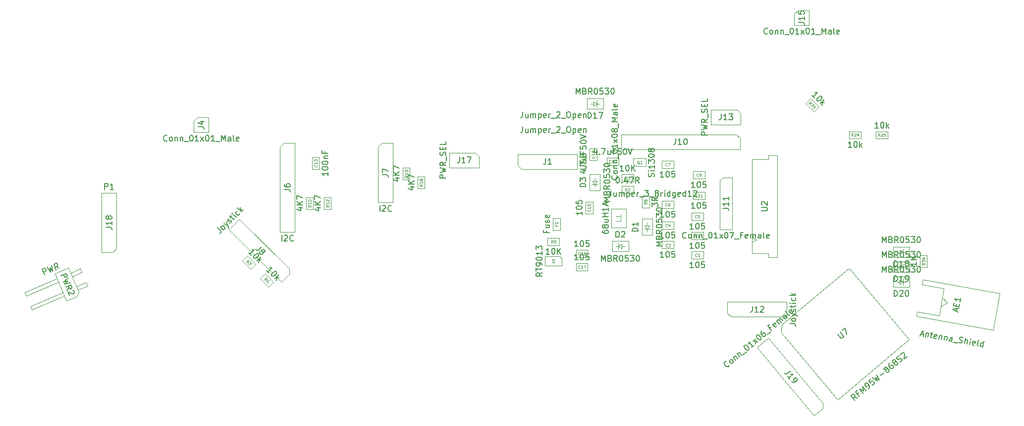
<source format=gbr>
%TF.GenerationSoftware,KiCad,Pcbnew,(5.1.10)-1*%
%TF.CreationDate,2022-02-17T21:55:53+01:00*%
%TF.ProjectId,keyboardEink,6b657962-6f61-4726-9445-696e6b2e6b69,rev?*%
%TF.SameCoordinates,Original*%
%TF.FileFunction,Other,Fab,Top*%
%FSLAX46Y46*%
G04 Gerber Fmt 4.6, Leading zero omitted, Abs format (unit mm)*
G04 Created by KiCad (PCBNEW (5.1.10)-1) date 2022-02-17 21:55:53*
%MOMM*%
%LPD*%
G01*
G04 APERTURE LIST*
%ADD10C,0.100000*%
%ADD11C,0.150000*%
%ADD12C,0.080000*%
%ADD13C,0.060000*%
%ADD14C,0.120000*%
%ADD15C,0.075000*%
G04 APERTURE END LIST*
D10*
%TO.C,J12*%
X193011000Y-120970000D02*
X192376000Y-120335000D01*
X202536000Y-120970000D02*
X193011000Y-120970000D01*
X202536000Y-118430000D02*
X202536000Y-120970000D01*
X192376000Y-118430000D02*
X202536000Y-118430000D01*
X192376000Y-120335000D02*
X192376000Y-118430000D01*
%TO.C,R34*%
X225304000Y-112426000D02*
X225304000Y-110426000D01*
X226504000Y-112426000D02*
X225304000Y-112426000D01*
X226504000Y-110426000D02*
X226504000Y-112426000D01*
X225304000Y-110426000D02*
X226504000Y-110426000D01*
%TO.C,D20*%
X223494000Y-115882000D02*
X220694000Y-115882000D01*
X220694000Y-115882000D02*
X220694000Y-114082000D01*
X220694000Y-114082000D02*
X223494000Y-114082000D01*
X223494000Y-114082000D02*
X223494000Y-115882000D01*
X222844000Y-114982000D02*
X222444000Y-114982000D01*
X222444000Y-114982000D02*
X222444000Y-115532000D01*
X222444000Y-114982000D02*
X222444000Y-114432000D01*
X222444000Y-114982000D02*
X221844000Y-115382000D01*
X221844000Y-115382000D02*
X221844000Y-114582000D01*
X221844000Y-114582000D02*
X222444000Y-114982000D01*
X221844000Y-114982000D02*
X221344000Y-114982000D01*
%TO.C,D19*%
X223494000Y-113342000D02*
X220694000Y-113342000D01*
X220694000Y-113342000D02*
X220694000Y-111542000D01*
X220694000Y-111542000D02*
X223494000Y-111542000D01*
X223494000Y-111542000D02*
X223494000Y-113342000D01*
X222844000Y-112442000D02*
X222444000Y-112442000D01*
X222444000Y-112442000D02*
X222444000Y-112992000D01*
X222444000Y-112442000D02*
X222444000Y-111892000D01*
X222444000Y-112442000D02*
X221844000Y-112842000D01*
X221844000Y-112842000D02*
X221844000Y-112042000D01*
X221844000Y-112042000D02*
X222444000Y-112442000D01*
X221844000Y-112442000D02*
X221344000Y-112442000D01*
%TO.C,D18*%
X223494000Y-110802000D02*
X220694000Y-110802000D01*
X220694000Y-110802000D02*
X220694000Y-109002000D01*
X220694000Y-109002000D02*
X223494000Y-109002000D01*
X223494000Y-109002000D02*
X223494000Y-110802000D01*
X222844000Y-109902000D02*
X222444000Y-109902000D01*
X222444000Y-109902000D02*
X222444000Y-110452000D01*
X222444000Y-109902000D02*
X222444000Y-109352000D01*
X222444000Y-109902000D02*
X221844000Y-110302000D01*
X221844000Y-110302000D02*
X221844000Y-109502000D01*
X221844000Y-109502000D02*
X222444000Y-109902000D01*
X221844000Y-109902000D02*
X221344000Y-109902000D01*
%TO.C,AE1*%
X224667202Y-120859826D02*
X237794689Y-123174556D01*
X224807857Y-120062132D02*
X224667202Y-120859826D01*
X228559974Y-120723732D02*
X224807857Y-120062132D01*
X229381330Y-116065591D02*
X228559974Y-120723732D01*
X225629213Y-115403991D02*
X229381330Y-116065591D01*
X225769868Y-114606297D02*
X225629213Y-115403991D01*
X225769868Y-114606297D02*
X238897355Y-116921027D01*
X238895619Y-116930875D02*
X237796426Y-123164708D01*
X229100888Y-117656055D02*
X229955460Y-118568309D01*
X229955460Y-118568309D02*
X228840416Y-119133267D01*
%TO.C,J19*%
X208664778Y-136628706D02*
X207205464Y-137853217D01*
X207205464Y-137853217D02*
X197409381Y-126178699D01*
X197409381Y-126178699D02*
X199355134Y-124546019D01*
X199355134Y-124546019D02*
X208743047Y-135734098D01*
X208743047Y-135734098D02*
X208664778Y-136628706D01*
%TO.C,U7*%
X201683388Y-122243158D02*
X213174055Y-112601344D01*
X223458656Y-124858055D02*
X213174055Y-112601344D01*
X211201945Y-135142656D02*
X223458656Y-124858055D01*
X211201945Y-135142656D02*
X201560131Y-123651990D01*
X201683388Y-122243158D02*
X201560131Y-123651990D01*
%TO.C,J18*%
X87982000Y-109267000D02*
X87347000Y-109902000D01*
X87982000Y-99742000D02*
X87982000Y-109267000D01*
X85442000Y-99742000D02*
X87982000Y-99742000D01*
X85442000Y-109902000D02*
X85442000Y-99742000D01*
X87347000Y-109902000D02*
X85442000Y-109902000D01*
%TO.C,J17*%
X149958000Y-93519000D02*
X149958000Y-95424000D01*
X149958000Y-95424000D02*
X144878000Y-95424000D01*
X144878000Y-95424000D02*
X144878000Y-92884000D01*
X144878000Y-92884000D02*
X149323000Y-92884000D01*
X149323000Y-92884000D02*
X149958000Y-93519000D01*
%TO.C,J15*%
X203806000Y-69135000D02*
X204441000Y-68500000D01*
X203806000Y-71040000D02*
X203806000Y-69135000D01*
X206346000Y-71040000D02*
X203806000Y-71040000D01*
X206346000Y-68500000D02*
X206346000Y-71040000D01*
X204441000Y-68500000D02*
X206346000Y-68500000D01*
%TO.C,R31*%
X207985371Y-85038843D02*
X207136843Y-85887371D01*
X207136843Y-85887371D02*
X205722629Y-84473157D01*
X205722629Y-84473157D02*
X206571157Y-83624629D01*
X206571157Y-83624629D02*
X207985371Y-85038843D01*
%TO.C,J13*%
X194027000Y-85518000D02*
X194662000Y-86153000D01*
X189582000Y-85518000D02*
X194027000Y-85518000D01*
X189582000Y-88058000D02*
X189582000Y-85518000D01*
X194662000Y-88058000D02*
X189582000Y-88058000D01*
X194662000Y-86153000D02*
X194662000Y-88058000D01*
%TO.C,U2*%
X197352000Y-107778000D02*
X196552000Y-107378000D01*
X196552000Y-108178000D02*
X197352000Y-107778000D01*
X199352000Y-110088000D02*
X196552000Y-110088000D01*
X199352000Y-110743000D02*
X199352000Y-110088000D01*
X200952000Y-110743000D02*
X199352000Y-110743000D01*
X200952000Y-93313000D02*
X200952000Y-110743000D01*
X199352000Y-93313000D02*
X200952000Y-93313000D01*
X199352000Y-93968000D02*
X199352000Y-93313000D01*
X196552000Y-93968000D02*
X199352000Y-93968000D01*
X196552000Y-110088000D02*
X196552000Y-93968000D01*
%TO.C,J11*%
X191597000Y-97105000D02*
X193172000Y-97105000D01*
X193172000Y-97105000D02*
X193172000Y-105995000D01*
X193172000Y-105995000D02*
X191072000Y-105995000D01*
X191072000Y-105995000D02*
X191072000Y-97630000D01*
X191072000Y-97630000D02*
X191597000Y-97105000D01*
%TO.C,J4*%
X101825000Y-86830000D02*
X103730000Y-86830000D01*
X103730000Y-86830000D02*
X103730000Y-89370000D01*
X103730000Y-89370000D02*
X101190000Y-89370000D01*
X101190000Y-89370000D02*
X101190000Y-87465000D01*
X101190000Y-87465000D02*
X101825000Y-86830000D01*
%TO.C,F2*%
X162541000Y-104076000D02*
X163791000Y-104076000D01*
X163791000Y-104076000D02*
X163791000Y-106076000D01*
X163791000Y-106076000D02*
X162541000Y-106076000D01*
X162541000Y-106076000D02*
X162541000Y-104076000D01*
%TO.C,J10*%
X194530000Y-90365000D02*
X194530000Y-92270000D01*
X194530000Y-92270000D02*
X174210000Y-92270000D01*
X174210000Y-92270000D02*
X174210000Y-89730000D01*
X174210000Y-89730000D02*
X193895000Y-89730000D01*
X193895000Y-89730000D02*
X194530000Y-90365000D01*
%TO.C,R4*%
X114767371Y-115010843D02*
X113918843Y-115859371D01*
X113918843Y-115859371D02*
X112504629Y-114445157D01*
X112504629Y-114445157D02*
X113353157Y-113596629D01*
X113353157Y-113596629D02*
X114767371Y-115010843D01*
%TO.C,R3*%
X111719371Y-111962843D02*
X110870843Y-112811371D01*
X110870843Y-112811371D02*
X109456629Y-111397157D01*
X109456629Y-111397157D02*
X110305157Y-110548629D01*
X110305157Y-110548629D02*
X111719371Y-111962843D01*
%TO.C,D17*%
X169520000Y-84502000D02*
X169020000Y-84502000D01*
X169520000Y-84102000D02*
X170120000Y-84502000D01*
X169520000Y-84902000D02*
X169520000Y-84102000D01*
X170120000Y-84502000D02*
X169520000Y-84902000D01*
X170120000Y-84502000D02*
X170120000Y-83952000D01*
X170120000Y-84502000D02*
X170120000Y-85052000D01*
X170520000Y-84502000D02*
X170120000Y-84502000D01*
X171170000Y-83602000D02*
X171170000Y-85402000D01*
X168370000Y-83602000D02*
X171170000Y-83602000D01*
X168370000Y-85402000D02*
X168370000Y-83602000D01*
X171170000Y-85402000D02*
X168370000Y-85402000D01*
%TO.C,J8*%
X117523038Y-112754987D02*
X117523038Y-113653013D01*
X108991795Y-104223744D02*
X117523038Y-112754987D01*
X107195744Y-106019795D02*
X108991795Y-104223744D01*
X116176000Y-115000051D02*
X107195744Y-106019795D01*
X117523038Y-113653013D02*
X116176000Y-115000051D01*
%TO.C,J1*%
X157197000Y-95678000D02*
X156562000Y-95043000D01*
X166722000Y-95678000D02*
X157197000Y-95678000D01*
X166722000Y-93138000D02*
X166722000Y-95678000D01*
X156562000Y-93138000D02*
X166722000Y-93138000D01*
X156562000Y-95043000D02*
X156562000Y-93138000D01*
%TO.C,R25*%
X217792000Y-89236000D02*
X219792000Y-89236000D01*
X217792000Y-90436000D02*
X217792000Y-89236000D01*
X219792000Y-90436000D02*
X217792000Y-90436000D01*
X219792000Y-89236000D02*
X219792000Y-90436000D01*
%TO.C,R24*%
X215220000Y-90436000D02*
X213220000Y-90436000D01*
X215220000Y-89236000D02*
X215220000Y-90436000D01*
X213220000Y-89236000D02*
X215220000Y-89236000D01*
X213220000Y-90436000D02*
X213220000Y-89236000D01*
%TO.C,R16*%
X139452000Y-98964000D02*
X139452000Y-96964000D01*
X140652000Y-98964000D02*
X139452000Y-98964000D01*
X140652000Y-96964000D02*
X140652000Y-98964000D01*
X139452000Y-96964000D02*
X140652000Y-96964000D01*
%TO.C,R15*%
X136912000Y-97440000D02*
X136912000Y-95440000D01*
X138112000Y-97440000D02*
X136912000Y-97440000D01*
X138112000Y-95440000D02*
X138112000Y-97440000D01*
X136912000Y-95440000D02*
X138112000Y-95440000D01*
%TO.C,R12*%
X123450000Y-102520000D02*
X123450000Y-100520000D01*
X124650000Y-102520000D02*
X123450000Y-102520000D01*
X124650000Y-100520000D02*
X124650000Y-102520000D01*
X123450000Y-100520000D02*
X124650000Y-100520000D01*
%TO.C,R10*%
X120402000Y-102520000D02*
X120402000Y-100520000D01*
X121602000Y-102520000D02*
X120402000Y-102520000D01*
X121602000Y-100520000D02*
X121602000Y-102520000D01*
X120402000Y-100520000D02*
X121602000Y-100520000D01*
%TO.C,PWR2*%
X77811669Y-114435910D02*
X72288640Y-116780297D01*
X72538708Y-117369420D02*
X72288640Y-116780297D01*
X78061737Y-115025033D02*
X72538708Y-117369420D01*
X81825071Y-112732322D02*
X80149752Y-113443453D01*
X82075138Y-113321445D02*
X81825071Y-112732322D01*
X82075138Y-113321445D02*
X80399820Y-114032576D01*
X78804126Y-116773992D02*
X73281097Y-119118379D01*
X73531165Y-119707502D02*
X73281097Y-119118379D01*
X79054194Y-117363115D02*
X73531165Y-119707502D01*
X82817528Y-115070404D02*
X81142209Y-115781535D01*
X83067596Y-115659528D02*
X82817528Y-115070404D01*
X83067596Y-115659528D02*
X81392277Y-116370658D01*
X81515357Y-116660617D02*
X81178951Y-117493252D01*
X79778557Y-112568973D02*
X81515357Y-116660617D01*
X77440475Y-113561430D02*
X79778557Y-112568973D01*
X79425389Y-118237595D02*
X77440475Y-113561430D01*
X81178951Y-117493252D02*
X79425389Y-118237595D01*
%TO.C,J7*%
X132686000Y-91865000D02*
X133321000Y-91230000D01*
X132686000Y-101390000D02*
X132686000Y-91865000D01*
X135226000Y-101390000D02*
X132686000Y-101390000D01*
X135226000Y-91230000D02*
X135226000Y-101390000D01*
X133321000Y-91230000D02*
X135226000Y-91230000D01*
%TO.C,J6*%
X115922000Y-91865000D02*
X116557000Y-91230000D01*
X115922000Y-106470000D02*
X115922000Y-91865000D01*
X118462000Y-106470000D02*
X115922000Y-106470000D01*
X118462000Y-91230000D02*
X118462000Y-106470000D01*
X116557000Y-91230000D02*
X118462000Y-91230000D01*
%TO.C,C13*%
X122618000Y-93662000D02*
X122618000Y-95662000D01*
X121418000Y-93662000D02*
X122618000Y-93662000D01*
X121418000Y-95662000D02*
X121418000Y-93662000D01*
X122618000Y-95662000D02*
X121418000Y-95662000D01*
%TO.C,R8*%
X179031000Y-102282000D02*
X177781000Y-102282000D01*
X177781000Y-102282000D02*
X177781000Y-100282000D01*
X177781000Y-100282000D02*
X179031000Y-100282000D01*
X179031000Y-100282000D02*
X179031000Y-102282000D01*
%TO.C,U3*%
X163708000Y-110626000D02*
X164108000Y-111026000D01*
X161208000Y-110626000D02*
X163708000Y-110626000D01*
X161208000Y-112226000D02*
X161208000Y-110626000D01*
X164108000Y-112226000D02*
X161208000Y-112226000D01*
X164108000Y-111026000D02*
X164108000Y-112226000D01*
%TO.C,R5*%
X163658000Y-108749000D02*
X161658000Y-108749000D01*
X163658000Y-107499000D02*
X163658000Y-108749000D01*
X161658000Y-107499000D02*
X163658000Y-107499000D01*
X161658000Y-108749000D02*
X161658000Y-107499000D01*
%TO.C,C17*%
X166524000Y-111817000D02*
X168524000Y-111817000D01*
X166524000Y-113067000D02*
X166524000Y-111817000D01*
X168524000Y-113067000D02*
X166524000Y-113067000D01*
X168524000Y-111817000D02*
X168524000Y-113067000D01*
%TO.C,C16*%
X166524000Y-109531000D02*
X168524000Y-109531000D01*
X166524000Y-110781000D02*
X166524000Y-109531000D01*
X168524000Y-110781000D02*
X166524000Y-110781000D01*
X168524000Y-109531000D02*
X168524000Y-110781000D01*
%TO.C,C15*%
X168129000Y-103282000D02*
X168129000Y-101282000D01*
X169379000Y-103282000D02*
X168129000Y-103282000D01*
X169379000Y-101282000D02*
X169379000Y-103282000D01*
X168129000Y-101282000D02*
X169379000Y-101282000D01*
%TO.C,L1*%
X172584000Y-102460000D02*
X175084000Y-102460000D01*
X175084000Y-102460000D02*
X175084000Y-105660000D01*
X175084000Y-105660000D02*
X172584000Y-105660000D01*
X172584000Y-105660000D02*
X172584000Y-102460000D01*
%TO.C,Q1*%
X176290000Y-93838000D02*
X176290000Y-94688000D01*
X176790000Y-95188000D02*
X178490000Y-95188000D01*
X176290000Y-93838000D02*
X178490000Y-93838000D01*
X178490000Y-93838000D02*
X178490000Y-95188000D01*
X176290000Y-94688000D02*
X176790000Y-95188000D01*
%TO.C,R2*%
X176318000Y-98609000D02*
X176318000Y-99859000D01*
X176318000Y-99859000D02*
X174318000Y-99859000D01*
X174318000Y-99859000D02*
X174318000Y-98609000D01*
X174318000Y-98609000D02*
X176318000Y-98609000D01*
%TO.C,R1*%
X176318000Y-96577000D02*
X176318000Y-97827000D01*
X176318000Y-97827000D02*
X174318000Y-97827000D01*
X174318000Y-97827000D02*
X174318000Y-96577000D01*
X174318000Y-96577000D02*
X176318000Y-96577000D01*
%TO.C,D1*%
X178660000Y-105334000D02*
X178660000Y-104834000D01*
X179060000Y-105334000D02*
X178660000Y-105934000D01*
X178260000Y-105334000D02*
X179060000Y-105334000D01*
X178660000Y-105934000D02*
X178260000Y-105334000D01*
X178660000Y-105934000D02*
X179210000Y-105934000D01*
X178660000Y-105934000D02*
X178110000Y-105934000D01*
X178660000Y-106334000D02*
X178660000Y-105934000D01*
X179560000Y-106984000D02*
X177760000Y-106984000D01*
X179560000Y-104184000D02*
X179560000Y-106984000D01*
X177760000Y-104184000D02*
X179560000Y-104184000D01*
X177760000Y-106984000D02*
X177760000Y-104184000D01*
%TO.C,D2*%
X174338000Y-108886000D02*
X174838000Y-108886000D01*
X174338000Y-109286000D02*
X173738000Y-108886000D01*
X174338000Y-108486000D02*
X174338000Y-109286000D01*
X173738000Y-108886000D02*
X174338000Y-108486000D01*
X173738000Y-108886000D02*
X173738000Y-109436000D01*
X173738000Y-108886000D02*
X173738000Y-108336000D01*
X173338000Y-108886000D02*
X173738000Y-108886000D01*
X172688000Y-109786000D02*
X172688000Y-107986000D01*
X175488000Y-109786000D02*
X172688000Y-109786000D01*
X175488000Y-107986000D02*
X175488000Y-109786000D01*
X172688000Y-107986000D02*
X175488000Y-107986000D01*
%TO.C,D3*%
X169730000Y-97714000D02*
X169730000Y-97214000D01*
X170130000Y-97714000D02*
X169730000Y-98314000D01*
X169330000Y-97714000D02*
X170130000Y-97714000D01*
X169730000Y-98314000D02*
X169330000Y-97714000D01*
X169730000Y-98314000D02*
X170280000Y-98314000D01*
X169730000Y-98314000D02*
X169180000Y-98314000D01*
X169730000Y-98714000D02*
X169730000Y-98314000D01*
X170630000Y-99364000D02*
X168830000Y-99364000D01*
X170630000Y-96564000D02*
X170630000Y-99364000D01*
X168830000Y-96564000D02*
X170630000Y-96564000D01*
X168830000Y-99364000D02*
X168830000Y-96564000D01*
%TO.C,C12*%
X173778000Y-93783000D02*
X173778000Y-95033000D01*
X173778000Y-95033000D02*
X171778000Y-95033000D01*
X171778000Y-95033000D02*
X171778000Y-93783000D01*
X171778000Y-93783000D02*
X173778000Y-93783000D01*
%TO.C,C9*%
X186510000Y-97319000D02*
X186510000Y-96069000D01*
X186510000Y-96069000D02*
X188510000Y-96069000D01*
X188510000Y-96069000D02*
X188510000Y-97319000D01*
X188510000Y-97319000D02*
X186510000Y-97319000D01*
%TO.C,C6*%
X181176000Y-102399000D02*
X181176000Y-101149000D01*
X181176000Y-101149000D02*
X183176000Y-101149000D01*
X183176000Y-101149000D02*
X183176000Y-102399000D01*
X183176000Y-102399000D02*
X181176000Y-102399000D01*
%TO.C,C4*%
X181176000Y-105955000D02*
X181176000Y-104705000D01*
X181176000Y-104705000D02*
X183176000Y-104705000D01*
X183176000Y-104705000D02*
X183176000Y-105955000D01*
X183176000Y-105955000D02*
X181176000Y-105955000D01*
%TO.C,C2*%
X181176000Y-109257000D02*
X181176000Y-108007000D01*
X181176000Y-108007000D02*
X183176000Y-108007000D01*
X183176000Y-108007000D02*
X183176000Y-109257000D01*
X183176000Y-109257000D02*
X181176000Y-109257000D01*
%TO.C,C10*%
X168851000Y-92138000D02*
X170101000Y-92138000D01*
X170101000Y-92138000D02*
X170101000Y-94138000D01*
X170101000Y-94138000D02*
X168851000Y-94138000D01*
X168851000Y-94138000D02*
X168851000Y-92138000D01*
%TO.C,C7*%
X181176000Y-95541000D02*
X181176000Y-94291000D01*
X181176000Y-94291000D02*
X183176000Y-94291000D01*
X183176000Y-94291000D02*
X183176000Y-95541000D01*
X183176000Y-95541000D02*
X181176000Y-95541000D01*
%TO.C,C11*%
X186510000Y-100875000D02*
X186510000Y-99625000D01*
X186510000Y-99625000D02*
X188510000Y-99625000D01*
X188510000Y-99625000D02*
X188510000Y-100875000D01*
X188510000Y-100875000D02*
X186510000Y-100875000D01*
%TO.C,C5*%
X186256000Y-104431000D02*
X186256000Y-103181000D01*
X186256000Y-103181000D02*
X188256000Y-103181000D01*
X188256000Y-103181000D02*
X188256000Y-104431000D01*
X188256000Y-104431000D02*
X186256000Y-104431000D01*
%TO.C,C3*%
X186256000Y-107733000D02*
X186256000Y-106483000D01*
X186256000Y-106483000D02*
X188256000Y-106483000D01*
X188256000Y-106483000D02*
X188256000Y-107733000D01*
X188256000Y-107733000D02*
X186256000Y-107733000D01*
%TO.C,C1*%
X186256000Y-111035000D02*
X186256000Y-109785000D01*
X186256000Y-109785000D02*
X188256000Y-109785000D01*
X188256000Y-109785000D02*
X188256000Y-111035000D01*
X188256000Y-111035000D02*
X186256000Y-111035000D01*
%TD*%
%TO.C,J12*%
D11*
X203048380Y-122152380D02*
X203762666Y-122152380D01*
X203905523Y-122200000D01*
X204000761Y-122295238D01*
X204048380Y-122438095D01*
X204048380Y-122533333D01*
X204048380Y-121533333D02*
X204000761Y-121628571D01*
X203953142Y-121676190D01*
X203857904Y-121723809D01*
X203572190Y-121723809D01*
X203476952Y-121676190D01*
X203429333Y-121628571D01*
X203381714Y-121533333D01*
X203381714Y-121390476D01*
X203429333Y-121295238D01*
X203476952Y-121247619D01*
X203572190Y-121200000D01*
X203857904Y-121200000D01*
X203953142Y-121247619D01*
X204000761Y-121295238D01*
X204048380Y-121390476D01*
X204048380Y-121533333D01*
X203381714Y-120866666D02*
X204048380Y-120628571D01*
X203381714Y-120390476D02*
X204048380Y-120628571D01*
X204286476Y-120723809D01*
X204334095Y-120771428D01*
X204381714Y-120866666D01*
X204000761Y-120057142D02*
X204048380Y-119961904D01*
X204048380Y-119771428D01*
X204000761Y-119676190D01*
X203905523Y-119628571D01*
X203857904Y-119628571D01*
X203762666Y-119676190D01*
X203715047Y-119771428D01*
X203715047Y-119914285D01*
X203667428Y-120009523D01*
X203572190Y-120057142D01*
X203524571Y-120057142D01*
X203429333Y-120009523D01*
X203381714Y-119914285D01*
X203381714Y-119771428D01*
X203429333Y-119676190D01*
X203381714Y-119342857D02*
X203381714Y-118961904D01*
X203048380Y-119200000D02*
X203905523Y-119200000D01*
X204000761Y-119152380D01*
X204048380Y-119057142D01*
X204048380Y-118961904D01*
X204048380Y-118628571D02*
X203381714Y-118628571D01*
X203048380Y-118628571D02*
X203096000Y-118676190D01*
X203143619Y-118628571D01*
X203096000Y-118580952D01*
X203048380Y-118628571D01*
X203143619Y-118628571D01*
X204000761Y-117723809D02*
X204048380Y-117819047D01*
X204048380Y-118009523D01*
X204000761Y-118104761D01*
X203953142Y-118152380D01*
X203857904Y-118200000D01*
X203572190Y-118200000D01*
X203476952Y-118152380D01*
X203429333Y-118104761D01*
X203381714Y-118009523D01*
X203381714Y-117819047D01*
X203429333Y-117723809D01*
X204048380Y-117295238D02*
X203048380Y-117295238D01*
X203667428Y-117200000D02*
X204048380Y-116914285D01*
X203381714Y-116914285D02*
X203762666Y-117295238D01*
X196646476Y-119152380D02*
X196646476Y-119866666D01*
X196598857Y-120009523D01*
X196503619Y-120104761D01*
X196360761Y-120152380D01*
X196265523Y-120152380D01*
X197646476Y-120152380D02*
X197075047Y-120152380D01*
X197360761Y-120152380D02*
X197360761Y-119152380D01*
X197265523Y-119295238D01*
X197170285Y-119390476D01*
X197075047Y-119438095D01*
X198027428Y-119247619D02*
X198075047Y-119200000D01*
X198170285Y-119152380D01*
X198408380Y-119152380D01*
X198503619Y-119200000D01*
X198551238Y-119247619D01*
X198598857Y-119342857D01*
X198598857Y-119438095D01*
X198551238Y-119580952D01*
X197979809Y-120152380D01*
X198598857Y-120152380D01*
%TO.C,R34*%
X224706380Y-111640285D02*
X224706380Y-112211714D01*
X224706380Y-111926000D02*
X223706380Y-111926000D01*
X223849238Y-112021238D01*
X223944476Y-112116476D01*
X223992095Y-112211714D01*
X224706380Y-111211714D02*
X223706380Y-111211714D01*
X224706380Y-110640285D02*
X224134952Y-111068857D01*
X223706380Y-110640285D02*
X224277809Y-111211714D01*
D12*
X226130190Y-111747428D02*
X225892095Y-111914095D01*
X226130190Y-112033142D02*
X225630190Y-112033142D01*
X225630190Y-111842666D01*
X225654000Y-111795047D01*
X225677809Y-111771238D01*
X225725428Y-111747428D01*
X225796857Y-111747428D01*
X225844476Y-111771238D01*
X225868285Y-111795047D01*
X225892095Y-111842666D01*
X225892095Y-112033142D01*
X225630190Y-111580761D02*
X225630190Y-111271238D01*
X225820666Y-111437904D01*
X225820666Y-111366476D01*
X225844476Y-111318857D01*
X225868285Y-111295047D01*
X225915904Y-111271238D01*
X226034952Y-111271238D01*
X226082571Y-111295047D01*
X226106380Y-111318857D01*
X226130190Y-111366476D01*
X226130190Y-111509333D01*
X226106380Y-111556952D01*
X226082571Y-111580761D01*
X225796857Y-110842666D02*
X226130190Y-110842666D01*
X225606380Y-110961714D02*
X225963523Y-111080761D01*
X225963523Y-110771238D01*
%TO.C,D20*%
D11*
X218855904Y-113334380D02*
X218855904Y-112334380D01*
X219189238Y-113048666D01*
X219522571Y-112334380D01*
X219522571Y-113334380D01*
X220332095Y-112810571D02*
X220474952Y-112858190D01*
X220522571Y-112905809D01*
X220570190Y-113001047D01*
X220570190Y-113143904D01*
X220522571Y-113239142D01*
X220474952Y-113286761D01*
X220379714Y-113334380D01*
X219998761Y-113334380D01*
X219998761Y-112334380D01*
X220332095Y-112334380D01*
X220427333Y-112382000D01*
X220474952Y-112429619D01*
X220522571Y-112524857D01*
X220522571Y-112620095D01*
X220474952Y-112715333D01*
X220427333Y-112762952D01*
X220332095Y-112810571D01*
X219998761Y-112810571D01*
X221570190Y-113334380D02*
X221236857Y-112858190D01*
X220998761Y-113334380D02*
X220998761Y-112334380D01*
X221379714Y-112334380D01*
X221474952Y-112382000D01*
X221522571Y-112429619D01*
X221570190Y-112524857D01*
X221570190Y-112667714D01*
X221522571Y-112762952D01*
X221474952Y-112810571D01*
X221379714Y-112858190D01*
X220998761Y-112858190D01*
X222189238Y-112334380D02*
X222284476Y-112334380D01*
X222379714Y-112382000D01*
X222427333Y-112429619D01*
X222474952Y-112524857D01*
X222522571Y-112715333D01*
X222522571Y-112953428D01*
X222474952Y-113143904D01*
X222427333Y-113239142D01*
X222379714Y-113286761D01*
X222284476Y-113334380D01*
X222189238Y-113334380D01*
X222094000Y-113286761D01*
X222046380Y-113239142D01*
X221998761Y-113143904D01*
X221951142Y-112953428D01*
X221951142Y-112715333D01*
X221998761Y-112524857D01*
X222046380Y-112429619D01*
X222094000Y-112382000D01*
X222189238Y-112334380D01*
X223427333Y-112334380D02*
X222951142Y-112334380D01*
X222903523Y-112810571D01*
X222951142Y-112762952D01*
X223046380Y-112715333D01*
X223284476Y-112715333D01*
X223379714Y-112762952D01*
X223427333Y-112810571D01*
X223474952Y-112905809D01*
X223474952Y-113143904D01*
X223427333Y-113239142D01*
X223379714Y-113286761D01*
X223284476Y-113334380D01*
X223046380Y-113334380D01*
X222951142Y-113286761D01*
X222903523Y-113239142D01*
X223808285Y-112334380D02*
X224427333Y-112334380D01*
X224094000Y-112715333D01*
X224236857Y-112715333D01*
X224332095Y-112762952D01*
X224379714Y-112810571D01*
X224427333Y-112905809D01*
X224427333Y-113143904D01*
X224379714Y-113239142D01*
X224332095Y-113286761D01*
X224236857Y-113334380D01*
X223951142Y-113334380D01*
X223855904Y-113286761D01*
X223808285Y-113239142D01*
X225046380Y-112334380D02*
X225141619Y-112334380D01*
X225236857Y-112382000D01*
X225284476Y-112429619D01*
X225332095Y-112524857D01*
X225379714Y-112715333D01*
X225379714Y-112953428D01*
X225332095Y-113143904D01*
X225284476Y-113239142D01*
X225236857Y-113286761D01*
X225141619Y-113334380D01*
X225046380Y-113334380D01*
X224951142Y-113286761D01*
X224903523Y-113239142D01*
X224855904Y-113143904D01*
X224808285Y-112953428D01*
X224808285Y-112715333D01*
X224855904Y-112524857D01*
X224903523Y-112429619D01*
X224951142Y-112382000D01*
X225046380Y-112334380D01*
X220879714Y-117434380D02*
X220879714Y-116434380D01*
X221117809Y-116434380D01*
X221260666Y-116482000D01*
X221355904Y-116577238D01*
X221403523Y-116672476D01*
X221451142Y-116862952D01*
X221451142Y-117005809D01*
X221403523Y-117196285D01*
X221355904Y-117291523D01*
X221260666Y-117386761D01*
X221117809Y-117434380D01*
X220879714Y-117434380D01*
X221832095Y-116529619D02*
X221879714Y-116482000D01*
X221974952Y-116434380D01*
X222213047Y-116434380D01*
X222308285Y-116482000D01*
X222355904Y-116529619D01*
X222403523Y-116624857D01*
X222403523Y-116720095D01*
X222355904Y-116862952D01*
X221784476Y-117434380D01*
X222403523Y-117434380D01*
X223022571Y-116434380D02*
X223117809Y-116434380D01*
X223213047Y-116482000D01*
X223260666Y-116529619D01*
X223308285Y-116624857D01*
X223355904Y-116815333D01*
X223355904Y-117053428D01*
X223308285Y-117243904D01*
X223260666Y-117339142D01*
X223213047Y-117386761D01*
X223117809Y-117434380D01*
X223022571Y-117434380D01*
X222927333Y-117386761D01*
X222879714Y-117339142D01*
X222832095Y-117243904D01*
X222784476Y-117053428D01*
X222784476Y-116815333D01*
X222832095Y-116624857D01*
X222879714Y-116529619D01*
X222927333Y-116482000D01*
X223022571Y-116434380D01*
%TO.C,D19*%
X218855904Y-110794380D02*
X218855904Y-109794380D01*
X219189238Y-110508666D01*
X219522571Y-109794380D01*
X219522571Y-110794380D01*
X220332095Y-110270571D02*
X220474952Y-110318190D01*
X220522571Y-110365809D01*
X220570190Y-110461047D01*
X220570190Y-110603904D01*
X220522571Y-110699142D01*
X220474952Y-110746761D01*
X220379714Y-110794380D01*
X219998761Y-110794380D01*
X219998761Y-109794380D01*
X220332095Y-109794380D01*
X220427333Y-109842000D01*
X220474952Y-109889619D01*
X220522571Y-109984857D01*
X220522571Y-110080095D01*
X220474952Y-110175333D01*
X220427333Y-110222952D01*
X220332095Y-110270571D01*
X219998761Y-110270571D01*
X221570190Y-110794380D02*
X221236857Y-110318190D01*
X220998761Y-110794380D02*
X220998761Y-109794380D01*
X221379714Y-109794380D01*
X221474952Y-109842000D01*
X221522571Y-109889619D01*
X221570190Y-109984857D01*
X221570190Y-110127714D01*
X221522571Y-110222952D01*
X221474952Y-110270571D01*
X221379714Y-110318190D01*
X220998761Y-110318190D01*
X222189238Y-109794380D02*
X222284476Y-109794380D01*
X222379714Y-109842000D01*
X222427333Y-109889619D01*
X222474952Y-109984857D01*
X222522571Y-110175333D01*
X222522571Y-110413428D01*
X222474952Y-110603904D01*
X222427333Y-110699142D01*
X222379714Y-110746761D01*
X222284476Y-110794380D01*
X222189238Y-110794380D01*
X222094000Y-110746761D01*
X222046380Y-110699142D01*
X221998761Y-110603904D01*
X221951142Y-110413428D01*
X221951142Y-110175333D01*
X221998761Y-109984857D01*
X222046380Y-109889619D01*
X222094000Y-109842000D01*
X222189238Y-109794380D01*
X223427333Y-109794380D02*
X222951142Y-109794380D01*
X222903523Y-110270571D01*
X222951142Y-110222952D01*
X223046380Y-110175333D01*
X223284476Y-110175333D01*
X223379714Y-110222952D01*
X223427333Y-110270571D01*
X223474952Y-110365809D01*
X223474952Y-110603904D01*
X223427333Y-110699142D01*
X223379714Y-110746761D01*
X223284476Y-110794380D01*
X223046380Y-110794380D01*
X222951142Y-110746761D01*
X222903523Y-110699142D01*
X223808285Y-109794380D02*
X224427333Y-109794380D01*
X224094000Y-110175333D01*
X224236857Y-110175333D01*
X224332095Y-110222952D01*
X224379714Y-110270571D01*
X224427333Y-110365809D01*
X224427333Y-110603904D01*
X224379714Y-110699142D01*
X224332095Y-110746761D01*
X224236857Y-110794380D01*
X223951142Y-110794380D01*
X223855904Y-110746761D01*
X223808285Y-110699142D01*
X225046380Y-109794380D02*
X225141619Y-109794380D01*
X225236857Y-109842000D01*
X225284476Y-109889619D01*
X225332095Y-109984857D01*
X225379714Y-110175333D01*
X225379714Y-110413428D01*
X225332095Y-110603904D01*
X225284476Y-110699142D01*
X225236857Y-110746761D01*
X225141619Y-110794380D01*
X225046380Y-110794380D01*
X224951142Y-110746761D01*
X224903523Y-110699142D01*
X224855904Y-110603904D01*
X224808285Y-110413428D01*
X224808285Y-110175333D01*
X224855904Y-109984857D01*
X224903523Y-109889619D01*
X224951142Y-109842000D01*
X225046380Y-109794380D01*
X220879714Y-114894380D02*
X220879714Y-113894380D01*
X221117809Y-113894380D01*
X221260666Y-113942000D01*
X221355904Y-114037238D01*
X221403523Y-114132476D01*
X221451142Y-114322952D01*
X221451142Y-114465809D01*
X221403523Y-114656285D01*
X221355904Y-114751523D01*
X221260666Y-114846761D01*
X221117809Y-114894380D01*
X220879714Y-114894380D01*
X222403523Y-114894380D02*
X221832095Y-114894380D01*
X222117809Y-114894380D02*
X222117809Y-113894380D01*
X222022571Y-114037238D01*
X221927333Y-114132476D01*
X221832095Y-114180095D01*
X222879714Y-114894380D02*
X223070190Y-114894380D01*
X223165428Y-114846761D01*
X223213047Y-114799142D01*
X223308285Y-114656285D01*
X223355904Y-114465809D01*
X223355904Y-114084857D01*
X223308285Y-113989619D01*
X223260666Y-113942000D01*
X223165428Y-113894380D01*
X222974952Y-113894380D01*
X222879714Y-113942000D01*
X222832095Y-113989619D01*
X222784476Y-114084857D01*
X222784476Y-114322952D01*
X222832095Y-114418190D01*
X222879714Y-114465809D01*
X222974952Y-114513428D01*
X223165428Y-114513428D01*
X223260666Y-114465809D01*
X223308285Y-114418190D01*
X223355904Y-114322952D01*
%TO.C,D18*%
X218855904Y-108254380D02*
X218855904Y-107254380D01*
X219189238Y-107968666D01*
X219522571Y-107254380D01*
X219522571Y-108254380D01*
X220332095Y-107730571D02*
X220474952Y-107778190D01*
X220522571Y-107825809D01*
X220570190Y-107921047D01*
X220570190Y-108063904D01*
X220522571Y-108159142D01*
X220474952Y-108206761D01*
X220379714Y-108254380D01*
X219998761Y-108254380D01*
X219998761Y-107254380D01*
X220332095Y-107254380D01*
X220427333Y-107302000D01*
X220474952Y-107349619D01*
X220522571Y-107444857D01*
X220522571Y-107540095D01*
X220474952Y-107635333D01*
X220427333Y-107682952D01*
X220332095Y-107730571D01*
X219998761Y-107730571D01*
X221570190Y-108254380D02*
X221236857Y-107778190D01*
X220998761Y-108254380D02*
X220998761Y-107254380D01*
X221379714Y-107254380D01*
X221474952Y-107302000D01*
X221522571Y-107349619D01*
X221570190Y-107444857D01*
X221570190Y-107587714D01*
X221522571Y-107682952D01*
X221474952Y-107730571D01*
X221379714Y-107778190D01*
X220998761Y-107778190D01*
X222189238Y-107254380D02*
X222284476Y-107254380D01*
X222379714Y-107302000D01*
X222427333Y-107349619D01*
X222474952Y-107444857D01*
X222522571Y-107635333D01*
X222522571Y-107873428D01*
X222474952Y-108063904D01*
X222427333Y-108159142D01*
X222379714Y-108206761D01*
X222284476Y-108254380D01*
X222189238Y-108254380D01*
X222094000Y-108206761D01*
X222046380Y-108159142D01*
X221998761Y-108063904D01*
X221951142Y-107873428D01*
X221951142Y-107635333D01*
X221998761Y-107444857D01*
X222046380Y-107349619D01*
X222094000Y-107302000D01*
X222189238Y-107254380D01*
X223427333Y-107254380D02*
X222951142Y-107254380D01*
X222903523Y-107730571D01*
X222951142Y-107682952D01*
X223046380Y-107635333D01*
X223284476Y-107635333D01*
X223379714Y-107682952D01*
X223427333Y-107730571D01*
X223474952Y-107825809D01*
X223474952Y-108063904D01*
X223427333Y-108159142D01*
X223379714Y-108206761D01*
X223284476Y-108254380D01*
X223046380Y-108254380D01*
X222951142Y-108206761D01*
X222903523Y-108159142D01*
X223808285Y-107254380D02*
X224427333Y-107254380D01*
X224094000Y-107635333D01*
X224236857Y-107635333D01*
X224332095Y-107682952D01*
X224379714Y-107730571D01*
X224427333Y-107825809D01*
X224427333Y-108063904D01*
X224379714Y-108159142D01*
X224332095Y-108206761D01*
X224236857Y-108254380D01*
X223951142Y-108254380D01*
X223855904Y-108206761D01*
X223808285Y-108159142D01*
X225046380Y-107254380D02*
X225141619Y-107254380D01*
X225236857Y-107302000D01*
X225284476Y-107349619D01*
X225332095Y-107444857D01*
X225379714Y-107635333D01*
X225379714Y-107873428D01*
X225332095Y-108063904D01*
X225284476Y-108159142D01*
X225236857Y-108206761D01*
X225141619Y-108254380D01*
X225046380Y-108254380D01*
X224951142Y-108206761D01*
X224903523Y-108159142D01*
X224855904Y-108063904D01*
X224808285Y-107873428D01*
X224808285Y-107635333D01*
X224855904Y-107444857D01*
X224903523Y-107349619D01*
X224951142Y-107302000D01*
X225046380Y-107254380D01*
X220879714Y-112354380D02*
X220879714Y-111354380D01*
X221117809Y-111354380D01*
X221260666Y-111402000D01*
X221355904Y-111497238D01*
X221403523Y-111592476D01*
X221451142Y-111782952D01*
X221451142Y-111925809D01*
X221403523Y-112116285D01*
X221355904Y-112211523D01*
X221260666Y-112306761D01*
X221117809Y-112354380D01*
X220879714Y-112354380D01*
X222403523Y-112354380D02*
X221832095Y-112354380D01*
X222117809Y-112354380D02*
X222117809Y-111354380D01*
X222022571Y-111497238D01*
X221927333Y-111592476D01*
X221832095Y-111640095D01*
X222974952Y-111782952D02*
X222879714Y-111735333D01*
X222832095Y-111687714D01*
X222784476Y-111592476D01*
X222784476Y-111544857D01*
X222832095Y-111449619D01*
X222879714Y-111402000D01*
X222974952Y-111354380D01*
X223165428Y-111354380D01*
X223260666Y-111402000D01*
X223308285Y-111449619D01*
X223355904Y-111544857D01*
X223355904Y-111592476D01*
X223308285Y-111687714D01*
X223260666Y-111735333D01*
X223165428Y-111782952D01*
X222974952Y-111782952D01*
X222879714Y-111830571D01*
X222832095Y-111878190D01*
X222784476Y-111973428D01*
X222784476Y-112163904D01*
X222832095Y-112259142D01*
X222879714Y-112306761D01*
X222974952Y-112354380D01*
X223165428Y-112354380D01*
X223260666Y-112306761D01*
X223308285Y-112259142D01*
X223355904Y-112163904D01*
X223355904Y-111973428D01*
X223308285Y-111878190D01*
X223260666Y-111830571D01*
X223165428Y-111782952D01*
%TO.C,AE1*%
X225403583Y-123925945D02*
X225872539Y-124008635D01*
X225260178Y-124190781D02*
X225762096Y-123263856D01*
X225916717Y-124306546D01*
X226360751Y-123707891D02*
X226244986Y-124364429D01*
X226344213Y-123801682D02*
X226399378Y-123763055D01*
X226501438Y-123732697D01*
X226642125Y-123757504D01*
X226727647Y-123820938D01*
X226758005Y-123922998D01*
X226667046Y-124438850D01*
X227111081Y-123840194D02*
X227486246Y-123906346D01*
X227309651Y-123536732D02*
X227160809Y-124380852D01*
X227191167Y-124482913D01*
X227276689Y-124546346D01*
X227370480Y-124562884D01*
X228082184Y-124640023D02*
X227980123Y-124670381D01*
X227792541Y-124637305D01*
X227707019Y-124573871D01*
X227676661Y-124471811D01*
X227742813Y-124096646D01*
X227806246Y-124011124D01*
X227908306Y-123980766D01*
X228095889Y-124013842D01*
X228181411Y-124077276D01*
X228211769Y-124179336D01*
X228195231Y-124273127D01*
X227709737Y-124284229D01*
X228658636Y-124113070D02*
X228542871Y-124769608D01*
X228642098Y-124206861D02*
X228697263Y-124168234D01*
X228799323Y-124137876D01*
X228940010Y-124162683D01*
X229025532Y-124226117D01*
X229055890Y-124328177D01*
X228964931Y-124844029D01*
X229549653Y-124270180D02*
X229433887Y-124926718D01*
X229533115Y-124363971D02*
X229588279Y-124325344D01*
X229690339Y-124294987D01*
X229831026Y-124319794D01*
X229916549Y-124383227D01*
X229946906Y-124485287D01*
X229855948Y-125001139D01*
X230746964Y-125158249D02*
X230837923Y-124642398D01*
X230807565Y-124540337D01*
X230722043Y-124476904D01*
X230534460Y-124443828D01*
X230432400Y-124474186D01*
X230755233Y-125111354D02*
X230653173Y-125141711D01*
X230418695Y-125100367D01*
X230333173Y-125036933D01*
X230302815Y-124934873D01*
X230319353Y-124841082D01*
X230382786Y-124755559D01*
X230484847Y-124725202D01*
X230719325Y-124766546D01*
X230821385Y-124736189D01*
X230964904Y-125293385D02*
X231715234Y-125425689D01*
X231927623Y-125318078D02*
X232060041Y-125389780D01*
X232294519Y-125431125D01*
X232396579Y-125400767D01*
X232451744Y-125362141D01*
X232515177Y-125276618D01*
X232531715Y-125182827D01*
X232501358Y-125080767D01*
X232462731Y-125025602D01*
X232377209Y-124962169D01*
X232197895Y-124882197D01*
X232112373Y-124818764D01*
X232073746Y-124763599D01*
X232043389Y-124661539D01*
X232059927Y-124567748D01*
X232123360Y-124482226D01*
X232178525Y-124443599D01*
X232280585Y-124413241D01*
X232515063Y-124454586D01*
X232647481Y-124526289D01*
X232904162Y-125538621D02*
X233077810Y-124553814D01*
X233326223Y-125613042D02*
X233417181Y-125097190D01*
X233386823Y-124995130D01*
X233301301Y-124931697D01*
X233160614Y-124906890D01*
X233058554Y-124937248D01*
X233003390Y-124975874D01*
X233795179Y-125695732D02*
X233910944Y-125039193D01*
X233968827Y-124710924D02*
X233913662Y-124749551D01*
X233952289Y-124804715D01*
X234007453Y-124766089D01*
X233968827Y-124710924D01*
X233952289Y-124804715D01*
X234647569Y-125797677D02*
X234545508Y-125828035D01*
X234357926Y-125794959D01*
X234272404Y-125731526D01*
X234242046Y-125629466D01*
X234308198Y-125254301D01*
X234371631Y-125168778D01*
X234473691Y-125138421D01*
X234661274Y-125171497D01*
X234746796Y-125234930D01*
X234777154Y-125336990D01*
X234760616Y-125430781D01*
X234275122Y-125441883D01*
X235248942Y-125952069D02*
X235163420Y-125888636D01*
X235133063Y-125786576D01*
X235281904Y-124942455D01*
X236046168Y-126092642D02*
X236219816Y-125107834D01*
X236054437Y-126045746D02*
X235952377Y-126076104D01*
X235764794Y-126043028D01*
X235679272Y-125979595D01*
X235640645Y-125924430D01*
X235610288Y-125822370D01*
X235659901Y-125540996D01*
X235723335Y-125455474D01*
X235778499Y-125416847D01*
X235880560Y-125386490D01*
X236068142Y-125419565D01*
X236153664Y-125482999D01*
X231581330Y-120039658D02*
X231664019Y-119570702D01*
X231846165Y-120183063D02*
X230919240Y-119681146D01*
X231961931Y-119526525D01*
X231503962Y-119107297D02*
X231561845Y-118779028D01*
X232102503Y-118729299D02*
X232019813Y-119198255D01*
X231035006Y-119024607D01*
X231117695Y-118555651D01*
X232267882Y-117791387D02*
X232168655Y-118354135D01*
X232218269Y-118072761D02*
X231233461Y-117899113D01*
X231357610Y-118017711D01*
X231434863Y-118128040D01*
X231465221Y-118230100D01*
%TO.C,J19*%
X192732310Y-129185712D02*
X192726440Y-129252799D01*
X192647614Y-129381104D01*
X192574658Y-129442322D01*
X192434614Y-129497671D01*
X192300439Y-129485932D01*
X192202743Y-129443584D01*
X192043829Y-129328280D01*
X191952002Y-129218845D01*
X191866045Y-129042323D01*
X191841305Y-128938757D01*
X191853044Y-128804583D01*
X191931870Y-128676278D01*
X192004827Y-128615060D01*
X192144871Y-128559711D01*
X192211958Y-128565581D01*
X193231267Y-128891361D02*
X193127702Y-128916101D01*
X193060615Y-128910231D01*
X192962918Y-128867884D01*
X192779265Y-128649014D01*
X192754525Y-128545448D01*
X192760395Y-128478361D01*
X192802742Y-128380665D01*
X192912177Y-128288838D01*
X193015743Y-128264099D01*
X193082830Y-128269968D01*
X193180526Y-128312316D01*
X193364180Y-128531186D01*
X193388919Y-128634751D01*
X193383050Y-128701838D01*
X193340702Y-128799534D01*
X193231267Y-128891361D01*
X193386395Y-127890922D02*
X193814920Y-128401618D01*
X193447613Y-127963879D02*
X193453482Y-127896791D01*
X193495830Y-127799095D01*
X193605265Y-127707268D01*
X193708831Y-127682529D01*
X193806527Y-127724877D01*
X194143225Y-128126138D01*
X194079483Y-127309352D02*
X194508008Y-127820049D01*
X194140701Y-127382309D02*
X194146570Y-127315222D01*
X194188918Y-127217525D01*
X194298353Y-127125699D01*
X194401918Y-127100959D01*
X194499615Y-127143307D01*
X194836313Y-127544568D01*
X195079922Y-127464480D02*
X195663575Y-126974737D01*
X195287874Y-125860256D02*
X195360831Y-125799038D01*
X195464397Y-125774298D01*
X195531484Y-125780168D01*
X195629180Y-125822515D01*
X195788094Y-125937820D01*
X195941139Y-126120211D01*
X196027096Y-126296733D01*
X196051836Y-126400299D01*
X196045966Y-126467386D01*
X196003619Y-126565082D01*
X195930662Y-126626300D01*
X195827096Y-126651040D01*
X195760009Y-126645170D01*
X195662313Y-126602823D01*
X195503399Y-126487518D01*
X195350354Y-126305127D01*
X195264397Y-126128605D01*
X195239657Y-126025039D01*
X195245527Y-125957952D01*
X195287874Y-125860256D01*
X196915576Y-125799859D02*
X196477837Y-126167166D01*
X196696706Y-125983513D02*
X196053919Y-125217468D01*
X196072789Y-125388121D01*
X196061050Y-125522295D01*
X196018703Y-125619992D01*
X197170924Y-125585596D02*
X197143661Y-124738202D01*
X196742399Y-125074900D02*
X197572186Y-125248898D01*
X197367138Y-124115547D02*
X197440095Y-124054329D01*
X197543660Y-124029589D01*
X197610747Y-124035458D01*
X197708443Y-124077806D01*
X197867358Y-124193110D01*
X198020402Y-124375502D01*
X198106360Y-124552024D01*
X198131099Y-124655590D01*
X198125230Y-124722677D01*
X198082882Y-124820373D01*
X198009926Y-124881591D01*
X197906360Y-124906331D01*
X197839273Y-124900461D01*
X197741577Y-124858113D01*
X197582663Y-124742809D01*
X197429618Y-124560418D01*
X197343660Y-124383895D01*
X197318921Y-124280330D01*
X197324790Y-124213243D01*
X197367138Y-124115547D01*
X198279096Y-123350323D02*
X198133182Y-123472759D01*
X198090835Y-123570455D01*
X198084965Y-123637542D01*
X198103835Y-123808195D01*
X198189793Y-123984717D01*
X198434664Y-124276544D01*
X198532361Y-124318891D01*
X198599448Y-124324761D01*
X198703013Y-124300021D01*
X198848927Y-124177585D01*
X198891274Y-124079889D01*
X198897144Y-124012802D01*
X198872404Y-123909237D01*
X198719359Y-123726845D01*
X198621663Y-123684497D01*
X198554576Y-123678628D01*
X198451010Y-123703367D01*
X198305097Y-123825803D01*
X198262750Y-123923499D01*
X198256880Y-123990587D01*
X198281620Y-124094152D01*
X199201971Y-124005671D02*
X199785624Y-123515928D01*
X199825447Y-122674402D02*
X199570099Y-122888665D01*
X199906797Y-123289926D02*
X199264010Y-122523882D01*
X199628793Y-122217793D01*
X200824625Y-122457616D02*
X200782277Y-122555312D01*
X200636364Y-122677748D01*
X200532798Y-122702487D01*
X200435102Y-122660140D01*
X200190230Y-122368313D01*
X200165491Y-122264748D01*
X200207839Y-122167051D01*
X200353752Y-122044616D01*
X200457317Y-122019876D01*
X200555013Y-122062224D01*
X200616231Y-122135180D01*
X200312666Y-122514226D01*
X201220017Y-122188005D02*
X200791491Y-121677308D01*
X200852709Y-121750265D02*
X200858579Y-121683178D01*
X200900926Y-121585482D01*
X201010361Y-121493655D01*
X201113927Y-121468915D01*
X201211623Y-121511263D01*
X201548321Y-121912524D01*
X201211623Y-121511263D02*
X201186883Y-121407697D01*
X201229231Y-121310001D01*
X201338666Y-121218174D01*
X201442232Y-121193435D01*
X201539928Y-121235783D01*
X201876626Y-121637044D01*
X202569714Y-121055474D02*
X202233016Y-120654213D01*
X202135319Y-120611865D01*
X202031754Y-120636605D01*
X201885841Y-120759040D01*
X201843493Y-120856737D01*
X202539105Y-121018996D02*
X202496757Y-121116692D01*
X202314366Y-121269737D01*
X202210800Y-121294476D01*
X202113104Y-121252129D01*
X202051886Y-121179172D01*
X202027147Y-121075606D01*
X202069494Y-120977910D01*
X202251886Y-120824866D01*
X202294233Y-120727169D01*
X203043932Y-120657558D02*
X202940366Y-120682298D01*
X202842670Y-120639950D01*
X202291709Y-119983340D01*
X203596976Y-120131337D02*
X203554628Y-120229033D01*
X203408715Y-120351469D01*
X203305149Y-120376208D01*
X203207453Y-120333861D01*
X202962582Y-120042034D01*
X202937842Y-119938469D01*
X202980190Y-119840772D01*
X203126103Y-119718337D01*
X203229669Y-119693597D01*
X203327365Y-119735945D01*
X203388583Y-119808901D01*
X203085017Y-120187947D01*
X203179447Y-130227484D02*
X202632273Y-130686618D01*
X202492229Y-130741966D01*
X202358054Y-130730227D01*
X202229749Y-130651401D01*
X202168531Y-130578445D01*
X203056190Y-131636316D02*
X202688883Y-131198576D01*
X202872537Y-131417446D02*
X203638581Y-130774658D01*
X203467928Y-130793528D01*
X203333754Y-130781790D01*
X203236058Y-130739442D01*
X203362280Y-132001099D02*
X203484715Y-132147012D01*
X203582412Y-132189360D01*
X203649499Y-132195229D01*
X203820152Y-132176359D01*
X203996674Y-132090401D01*
X204288500Y-131845530D01*
X204330848Y-131747834D01*
X204336717Y-131680746D01*
X204311978Y-131577181D01*
X204189542Y-131431268D01*
X204091846Y-131388920D01*
X204024759Y-131383051D01*
X203921193Y-131407790D01*
X203738801Y-131560835D01*
X203696454Y-131658531D01*
X203690584Y-131725618D01*
X203715324Y-131829184D01*
X203837760Y-131975097D01*
X203935456Y-132017445D01*
X204002543Y-132023314D01*
X204106109Y-131998575D01*
%TO.C,U7*%
X214590892Y-134847644D02*
X214029454Y-134697123D01*
X214153152Y-135214951D02*
X213510364Y-134448906D01*
X213802191Y-134204035D01*
X213905756Y-134179295D01*
X213972844Y-134185165D01*
X214070540Y-134227512D01*
X214162367Y-134336947D01*
X214187106Y-134440513D01*
X214181237Y-134507600D01*
X214138889Y-134605296D01*
X213847063Y-134850168D01*
X214837846Y-133956639D02*
X214582498Y-134170902D01*
X214919197Y-134572163D02*
X214276409Y-133806119D01*
X214641192Y-133500029D01*
X215575806Y-134021202D02*
X214933018Y-133255158D01*
X215647501Y-133588070D01*
X215443715Y-132826633D01*
X216086502Y-133592677D01*
X216487764Y-133255979D02*
X216633677Y-133133543D01*
X216676025Y-133035847D01*
X216681894Y-132968760D01*
X216663024Y-132798107D01*
X216577066Y-132621585D01*
X216332195Y-132329759D01*
X216234499Y-132287411D01*
X216167412Y-132281542D01*
X216063846Y-132306281D01*
X215917933Y-132428717D01*
X215875585Y-132526413D01*
X215869716Y-132593500D01*
X215894455Y-132697066D01*
X216047500Y-132879457D01*
X216145196Y-132921805D01*
X216212283Y-132927674D01*
X216315849Y-132902935D01*
X216461762Y-132780499D01*
X216504110Y-132682803D01*
X216509979Y-132615716D01*
X216485240Y-132512150D01*
X216902847Y-131602276D02*
X216538064Y-131908365D01*
X216807675Y-132303757D01*
X216813544Y-132236670D01*
X216855892Y-132138974D01*
X217038284Y-131985929D01*
X217141849Y-131961189D01*
X217208936Y-131967059D01*
X217306633Y-132009406D01*
X217459677Y-132191798D01*
X217484417Y-132295363D01*
X217478547Y-132362451D01*
X217436200Y-132460147D01*
X217253808Y-132613191D01*
X217150243Y-132637931D01*
X217083155Y-132632062D01*
X217194673Y-131357404D02*
X218019853Y-131970404D01*
X217706632Y-131300794D01*
X218311679Y-131725532D01*
X217851283Y-130806443D01*
X218541026Y-131035790D02*
X219124678Y-130546047D01*
X219476461Y-130002218D02*
X219372895Y-130026957D01*
X219305808Y-130021088D01*
X219208112Y-129978740D01*
X219177503Y-129942262D01*
X219152763Y-129838696D01*
X219158633Y-129771609D01*
X219200980Y-129673913D01*
X219346894Y-129551477D01*
X219450459Y-129526737D01*
X219517546Y-129532607D01*
X219615243Y-129574955D01*
X219645851Y-129611433D01*
X219670591Y-129714998D01*
X219664722Y-129782086D01*
X219622374Y-129879782D01*
X219476461Y-130002218D01*
X219434113Y-130099914D01*
X219428244Y-130167001D01*
X219452983Y-130270566D01*
X219575419Y-130416480D01*
X219673115Y-130458827D01*
X219740202Y-130464697D01*
X219843768Y-130439957D01*
X219989681Y-130317521D01*
X220032029Y-130219825D01*
X220037898Y-130152738D01*
X220013159Y-130049173D01*
X219890723Y-129903259D01*
X219793027Y-129860912D01*
X219725940Y-129855042D01*
X219622374Y-129879782D01*
X220149416Y-128878080D02*
X220003503Y-129000516D01*
X219961155Y-129098212D01*
X219955286Y-129165300D01*
X219974156Y-129335952D01*
X220060114Y-129512475D01*
X220304985Y-129804301D01*
X220402681Y-129846649D01*
X220469769Y-129852518D01*
X220573334Y-129827779D01*
X220719247Y-129705343D01*
X220761595Y-129607647D01*
X220767464Y-129540559D01*
X220742725Y-129436994D01*
X220589680Y-129254602D01*
X220491984Y-129212255D01*
X220424897Y-129206385D01*
X220321331Y-129231125D01*
X220175418Y-129353561D01*
X220133070Y-129451257D01*
X220127201Y-129518344D01*
X220151940Y-129621909D01*
X220935593Y-128777860D02*
X220832027Y-128802600D01*
X220764940Y-128796730D01*
X220667244Y-128754383D01*
X220636635Y-128717904D01*
X220611896Y-128614339D01*
X220617765Y-128547252D01*
X220660113Y-128449555D01*
X220806026Y-128327120D01*
X220909591Y-128302380D01*
X220976679Y-128308249D01*
X221074375Y-128350597D01*
X221104984Y-128387075D01*
X221129723Y-128490641D01*
X221123854Y-128557728D01*
X221081506Y-128655424D01*
X220935593Y-128777860D01*
X220893245Y-128875556D01*
X220887376Y-128942644D01*
X220912116Y-129046209D01*
X221034551Y-129192122D01*
X221132247Y-129234470D01*
X221199335Y-129240339D01*
X221302900Y-129215600D01*
X221448813Y-129093164D01*
X221491161Y-128995468D01*
X221497031Y-128928381D01*
X221472291Y-128824815D01*
X221349855Y-128678902D01*
X221252159Y-128636554D01*
X221185072Y-128630685D01*
X221081506Y-128655424D01*
X221855944Y-128689379D02*
X221995988Y-128634030D01*
X222178380Y-128480985D01*
X222220727Y-128383289D01*
X222226597Y-128316202D01*
X222201857Y-128212636D01*
X222140639Y-128139680D01*
X222042943Y-128097332D01*
X221975856Y-128091463D01*
X221872290Y-128116202D01*
X221695768Y-128202160D01*
X221592203Y-128226899D01*
X221525115Y-128221030D01*
X221427419Y-128178682D01*
X221366201Y-128105726D01*
X221341462Y-128002160D01*
X221347331Y-127935073D01*
X221389679Y-127837377D01*
X221572070Y-127684332D01*
X221712114Y-127628984D01*
X222034550Y-127420590D02*
X222040419Y-127353503D01*
X222082767Y-127255807D01*
X222265158Y-127102762D01*
X222368724Y-127078023D01*
X222435811Y-127083892D01*
X222533507Y-127126240D01*
X222594725Y-127199196D01*
X222650073Y-127339240D01*
X222579641Y-128144287D01*
X223053859Y-127746371D01*
X211252344Y-123942242D02*
X211772696Y-124562373D01*
X211870392Y-124604721D01*
X211937479Y-124610590D01*
X212041045Y-124585851D01*
X212186958Y-124463415D01*
X212229306Y-124365719D01*
X212235175Y-124298631D01*
X212210435Y-124195066D01*
X211690084Y-123574935D01*
X211981910Y-123330063D02*
X212492606Y-122901538D01*
X212807089Y-123943063D01*
%TO.C,J18*%
X85973904Y-99134380D02*
X85973904Y-98134380D01*
X86354857Y-98134380D01*
X86450095Y-98182000D01*
X86497714Y-98229619D01*
X86545333Y-98324857D01*
X86545333Y-98467714D01*
X86497714Y-98562952D01*
X86450095Y-98610571D01*
X86354857Y-98658190D01*
X85973904Y-98658190D01*
X87497714Y-99134380D02*
X86926285Y-99134380D01*
X87212000Y-99134380D02*
X87212000Y-98134380D01*
X87116761Y-98277238D01*
X87021523Y-98372476D01*
X86926285Y-98420095D01*
X86164380Y-105631523D02*
X86878666Y-105631523D01*
X87021523Y-105679142D01*
X87116761Y-105774380D01*
X87164380Y-105917238D01*
X87164380Y-106012476D01*
X87164380Y-104631523D02*
X87164380Y-105202952D01*
X87164380Y-104917238D02*
X86164380Y-104917238D01*
X86307238Y-105012476D01*
X86402476Y-105107714D01*
X86450095Y-105202952D01*
X86592952Y-104060095D02*
X86545333Y-104155333D01*
X86497714Y-104202952D01*
X86402476Y-104250571D01*
X86354857Y-104250571D01*
X86259619Y-104202952D01*
X86212000Y-104155333D01*
X86164380Y-104060095D01*
X86164380Y-103869619D01*
X86212000Y-103774380D01*
X86259619Y-103726761D01*
X86354857Y-103679142D01*
X86402476Y-103679142D01*
X86497714Y-103726761D01*
X86545333Y-103774380D01*
X86592952Y-103869619D01*
X86592952Y-104060095D01*
X86640571Y-104155333D01*
X86688190Y-104202952D01*
X86783428Y-104250571D01*
X86973904Y-104250571D01*
X87069142Y-104202952D01*
X87116761Y-104155333D01*
X87164380Y-104060095D01*
X87164380Y-103869619D01*
X87116761Y-103774380D01*
X87069142Y-103726761D01*
X86973904Y-103679142D01*
X86783428Y-103679142D01*
X86688190Y-103726761D01*
X86640571Y-103774380D01*
X86592952Y-103869619D01*
%TO.C,J17*%
X144270380Y-97201619D02*
X143270380Y-97201619D01*
X143270380Y-96820666D01*
X143318000Y-96725428D01*
X143365619Y-96677809D01*
X143460857Y-96630190D01*
X143603714Y-96630190D01*
X143698952Y-96677809D01*
X143746571Y-96725428D01*
X143794190Y-96820666D01*
X143794190Y-97201619D01*
X143270380Y-96296857D02*
X144270380Y-96058761D01*
X143556095Y-95868285D01*
X144270380Y-95677809D01*
X143270380Y-95439714D01*
X144270380Y-94487333D02*
X143794190Y-94820666D01*
X144270380Y-95058761D02*
X143270380Y-95058761D01*
X143270380Y-94677809D01*
X143318000Y-94582571D01*
X143365619Y-94534952D01*
X143460857Y-94487333D01*
X143603714Y-94487333D01*
X143698952Y-94534952D01*
X143746571Y-94582571D01*
X143794190Y-94677809D01*
X143794190Y-95058761D01*
X144365619Y-94296857D02*
X144365619Y-93534952D01*
X144222761Y-93344476D02*
X144270380Y-93201619D01*
X144270380Y-92963523D01*
X144222761Y-92868285D01*
X144175142Y-92820666D01*
X144079904Y-92773047D01*
X143984666Y-92773047D01*
X143889428Y-92820666D01*
X143841809Y-92868285D01*
X143794190Y-92963523D01*
X143746571Y-93154000D01*
X143698952Y-93249238D01*
X143651333Y-93296857D01*
X143556095Y-93344476D01*
X143460857Y-93344476D01*
X143365619Y-93296857D01*
X143318000Y-93249238D01*
X143270380Y-93154000D01*
X143270380Y-92915904D01*
X143318000Y-92773047D01*
X143746571Y-92344476D02*
X143746571Y-92011142D01*
X144270380Y-91868285D02*
X144270380Y-92344476D01*
X143270380Y-92344476D01*
X143270380Y-91868285D01*
X144270380Y-90963523D02*
X144270380Y-91439714D01*
X143270380Y-91439714D01*
X146608476Y-93606380D02*
X146608476Y-94320666D01*
X146560857Y-94463523D01*
X146465619Y-94558761D01*
X146322761Y-94606380D01*
X146227523Y-94606380D01*
X147608476Y-94606380D02*
X147037047Y-94606380D01*
X147322761Y-94606380D02*
X147322761Y-93606380D01*
X147227523Y-93749238D01*
X147132285Y-93844476D01*
X147037047Y-93892095D01*
X147941809Y-93606380D02*
X148608476Y-93606380D01*
X148179904Y-94606380D01*
%TO.C,J15*%
X199242666Y-72457142D02*
X199195047Y-72504761D01*
X199052190Y-72552380D01*
X198956952Y-72552380D01*
X198814095Y-72504761D01*
X198718857Y-72409523D01*
X198671238Y-72314285D01*
X198623619Y-72123809D01*
X198623619Y-71980952D01*
X198671238Y-71790476D01*
X198718857Y-71695238D01*
X198814095Y-71600000D01*
X198956952Y-71552380D01*
X199052190Y-71552380D01*
X199195047Y-71600000D01*
X199242666Y-71647619D01*
X199814095Y-72552380D02*
X199718857Y-72504761D01*
X199671238Y-72457142D01*
X199623619Y-72361904D01*
X199623619Y-72076190D01*
X199671238Y-71980952D01*
X199718857Y-71933333D01*
X199814095Y-71885714D01*
X199956952Y-71885714D01*
X200052190Y-71933333D01*
X200099809Y-71980952D01*
X200147428Y-72076190D01*
X200147428Y-72361904D01*
X200099809Y-72457142D01*
X200052190Y-72504761D01*
X199956952Y-72552380D01*
X199814095Y-72552380D01*
X200576000Y-71885714D02*
X200576000Y-72552380D01*
X200576000Y-71980952D02*
X200623619Y-71933333D01*
X200718857Y-71885714D01*
X200861714Y-71885714D01*
X200956952Y-71933333D01*
X201004571Y-72028571D01*
X201004571Y-72552380D01*
X201480761Y-71885714D02*
X201480761Y-72552380D01*
X201480761Y-71980952D02*
X201528380Y-71933333D01*
X201623619Y-71885714D01*
X201766476Y-71885714D01*
X201861714Y-71933333D01*
X201909333Y-72028571D01*
X201909333Y-72552380D01*
X202147428Y-72647619D02*
X202909333Y-72647619D01*
X203337904Y-71552380D02*
X203433142Y-71552380D01*
X203528380Y-71600000D01*
X203576000Y-71647619D01*
X203623619Y-71742857D01*
X203671238Y-71933333D01*
X203671238Y-72171428D01*
X203623619Y-72361904D01*
X203576000Y-72457142D01*
X203528380Y-72504761D01*
X203433142Y-72552380D01*
X203337904Y-72552380D01*
X203242666Y-72504761D01*
X203195047Y-72457142D01*
X203147428Y-72361904D01*
X203099809Y-72171428D01*
X203099809Y-71933333D01*
X203147428Y-71742857D01*
X203195047Y-71647619D01*
X203242666Y-71600000D01*
X203337904Y-71552380D01*
X204623619Y-72552380D02*
X204052190Y-72552380D01*
X204337904Y-72552380D02*
X204337904Y-71552380D01*
X204242666Y-71695238D01*
X204147428Y-71790476D01*
X204052190Y-71838095D01*
X204956952Y-72552380D02*
X205480761Y-71885714D01*
X204956952Y-71885714D02*
X205480761Y-72552380D01*
X206052190Y-71552380D02*
X206147428Y-71552380D01*
X206242666Y-71600000D01*
X206290285Y-71647619D01*
X206337904Y-71742857D01*
X206385523Y-71933333D01*
X206385523Y-72171428D01*
X206337904Y-72361904D01*
X206290285Y-72457142D01*
X206242666Y-72504761D01*
X206147428Y-72552380D01*
X206052190Y-72552380D01*
X205956952Y-72504761D01*
X205909333Y-72457142D01*
X205861714Y-72361904D01*
X205814095Y-72171428D01*
X205814095Y-71933333D01*
X205861714Y-71742857D01*
X205909333Y-71647619D01*
X205956952Y-71600000D01*
X206052190Y-71552380D01*
X207337904Y-72552380D02*
X206766476Y-72552380D01*
X207052190Y-72552380D02*
X207052190Y-71552380D01*
X206956952Y-71695238D01*
X206861714Y-71790476D01*
X206766476Y-71838095D01*
X207528380Y-72647619D02*
X208290285Y-72647619D01*
X208528380Y-72552380D02*
X208528380Y-71552380D01*
X208861714Y-72266666D01*
X209195047Y-71552380D01*
X209195047Y-72552380D01*
X210099809Y-72552380D02*
X210099809Y-72028571D01*
X210052190Y-71933333D01*
X209956952Y-71885714D01*
X209766476Y-71885714D01*
X209671238Y-71933333D01*
X210099809Y-72504761D02*
X210004571Y-72552380D01*
X209766476Y-72552380D01*
X209671238Y-72504761D01*
X209623619Y-72409523D01*
X209623619Y-72314285D01*
X209671238Y-72219047D01*
X209766476Y-72171428D01*
X210004571Y-72171428D01*
X210099809Y-72123809D01*
X210718857Y-72552380D02*
X210623619Y-72504761D01*
X210576000Y-72409523D01*
X210576000Y-71552380D01*
X211480761Y-72504761D02*
X211385523Y-72552380D01*
X211195047Y-72552380D01*
X211099809Y-72504761D01*
X211052190Y-72409523D01*
X211052190Y-72028571D01*
X211099809Y-71933333D01*
X211195047Y-71885714D01*
X211385523Y-71885714D01*
X211480761Y-71933333D01*
X211528380Y-72028571D01*
X211528380Y-72123809D01*
X211052190Y-72219047D01*
X204528380Y-70579523D02*
X205242666Y-70579523D01*
X205385523Y-70627142D01*
X205480761Y-70722380D01*
X205528380Y-70865238D01*
X205528380Y-70960476D01*
X205528380Y-69579523D02*
X205528380Y-70150952D01*
X205528380Y-69865238D02*
X204528380Y-69865238D01*
X204671238Y-69960476D01*
X204766476Y-70055714D01*
X204814095Y-70150952D01*
X204528380Y-68674761D02*
X204528380Y-69150952D01*
X205004571Y-69198571D01*
X204956952Y-69150952D01*
X204909333Y-69055714D01*
X204909333Y-68817619D01*
X204956952Y-68722380D01*
X205004571Y-68674761D01*
X205099809Y-68627142D01*
X205337904Y-68627142D01*
X205433142Y-68674761D01*
X205480761Y-68722380D01*
X205528380Y-68817619D01*
X205528380Y-69055714D01*
X205480761Y-69150952D01*
X205433142Y-69198571D01*
%TO.C,R31*%
X207279947Y-83488258D02*
X206875886Y-83084197D01*
X207077916Y-83286228D02*
X207785023Y-82579121D01*
X207616664Y-82612793D01*
X207481977Y-82612793D01*
X207380962Y-82579121D01*
X208424787Y-83218884D02*
X208492130Y-83286228D01*
X208525802Y-83387243D01*
X208525802Y-83454586D01*
X208492130Y-83555602D01*
X208391115Y-83723961D01*
X208222756Y-83892319D01*
X208054397Y-83993335D01*
X207953382Y-84027006D01*
X207886038Y-84027006D01*
X207785023Y-83993335D01*
X207717680Y-83925991D01*
X207684008Y-83824976D01*
X207684008Y-83757632D01*
X207717680Y-83656617D01*
X207818695Y-83488258D01*
X207987054Y-83319899D01*
X208155413Y-83218884D01*
X208256428Y-83185212D01*
X208323771Y-83185212D01*
X208424787Y-83218884D01*
X208256428Y-84464739D02*
X208963535Y-83757632D01*
X208593145Y-84262709D02*
X208525802Y-84734113D01*
X208997206Y-84262709D02*
X208458458Y-84262709D01*
D12*
X206466774Y-84688656D02*
X206517282Y-84402446D01*
X206264744Y-84486625D02*
X206618297Y-84133072D01*
X206752984Y-84267759D01*
X206769820Y-84318267D01*
X206769820Y-84351938D01*
X206752984Y-84402446D01*
X206702477Y-84452954D01*
X206651969Y-84469790D01*
X206618297Y-84469790D01*
X206567790Y-84452954D01*
X206433103Y-84318267D01*
X206938179Y-84452954D02*
X207157045Y-84671820D01*
X206904507Y-84688656D01*
X206955015Y-84739164D01*
X206971851Y-84789671D01*
X206971851Y-84823343D01*
X206955015Y-84873851D01*
X206870835Y-84958030D01*
X206820328Y-84974866D01*
X206786656Y-84974866D01*
X206736148Y-84958030D01*
X206635133Y-84857015D01*
X206618297Y-84806507D01*
X206618297Y-84772835D01*
X207140209Y-85362091D02*
X206938179Y-85160061D01*
X207039194Y-85261076D02*
X207392748Y-84907522D01*
X207308568Y-84924358D01*
X207241225Y-84924358D01*
X207190717Y-84907522D01*
%TO.C,J13*%
D11*
X188974380Y-89835619D02*
X187974380Y-89835619D01*
X187974380Y-89454666D01*
X188022000Y-89359428D01*
X188069619Y-89311809D01*
X188164857Y-89264190D01*
X188307714Y-89264190D01*
X188402952Y-89311809D01*
X188450571Y-89359428D01*
X188498190Y-89454666D01*
X188498190Y-89835619D01*
X187974380Y-88930857D02*
X188974380Y-88692761D01*
X188260095Y-88502285D01*
X188974380Y-88311809D01*
X187974380Y-88073714D01*
X188974380Y-87121333D02*
X188498190Y-87454666D01*
X188974380Y-87692761D02*
X187974380Y-87692761D01*
X187974380Y-87311809D01*
X188022000Y-87216571D01*
X188069619Y-87168952D01*
X188164857Y-87121333D01*
X188307714Y-87121333D01*
X188402952Y-87168952D01*
X188450571Y-87216571D01*
X188498190Y-87311809D01*
X188498190Y-87692761D01*
X189069619Y-86930857D02*
X189069619Y-86168952D01*
X188926761Y-85978476D02*
X188974380Y-85835619D01*
X188974380Y-85597523D01*
X188926761Y-85502285D01*
X188879142Y-85454666D01*
X188783904Y-85407047D01*
X188688666Y-85407047D01*
X188593428Y-85454666D01*
X188545809Y-85502285D01*
X188498190Y-85597523D01*
X188450571Y-85788000D01*
X188402952Y-85883238D01*
X188355333Y-85930857D01*
X188260095Y-85978476D01*
X188164857Y-85978476D01*
X188069619Y-85930857D01*
X188022000Y-85883238D01*
X187974380Y-85788000D01*
X187974380Y-85549904D01*
X188022000Y-85407047D01*
X188450571Y-84978476D02*
X188450571Y-84645142D01*
X188974380Y-84502285D02*
X188974380Y-84978476D01*
X187974380Y-84978476D01*
X187974380Y-84502285D01*
X188974380Y-83597523D02*
X188974380Y-84073714D01*
X187974380Y-84073714D01*
X191312476Y-86240380D02*
X191312476Y-86954666D01*
X191264857Y-87097523D01*
X191169619Y-87192761D01*
X191026761Y-87240380D01*
X190931523Y-87240380D01*
X192312476Y-87240380D02*
X191741047Y-87240380D01*
X192026761Y-87240380D02*
X192026761Y-86240380D01*
X191931523Y-86383238D01*
X191836285Y-86478476D01*
X191741047Y-86526095D01*
X192645809Y-86240380D02*
X193264857Y-86240380D01*
X192931523Y-86621333D01*
X193074380Y-86621333D01*
X193169619Y-86668952D01*
X193217238Y-86716571D01*
X193264857Y-86811809D01*
X193264857Y-87049904D01*
X193217238Y-87145142D01*
X193169619Y-87192761D01*
X193074380Y-87240380D01*
X192788666Y-87240380D01*
X192693428Y-87192761D01*
X192645809Y-87145142D01*
%TO.C,JP5*%
X157396095Y-88404380D02*
X157396095Y-89118666D01*
X157348476Y-89261523D01*
X157253238Y-89356761D01*
X157110380Y-89404380D01*
X157015142Y-89404380D01*
X158300857Y-88737714D02*
X158300857Y-89404380D01*
X157872285Y-88737714D02*
X157872285Y-89261523D01*
X157919904Y-89356761D01*
X158015142Y-89404380D01*
X158158000Y-89404380D01*
X158253238Y-89356761D01*
X158300857Y-89309142D01*
X158777047Y-89404380D02*
X158777047Y-88737714D01*
X158777047Y-88832952D02*
X158824666Y-88785333D01*
X158919904Y-88737714D01*
X159062761Y-88737714D01*
X159158000Y-88785333D01*
X159205619Y-88880571D01*
X159205619Y-89404380D01*
X159205619Y-88880571D02*
X159253238Y-88785333D01*
X159348476Y-88737714D01*
X159491333Y-88737714D01*
X159586571Y-88785333D01*
X159634190Y-88880571D01*
X159634190Y-89404380D01*
X160110380Y-88737714D02*
X160110380Y-89737714D01*
X160110380Y-88785333D02*
X160205619Y-88737714D01*
X160396095Y-88737714D01*
X160491333Y-88785333D01*
X160538952Y-88832952D01*
X160586571Y-88928190D01*
X160586571Y-89213904D01*
X160538952Y-89309142D01*
X160491333Y-89356761D01*
X160396095Y-89404380D01*
X160205619Y-89404380D01*
X160110380Y-89356761D01*
X161396095Y-89356761D02*
X161300857Y-89404380D01*
X161110380Y-89404380D01*
X161015142Y-89356761D01*
X160967523Y-89261523D01*
X160967523Y-88880571D01*
X161015142Y-88785333D01*
X161110380Y-88737714D01*
X161300857Y-88737714D01*
X161396095Y-88785333D01*
X161443714Y-88880571D01*
X161443714Y-88975809D01*
X160967523Y-89071047D01*
X161872285Y-89404380D02*
X161872285Y-88737714D01*
X161872285Y-88928190D02*
X161919904Y-88832952D01*
X161967523Y-88785333D01*
X162062761Y-88737714D01*
X162158000Y-88737714D01*
X162253238Y-89499619D02*
X163015142Y-89499619D01*
X163205619Y-88499619D02*
X163253238Y-88452000D01*
X163348476Y-88404380D01*
X163586571Y-88404380D01*
X163681809Y-88452000D01*
X163729428Y-88499619D01*
X163777047Y-88594857D01*
X163777047Y-88690095D01*
X163729428Y-88832952D01*
X163158000Y-89404380D01*
X163777047Y-89404380D01*
X163967523Y-89499619D02*
X164729428Y-89499619D01*
X165158000Y-88404380D02*
X165348476Y-88404380D01*
X165443714Y-88452000D01*
X165538952Y-88547238D01*
X165586571Y-88737714D01*
X165586571Y-89071047D01*
X165538952Y-89261523D01*
X165443714Y-89356761D01*
X165348476Y-89404380D01*
X165158000Y-89404380D01*
X165062761Y-89356761D01*
X164967523Y-89261523D01*
X164919904Y-89071047D01*
X164919904Y-88737714D01*
X164967523Y-88547238D01*
X165062761Y-88452000D01*
X165158000Y-88404380D01*
X166015142Y-88737714D02*
X166015142Y-89737714D01*
X166015142Y-88785333D02*
X166110380Y-88737714D01*
X166300857Y-88737714D01*
X166396095Y-88785333D01*
X166443714Y-88832952D01*
X166491333Y-88928190D01*
X166491333Y-89213904D01*
X166443714Y-89309142D01*
X166396095Y-89356761D01*
X166300857Y-89404380D01*
X166110380Y-89404380D01*
X166015142Y-89356761D01*
X167300857Y-89356761D02*
X167205619Y-89404380D01*
X167015142Y-89404380D01*
X166919904Y-89356761D01*
X166872285Y-89261523D01*
X166872285Y-88880571D01*
X166919904Y-88785333D01*
X167015142Y-88737714D01*
X167205619Y-88737714D01*
X167300857Y-88785333D01*
X167348476Y-88880571D01*
X167348476Y-88975809D01*
X166872285Y-89071047D01*
X167777047Y-88737714D02*
X167777047Y-89404380D01*
X167777047Y-88832952D02*
X167824666Y-88785333D01*
X167919904Y-88737714D01*
X168062761Y-88737714D01*
X168158000Y-88785333D01*
X168205619Y-88880571D01*
X168205619Y-89404380D01*
%TO.C,JP4*%
X157396095Y-85864380D02*
X157396095Y-86578666D01*
X157348476Y-86721523D01*
X157253238Y-86816761D01*
X157110380Y-86864380D01*
X157015142Y-86864380D01*
X158300857Y-86197714D02*
X158300857Y-86864380D01*
X157872285Y-86197714D02*
X157872285Y-86721523D01*
X157919904Y-86816761D01*
X158015142Y-86864380D01*
X158158000Y-86864380D01*
X158253238Y-86816761D01*
X158300857Y-86769142D01*
X158777047Y-86864380D02*
X158777047Y-86197714D01*
X158777047Y-86292952D02*
X158824666Y-86245333D01*
X158919904Y-86197714D01*
X159062761Y-86197714D01*
X159158000Y-86245333D01*
X159205619Y-86340571D01*
X159205619Y-86864380D01*
X159205619Y-86340571D02*
X159253238Y-86245333D01*
X159348476Y-86197714D01*
X159491333Y-86197714D01*
X159586571Y-86245333D01*
X159634190Y-86340571D01*
X159634190Y-86864380D01*
X160110380Y-86197714D02*
X160110380Y-87197714D01*
X160110380Y-86245333D02*
X160205619Y-86197714D01*
X160396095Y-86197714D01*
X160491333Y-86245333D01*
X160538952Y-86292952D01*
X160586571Y-86388190D01*
X160586571Y-86673904D01*
X160538952Y-86769142D01*
X160491333Y-86816761D01*
X160396095Y-86864380D01*
X160205619Y-86864380D01*
X160110380Y-86816761D01*
X161396095Y-86816761D02*
X161300857Y-86864380D01*
X161110380Y-86864380D01*
X161015142Y-86816761D01*
X160967523Y-86721523D01*
X160967523Y-86340571D01*
X161015142Y-86245333D01*
X161110380Y-86197714D01*
X161300857Y-86197714D01*
X161396095Y-86245333D01*
X161443714Y-86340571D01*
X161443714Y-86435809D01*
X160967523Y-86531047D01*
X161872285Y-86864380D02*
X161872285Y-86197714D01*
X161872285Y-86388190D02*
X161919904Y-86292952D01*
X161967523Y-86245333D01*
X162062761Y-86197714D01*
X162158000Y-86197714D01*
X162253238Y-86959619D02*
X163015142Y-86959619D01*
X163205619Y-85959619D02*
X163253238Y-85912000D01*
X163348476Y-85864380D01*
X163586571Y-85864380D01*
X163681809Y-85912000D01*
X163729428Y-85959619D01*
X163777047Y-86054857D01*
X163777047Y-86150095D01*
X163729428Y-86292952D01*
X163158000Y-86864380D01*
X163777047Y-86864380D01*
X163967523Y-86959619D02*
X164729428Y-86959619D01*
X165158000Y-85864380D02*
X165348476Y-85864380D01*
X165443714Y-85912000D01*
X165538952Y-86007238D01*
X165586571Y-86197714D01*
X165586571Y-86531047D01*
X165538952Y-86721523D01*
X165443714Y-86816761D01*
X165348476Y-86864380D01*
X165158000Y-86864380D01*
X165062761Y-86816761D01*
X164967523Y-86721523D01*
X164919904Y-86531047D01*
X164919904Y-86197714D01*
X164967523Y-86007238D01*
X165062761Y-85912000D01*
X165158000Y-85864380D01*
X166015142Y-86197714D02*
X166015142Y-87197714D01*
X166015142Y-86245333D02*
X166110380Y-86197714D01*
X166300857Y-86197714D01*
X166396095Y-86245333D01*
X166443714Y-86292952D01*
X166491333Y-86388190D01*
X166491333Y-86673904D01*
X166443714Y-86769142D01*
X166396095Y-86816761D01*
X166300857Y-86864380D01*
X166110380Y-86864380D01*
X166015142Y-86816761D01*
X167300857Y-86816761D02*
X167205619Y-86864380D01*
X167015142Y-86864380D01*
X166919904Y-86816761D01*
X166872285Y-86721523D01*
X166872285Y-86340571D01*
X166919904Y-86245333D01*
X167015142Y-86197714D01*
X167205619Y-86197714D01*
X167300857Y-86245333D01*
X167348476Y-86340571D01*
X167348476Y-86435809D01*
X166872285Y-86531047D01*
X167777047Y-86197714D02*
X167777047Y-86864380D01*
X167777047Y-86292952D02*
X167824666Y-86245333D01*
X167919904Y-86197714D01*
X168062761Y-86197714D01*
X168158000Y-86245333D01*
X168205619Y-86340571D01*
X168205619Y-86864380D01*
%TO.C,U2*%
X198204380Y-102789904D02*
X199013904Y-102789904D01*
X199109142Y-102742285D01*
X199156761Y-102694666D01*
X199204380Y-102599428D01*
X199204380Y-102408952D01*
X199156761Y-102313714D01*
X199109142Y-102266095D01*
X199013904Y-102218476D01*
X198204380Y-102218476D01*
X198299619Y-101789904D02*
X198252000Y-101742285D01*
X198204380Y-101647047D01*
X198204380Y-101408952D01*
X198252000Y-101313714D01*
X198299619Y-101266095D01*
X198394857Y-101218476D01*
X198490095Y-101218476D01*
X198632952Y-101266095D01*
X199204380Y-101837523D01*
X199204380Y-101218476D01*
%TO.C,J11*%
X185336285Y-107412142D02*
X185288666Y-107459761D01*
X185145809Y-107507380D01*
X185050571Y-107507380D01*
X184907714Y-107459761D01*
X184812476Y-107364523D01*
X184764857Y-107269285D01*
X184717238Y-107078809D01*
X184717238Y-106935952D01*
X184764857Y-106745476D01*
X184812476Y-106650238D01*
X184907714Y-106555000D01*
X185050571Y-106507380D01*
X185145809Y-106507380D01*
X185288666Y-106555000D01*
X185336285Y-106602619D01*
X185907714Y-107507380D02*
X185812476Y-107459761D01*
X185764857Y-107412142D01*
X185717238Y-107316904D01*
X185717238Y-107031190D01*
X185764857Y-106935952D01*
X185812476Y-106888333D01*
X185907714Y-106840714D01*
X186050571Y-106840714D01*
X186145809Y-106888333D01*
X186193428Y-106935952D01*
X186241047Y-107031190D01*
X186241047Y-107316904D01*
X186193428Y-107412142D01*
X186145809Y-107459761D01*
X186050571Y-107507380D01*
X185907714Y-107507380D01*
X186669619Y-106840714D02*
X186669619Y-107507380D01*
X186669619Y-106935952D02*
X186717238Y-106888333D01*
X186812476Y-106840714D01*
X186955333Y-106840714D01*
X187050571Y-106888333D01*
X187098190Y-106983571D01*
X187098190Y-107507380D01*
X187574380Y-106840714D02*
X187574380Y-107507380D01*
X187574380Y-106935952D02*
X187622000Y-106888333D01*
X187717238Y-106840714D01*
X187860095Y-106840714D01*
X187955333Y-106888333D01*
X188002952Y-106983571D01*
X188002952Y-107507380D01*
X188241047Y-107602619D02*
X189002952Y-107602619D01*
X189431523Y-106507380D02*
X189526761Y-106507380D01*
X189622000Y-106555000D01*
X189669619Y-106602619D01*
X189717238Y-106697857D01*
X189764857Y-106888333D01*
X189764857Y-107126428D01*
X189717238Y-107316904D01*
X189669619Y-107412142D01*
X189622000Y-107459761D01*
X189526761Y-107507380D01*
X189431523Y-107507380D01*
X189336285Y-107459761D01*
X189288666Y-107412142D01*
X189241047Y-107316904D01*
X189193428Y-107126428D01*
X189193428Y-106888333D01*
X189241047Y-106697857D01*
X189288666Y-106602619D01*
X189336285Y-106555000D01*
X189431523Y-106507380D01*
X190717238Y-107507380D02*
X190145809Y-107507380D01*
X190431523Y-107507380D02*
X190431523Y-106507380D01*
X190336285Y-106650238D01*
X190241047Y-106745476D01*
X190145809Y-106793095D01*
X191050571Y-107507380D02*
X191574380Y-106840714D01*
X191050571Y-106840714D02*
X191574380Y-107507380D01*
X192145809Y-106507380D02*
X192241047Y-106507380D01*
X192336285Y-106555000D01*
X192383904Y-106602619D01*
X192431523Y-106697857D01*
X192479142Y-106888333D01*
X192479142Y-107126428D01*
X192431523Y-107316904D01*
X192383904Y-107412142D01*
X192336285Y-107459761D01*
X192241047Y-107507380D01*
X192145809Y-107507380D01*
X192050571Y-107459761D01*
X192002952Y-107412142D01*
X191955333Y-107316904D01*
X191907714Y-107126428D01*
X191907714Y-106888333D01*
X191955333Y-106697857D01*
X192002952Y-106602619D01*
X192050571Y-106555000D01*
X192145809Y-106507380D01*
X192812476Y-106507380D02*
X193479142Y-106507380D01*
X193050571Y-107507380D01*
X193622000Y-107602619D02*
X194383904Y-107602619D01*
X194955333Y-106983571D02*
X194622000Y-106983571D01*
X194622000Y-107507380D02*
X194622000Y-106507380D01*
X195098190Y-106507380D01*
X195860095Y-107459761D02*
X195764857Y-107507380D01*
X195574380Y-107507380D01*
X195479142Y-107459761D01*
X195431523Y-107364523D01*
X195431523Y-106983571D01*
X195479142Y-106888333D01*
X195574380Y-106840714D01*
X195764857Y-106840714D01*
X195860095Y-106888333D01*
X195907714Y-106983571D01*
X195907714Y-107078809D01*
X195431523Y-107174047D01*
X196336285Y-107507380D02*
X196336285Y-106840714D01*
X196336285Y-106935952D02*
X196383904Y-106888333D01*
X196479142Y-106840714D01*
X196622000Y-106840714D01*
X196717238Y-106888333D01*
X196764857Y-106983571D01*
X196764857Y-107507380D01*
X196764857Y-106983571D02*
X196812476Y-106888333D01*
X196907714Y-106840714D01*
X197050571Y-106840714D01*
X197145809Y-106888333D01*
X197193428Y-106983571D01*
X197193428Y-107507380D01*
X198098190Y-107507380D02*
X198098190Y-106983571D01*
X198050571Y-106888333D01*
X197955333Y-106840714D01*
X197764857Y-106840714D01*
X197669619Y-106888333D01*
X198098190Y-107459761D02*
X198002952Y-107507380D01*
X197764857Y-107507380D01*
X197669619Y-107459761D01*
X197622000Y-107364523D01*
X197622000Y-107269285D01*
X197669619Y-107174047D01*
X197764857Y-107126428D01*
X198002952Y-107126428D01*
X198098190Y-107078809D01*
X198717238Y-107507380D02*
X198622000Y-107459761D01*
X198574380Y-107364523D01*
X198574380Y-106507380D01*
X199479142Y-107459761D02*
X199383904Y-107507380D01*
X199193428Y-107507380D01*
X199098190Y-107459761D01*
X199050571Y-107364523D01*
X199050571Y-106983571D01*
X199098190Y-106888333D01*
X199193428Y-106840714D01*
X199383904Y-106840714D01*
X199479142Y-106888333D01*
X199526761Y-106983571D01*
X199526761Y-107078809D01*
X199050571Y-107174047D01*
X191574380Y-102359523D02*
X192288666Y-102359523D01*
X192431523Y-102407142D01*
X192526761Y-102502380D01*
X192574380Y-102645238D01*
X192574380Y-102740476D01*
X192574380Y-101359523D02*
X192574380Y-101930952D01*
X192574380Y-101645238D02*
X191574380Y-101645238D01*
X191717238Y-101740476D01*
X191812476Y-101835714D01*
X191860095Y-101930952D01*
X192574380Y-100407142D02*
X192574380Y-100978571D01*
X192574380Y-100692857D02*
X191574380Y-100692857D01*
X191717238Y-100788095D01*
X191812476Y-100883333D01*
X191860095Y-100978571D01*
%TO.C,J4*%
X96626666Y-90787142D02*
X96579047Y-90834761D01*
X96436190Y-90882380D01*
X96340952Y-90882380D01*
X96198095Y-90834761D01*
X96102857Y-90739523D01*
X96055238Y-90644285D01*
X96007619Y-90453809D01*
X96007619Y-90310952D01*
X96055238Y-90120476D01*
X96102857Y-90025238D01*
X96198095Y-89930000D01*
X96340952Y-89882380D01*
X96436190Y-89882380D01*
X96579047Y-89930000D01*
X96626666Y-89977619D01*
X97198095Y-90882380D02*
X97102857Y-90834761D01*
X97055238Y-90787142D01*
X97007619Y-90691904D01*
X97007619Y-90406190D01*
X97055238Y-90310952D01*
X97102857Y-90263333D01*
X97198095Y-90215714D01*
X97340952Y-90215714D01*
X97436190Y-90263333D01*
X97483809Y-90310952D01*
X97531428Y-90406190D01*
X97531428Y-90691904D01*
X97483809Y-90787142D01*
X97436190Y-90834761D01*
X97340952Y-90882380D01*
X97198095Y-90882380D01*
X97960000Y-90215714D02*
X97960000Y-90882380D01*
X97960000Y-90310952D02*
X98007619Y-90263333D01*
X98102857Y-90215714D01*
X98245714Y-90215714D01*
X98340952Y-90263333D01*
X98388571Y-90358571D01*
X98388571Y-90882380D01*
X98864761Y-90215714D02*
X98864761Y-90882380D01*
X98864761Y-90310952D02*
X98912380Y-90263333D01*
X99007619Y-90215714D01*
X99150476Y-90215714D01*
X99245714Y-90263333D01*
X99293333Y-90358571D01*
X99293333Y-90882380D01*
X99531428Y-90977619D02*
X100293333Y-90977619D01*
X100721904Y-89882380D02*
X100817142Y-89882380D01*
X100912380Y-89930000D01*
X100960000Y-89977619D01*
X101007619Y-90072857D01*
X101055238Y-90263333D01*
X101055238Y-90501428D01*
X101007619Y-90691904D01*
X100960000Y-90787142D01*
X100912380Y-90834761D01*
X100817142Y-90882380D01*
X100721904Y-90882380D01*
X100626666Y-90834761D01*
X100579047Y-90787142D01*
X100531428Y-90691904D01*
X100483809Y-90501428D01*
X100483809Y-90263333D01*
X100531428Y-90072857D01*
X100579047Y-89977619D01*
X100626666Y-89930000D01*
X100721904Y-89882380D01*
X102007619Y-90882380D02*
X101436190Y-90882380D01*
X101721904Y-90882380D02*
X101721904Y-89882380D01*
X101626666Y-90025238D01*
X101531428Y-90120476D01*
X101436190Y-90168095D01*
X102340952Y-90882380D02*
X102864761Y-90215714D01*
X102340952Y-90215714D02*
X102864761Y-90882380D01*
X103436190Y-89882380D02*
X103531428Y-89882380D01*
X103626666Y-89930000D01*
X103674285Y-89977619D01*
X103721904Y-90072857D01*
X103769523Y-90263333D01*
X103769523Y-90501428D01*
X103721904Y-90691904D01*
X103674285Y-90787142D01*
X103626666Y-90834761D01*
X103531428Y-90882380D01*
X103436190Y-90882380D01*
X103340952Y-90834761D01*
X103293333Y-90787142D01*
X103245714Y-90691904D01*
X103198095Y-90501428D01*
X103198095Y-90263333D01*
X103245714Y-90072857D01*
X103293333Y-89977619D01*
X103340952Y-89930000D01*
X103436190Y-89882380D01*
X104721904Y-90882380D02*
X104150476Y-90882380D01*
X104436190Y-90882380D02*
X104436190Y-89882380D01*
X104340952Y-90025238D01*
X104245714Y-90120476D01*
X104150476Y-90168095D01*
X104912380Y-90977619D02*
X105674285Y-90977619D01*
X105912380Y-90882380D02*
X105912380Y-89882380D01*
X106245714Y-90596666D01*
X106579047Y-89882380D01*
X106579047Y-90882380D01*
X107483809Y-90882380D02*
X107483809Y-90358571D01*
X107436190Y-90263333D01*
X107340952Y-90215714D01*
X107150476Y-90215714D01*
X107055238Y-90263333D01*
X107483809Y-90834761D02*
X107388571Y-90882380D01*
X107150476Y-90882380D01*
X107055238Y-90834761D01*
X107007619Y-90739523D01*
X107007619Y-90644285D01*
X107055238Y-90549047D01*
X107150476Y-90501428D01*
X107388571Y-90501428D01*
X107483809Y-90453809D01*
X108102857Y-90882380D02*
X108007619Y-90834761D01*
X107960000Y-90739523D01*
X107960000Y-89882380D01*
X108864761Y-90834761D02*
X108769523Y-90882380D01*
X108579047Y-90882380D01*
X108483809Y-90834761D01*
X108436190Y-90739523D01*
X108436190Y-90358571D01*
X108483809Y-90263333D01*
X108579047Y-90215714D01*
X108769523Y-90215714D01*
X108864761Y-90263333D01*
X108912380Y-90358571D01*
X108912380Y-90453809D01*
X108436190Y-90549047D01*
X101912380Y-88433333D02*
X102626666Y-88433333D01*
X102769523Y-88480952D01*
X102864761Y-88576190D01*
X102912380Y-88719047D01*
X102912380Y-88814285D01*
X102245714Y-87528571D02*
X102912380Y-87528571D01*
X101864761Y-87766666D02*
X102579047Y-88004761D01*
X102579047Y-87385714D01*
%TO.C,F2*%
X161444571Y-106218857D02*
X161444571Y-106552190D01*
X161968380Y-106552190D02*
X160968380Y-106552190D01*
X160968380Y-106076000D01*
X161301714Y-105266476D02*
X161968380Y-105266476D01*
X161301714Y-105695047D02*
X161825523Y-105695047D01*
X161920761Y-105647428D01*
X161968380Y-105552190D01*
X161968380Y-105409333D01*
X161920761Y-105314095D01*
X161873142Y-105266476D01*
X161920761Y-104837904D02*
X161968380Y-104742666D01*
X161968380Y-104552190D01*
X161920761Y-104456952D01*
X161825523Y-104409333D01*
X161777904Y-104409333D01*
X161682666Y-104456952D01*
X161635047Y-104552190D01*
X161635047Y-104695047D01*
X161587428Y-104790285D01*
X161492190Y-104837904D01*
X161444571Y-104837904D01*
X161349333Y-104790285D01*
X161301714Y-104695047D01*
X161301714Y-104552190D01*
X161349333Y-104456952D01*
X161920761Y-103599809D02*
X161968380Y-103695047D01*
X161968380Y-103885523D01*
X161920761Y-103980761D01*
X161825523Y-104028380D01*
X161444571Y-104028380D01*
X161349333Y-103980761D01*
X161301714Y-103885523D01*
X161301714Y-103695047D01*
X161349333Y-103599809D01*
X161444571Y-103552190D01*
X161539809Y-103552190D01*
X161635047Y-104028380D01*
D12*
X163130285Y-105242666D02*
X163130285Y-105409333D01*
X163392190Y-105409333D02*
X162892190Y-105409333D01*
X162892190Y-105171238D01*
X162939809Y-105004571D02*
X162916000Y-104980761D01*
X162892190Y-104933142D01*
X162892190Y-104814095D01*
X162916000Y-104766476D01*
X162939809Y-104742666D01*
X162987428Y-104718857D01*
X163035047Y-104718857D01*
X163106476Y-104742666D01*
X163392190Y-105028380D01*
X163392190Y-104718857D01*
%TO.C,J10*%
D11*
X173507142Y-96833333D02*
X173554761Y-96880952D01*
X173602380Y-97023809D01*
X173602380Y-97119047D01*
X173554761Y-97261904D01*
X173459523Y-97357142D01*
X173364285Y-97404761D01*
X173173809Y-97452380D01*
X173030952Y-97452380D01*
X172840476Y-97404761D01*
X172745238Y-97357142D01*
X172650000Y-97261904D01*
X172602380Y-97119047D01*
X172602380Y-97023809D01*
X172650000Y-96880952D01*
X172697619Y-96833333D01*
X173602380Y-96261904D02*
X173554761Y-96357142D01*
X173507142Y-96404761D01*
X173411904Y-96452380D01*
X173126190Y-96452380D01*
X173030952Y-96404761D01*
X172983333Y-96357142D01*
X172935714Y-96261904D01*
X172935714Y-96119047D01*
X172983333Y-96023809D01*
X173030952Y-95976190D01*
X173126190Y-95928571D01*
X173411904Y-95928571D01*
X173507142Y-95976190D01*
X173554761Y-96023809D01*
X173602380Y-96119047D01*
X173602380Y-96261904D01*
X172935714Y-95500000D02*
X173602380Y-95500000D01*
X173030952Y-95500000D02*
X172983333Y-95452380D01*
X172935714Y-95357142D01*
X172935714Y-95214285D01*
X172983333Y-95119047D01*
X173078571Y-95071428D01*
X173602380Y-95071428D01*
X172935714Y-94595238D02*
X173602380Y-94595238D01*
X173030952Y-94595238D02*
X172983333Y-94547619D01*
X172935714Y-94452380D01*
X172935714Y-94309523D01*
X172983333Y-94214285D01*
X173078571Y-94166666D01*
X173602380Y-94166666D01*
X173697619Y-93928571D02*
X173697619Y-93166666D01*
X172602380Y-92738095D02*
X172602380Y-92642857D01*
X172650000Y-92547619D01*
X172697619Y-92500000D01*
X172792857Y-92452380D01*
X172983333Y-92404761D01*
X173221428Y-92404761D01*
X173411904Y-92452380D01*
X173507142Y-92500000D01*
X173554761Y-92547619D01*
X173602380Y-92642857D01*
X173602380Y-92738095D01*
X173554761Y-92833333D01*
X173507142Y-92880952D01*
X173411904Y-92928571D01*
X173221428Y-92976190D01*
X172983333Y-92976190D01*
X172792857Y-92928571D01*
X172697619Y-92880952D01*
X172650000Y-92833333D01*
X172602380Y-92738095D01*
X173602380Y-91452380D02*
X173602380Y-92023809D01*
X173602380Y-91738095D02*
X172602380Y-91738095D01*
X172745238Y-91833333D01*
X172840476Y-91928571D01*
X172888095Y-92023809D01*
X173602380Y-91119047D02*
X172935714Y-90595238D01*
X172935714Y-91119047D02*
X173602380Y-90595238D01*
X172602380Y-90023809D02*
X172602380Y-89928571D01*
X172650000Y-89833333D01*
X172697619Y-89785714D01*
X172792857Y-89738095D01*
X172983333Y-89690476D01*
X173221428Y-89690476D01*
X173411904Y-89738095D01*
X173507142Y-89785714D01*
X173554761Y-89833333D01*
X173602380Y-89928571D01*
X173602380Y-90023809D01*
X173554761Y-90119047D01*
X173507142Y-90166666D01*
X173411904Y-90214285D01*
X173221428Y-90261904D01*
X172983333Y-90261904D01*
X172792857Y-90214285D01*
X172697619Y-90166666D01*
X172650000Y-90119047D01*
X172602380Y-90023809D01*
X173030952Y-89119047D02*
X172983333Y-89214285D01*
X172935714Y-89261904D01*
X172840476Y-89309523D01*
X172792857Y-89309523D01*
X172697619Y-89261904D01*
X172650000Y-89214285D01*
X172602380Y-89119047D01*
X172602380Y-88928571D01*
X172650000Y-88833333D01*
X172697619Y-88785714D01*
X172792857Y-88738095D01*
X172840476Y-88738095D01*
X172935714Y-88785714D01*
X172983333Y-88833333D01*
X173030952Y-88928571D01*
X173030952Y-89119047D01*
X173078571Y-89214285D01*
X173126190Y-89261904D01*
X173221428Y-89309523D01*
X173411904Y-89309523D01*
X173507142Y-89261904D01*
X173554761Y-89214285D01*
X173602380Y-89119047D01*
X173602380Y-88928571D01*
X173554761Y-88833333D01*
X173507142Y-88785714D01*
X173411904Y-88738095D01*
X173221428Y-88738095D01*
X173126190Y-88785714D01*
X173078571Y-88833333D01*
X173030952Y-88928571D01*
X173697619Y-88547619D02*
X173697619Y-87785714D01*
X173602380Y-87547619D02*
X172602380Y-87547619D01*
X173316666Y-87214285D01*
X172602380Y-86880952D01*
X173602380Y-86880952D01*
X173602380Y-85976190D02*
X173078571Y-85976190D01*
X172983333Y-86023809D01*
X172935714Y-86119047D01*
X172935714Y-86309523D01*
X172983333Y-86404761D01*
X173554761Y-85976190D02*
X173602380Y-86071428D01*
X173602380Y-86309523D01*
X173554761Y-86404761D01*
X173459523Y-86452380D01*
X173364285Y-86452380D01*
X173269047Y-86404761D01*
X173221428Y-86309523D01*
X173221428Y-86071428D01*
X173173809Y-85976190D01*
X173602380Y-85357142D02*
X173554761Y-85452380D01*
X173459523Y-85500000D01*
X172602380Y-85500000D01*
X173554761Y-84595238D02*
X173602380Y-84690476D01*
X173602380Y-84880952D01*
X173554761Y-84976190D01*
X173459523Y-85023809D01*
X173078571Y-85023809D01*
X172983333Y-84976190D01*
X172935714Y-84880952D01*
X172935714Y-84690476D01*
X172983333Y-84595238D01*
X173078571Y-84547619D01*
X173173809Y-84547619D01*
X173269047Y-85023809D01*
X183560476Y-90452380D02*
X183560476Y-91166666D01*
X183512857Y-91309523D01*
X183417619Y-91404761D01*
X183274761Y-91452380D01*
X183179523Y-91452380D01*
X184560476Y-91452380D02*
X183989047Y-91452380D01*
X184274761Y-91452380D02*
X184274761Y-90452380D01*
X184179523Y-90595238D01*
X184084285Y-90690476D01*
X183989047Y-90738095D01*
X185179523Y-90452380D02*
X185274761Y-90452380D01*
X185370000Y-90500000D01*
X185417619Y-90547619D01*
X185465238Y-90642857D01*
X185512857Y-90833333D01*
X185512857Y-91071428D01*
X185465238Y-91261904D01*
X185417619Y-91357142D01*
X185370000Y-91404761D01*
X185274761Y-91452380D01*
X185179523Y-91452380D01*
X185084285Y-91404761D01*
X185036666Y-91357142D01*
X184989047Y-91261904D01*
X184941428Y-91071428D01*
X184941428Y-90833333D01*
X184989047Y-90642857D01*
X185036666Y-90547619D01*
X185084285Y-90500000D01*
X185179523Y-90452380D01*
%TO.C,R4*%
X114061947Y-113460258D02*
X113657886Y-113056197D01*
X113859916Y-113258228D02*
X114567023Y-112551121D01*
X114398664Y-112584793D01*
X114263977Y-112584793D01*
X114162962Y-112551121D01*
X115206787Y-113190884D02*
X115274130Y-113258228D01*
X115307802Y-113359243D01*
X115307802Y-113426586D01*
X115274130Y-113527602D01*
X115173115Y-113695961D01*
X115004756Y-113864319D01*
X114836397Y-113965335D01*
X114735382Y-113999006D01*
X114668038Y-113999006D01*
X114567023Y-113965335D01*
X114499680Y-113897991D01*
X114466008Y-113796976D01*
X114466008Y-113729632D01*
X114499680Y-113628617D01*
X114600695Y-113460258D01*
X114769054Y-113291899D01*
X114937413Y-113190884D01*
X115038428Y-113157212D01*
X115105771Y-113157212D01*
X115206787Y-113190884D01*
X115038428Y-114436739D02*
X115745535Y-113729632D01*
X115375145Y-114234709D02*
X115307802Y-114706113D01*
X115779206Y-114234709D02*
X115240458Y-114234709D01*
D12*
X113417133Y-114829015D02*
X113467641Y-114542805D01*
X113215103Y-114626984D02*
X113568656Y-114273431D01*
X113703343Y-114408118D01*
X113720179Y-114458625D01*
X113720179Y-114492297D01*
X113703343Y-114542805D01*
X113652835Y-114593312D01*
X113602328Y-114610148D01*
X113568656Y-114610148D01*
X113518148Y-114593312D01*
X113383461Y-114458625D01*
X113955881Y-114896358D02*
X113720179Y-115132061D01*
X114006389Y-114677492D02*
X113669671Y-114845851D01*
X113888538Y-115064717D01*
%TO.C,R3*%
D11*
X111013947Y-110412258D02*
X110609886Y-110008197D01*
X110811916Y-110210228D02*
X111519023Y-109503121D01*
X111350664Y-109536793D01*
X111215977Y-109536793D01*
X111114962Y-109503121D01*
X112158787Y-110142884D02*
X112226130Y-110210228D01*
X112259802Y-110311243D01*
X112259802Y-110378586D01*
X112226130Y-110479602D01*
X112125115Y-110647961D01*
X111956756Y-110816319D01*
X111788397Y-110917335D01*
X111687382Y-110951006D01*
X111620038Y-110951006D01*
X111519023Y-110917335D01*
X111451680Y-110849991D01*
X111418008Y-110748976D01*
X111418008Y-110681632D01*
X111451680Y-110580617D01*
X111552695Y-110412258D01*
X111721054Y-110243899D01*
X111889413Y-110142884D01*
X111990428Y-110109212D01*
X112057771Y-110109212D01*
X112158787Y-110142884D01*
X111990428Y-111388739D02*
X112697535Y-110681632D01*
X112327145Y-111186709D02*
X112259802Y-111658113D01*
X112731206Y-111186709D02*
X112192458Y-111186709D01*
D12*
X110369133Y-111781015D02*
X110419641Y-111494805D01*
X110167103Y-111578984D02*
X110520656Y-111225431D01*
X110655343Y-111360118D01*
X110672179Y-111410625D01*
X110672179Y-111444297D01*
X110655343Y-111494805D01*
X110604835Y-111545312D01*
X110554328Y-111562148D01*
X110520656Y-111562148D01*
X110470148Y-111545312D01*
X110335461Y-111410625D01*
X110840538Y-111545312D02*
X111059404Y-111764179D01*
X110806866Y-111781015D01*
X110857374Y-111831522D01*
X110874209Y-111882030D01*
X110874209Y-111915702D01*
X110857374Y-111966209D01*
X110773194Y-112050389D01*
X110722687Y-112067225D01*
X110689015Y-112067225D01*
X110638507Y-112050389D01*
X110537492Y-111949374D01*
X110520656Y-111898866D01*
X110520656Y-111865194D01*
%TO.C,D17*%
D11*
X166531904Y-82854380D02*
X166531904Y-81854380D01*
X166865238Y-82568666D01*
X167198571Y-81854380D01*
X167198571Y-82854380D01*
X168008095Y-82330571D02*
X168150952Y-82378190D01*
X168198571Y-82425809D01*
X168246190Y-82521047D01*
X168246190Y-82663904D01*
X168198571Y-82759142D01*
X168150952Y-82806761D01*
X168055714Y-82854380D01*
X167674761Y-82854380D01*
X167674761Y-81854380D01*
X168008095Y-81854380D01*
X168103333Y-81902000D01*
X168150952Y-81949619D01*
X168198571Y-82044857D01*
X168198571Y-82140095D01*
X168150952Y-82235333D01*
X168103333Y-82282952D01*
X168008095Y-82330571D01*
X167674761Y-82330571D01*
X169246190Y-82854380D02*
X168912857Y-82378190D01*
X168674761Y-82854380D02*
X168674761Y-81854380D01*
X169055714Y-81854380D01*
X169150952Y-81902000D01*
X169198571Y-81949619D01*
X169246190Y-82044857D01*
X169246190Y-82187714D01*
X169198571Y-82282952D01*
X169150952Y-82330571D01*
X169055714Y-82378190D01*
X168674761Y-82378190D01*
X169865238Y-81854380D02*
X169960476Y-81854380D01*
X170055714Y-81902000D01*
X170103333Y-81949619D01*
X170150952Y-82044857D01*
X170198571Y-82235333D01*
X170198571Y-82473428D01*
X170150952Y-82663904D01*
X170103333Y-82759142D01*
X170055714Y-82806761D01*
X169960476Y-82854380D01*
X169865238Y-82854380D01*
X169770000Y-82806761D01*
X169722380Y-82759142D01*
X169674761Y-82663904D01*
X169627142Y-82473428D01*
X169627142Y-82235333D01*
X169674761Y-82044857D01*
X169722380Y-81949619D01*
X169770000Y-81902000D01*
X169865238Y-81854380D01*
X171103333Y-81854380D02*
X170627142Y-81854380D01*
X170579523Y-82330571D01*
X170627142Y-82282952D01*
X170722380Y-82235333D01*
X170960476Y-82235333D01*
X171055714Y-82282952D01*
X171103333Y-82330571D01*
X171150952Y-82425809D01*
X171150952Y-82663904D01*
X171103333Y-82759142D01*
X171055714Y-82806761D01*
X170960476Y-82854380D01*
X170722380Y-82854380D01*
X170627142Y-82806761D01*
X170579523Y-82759142D01*
X171484285Y-81854380D02*
X172103333Y-81854380D01*
X171770000Y-82235333D01*
X171912857Y-82235333D01*
X172008095Y-82282952D01*
X172055714Y-82330571D01*
X172103333Y-82425809D01*
X172103333Y-82663904D01*
X172055714Y-82759142D01*
X172008095Y-82806761D01*
X171912857Y-82854380D01*
X171627142Y-82854380D01*
X171531904Y-82806761D01*
X171484285Y-82759142D01*
X172722380Y-81854380D02*
X172817619Y-81854380D01*
X172912857Y-81902000D01*
X172960476Y-81949619D01*
X173008095Y-82044857D01*
X173055714Y-82235333D01*
X173055714Y-82473428D01*
X173008095Y-82663904D01*
X172960476Y-82759142D01*
X172912857Y-82806761D01*
X172817619Y-82854380D01*
X172722380Y-82854380D01*
X172627142Y-82806761D01*
X172579523Y-82759142D01*
X172531904Y-82663904D01*
X172484285Y-82473428D01*
X172484285Y-82235333D01*
X172531904Y-82044857D01*
X172579523Y-81949619D01*
X172627142Y-81902000D01*
X172722380Y-81854380D01*
X168555714Y-86954380D02*
X168555714Y-85954380D01*
X168793809Y-85954380D01*
X168936666Y-86002000D01*
X169031904Y-86097238D01*
X169079523Y-86192476D01*
X169127142Y-86382952D01*
X169127142Y-86525809D01*
X169079523Y-86716285D01*
X169031904Y-86811523D01*
X168936666Y-86906761D01*
X168793809Y-86954380D01*
X168555714Y-86954380D01*
X170079523Y-86954380D02*
X169508095Y-86954380D01*
X169793809Y-86954380D02*
X169793809Y-85954380D01*
X169698571Y-86097238D01*
X169603333Y-86192476D01*
X169508095Y-86240095D01*
X170412857Y-85954380D02*
X171079523Y-85954380D01*
X170650952Y-86954380D01*
%TO.C,J8*%
X105222915Y-105719106D02*
X105727991Y-106224182D01*
X105795335Y-106358869D01*
X105795335Y-106493556D01*
X105727991Y-106628243D01*
X105660648Y-106695586D01*
X106367755Y-105988480D02*
X106266739Y-106022151D01*
X106199396Y-106022151D01*
X106098381Y-105988480D01*
X105896350Y-105786449D01*
X105862678Y-105685434D01*
X105862678Y-105618090D01*
X105896350Y-105517075D01*
X105997365Y-105416060D01*
X106098381Y-105382388D01*
X106165724Y-105382388D01*
X106266739Y-105416060D01*
X106468770Y-105618090D01*
X106502442Y-105719106D01*
X106502442Y-105786449D01*
X106468770Y-105887464D01*
X106367755Y-105988480D01*
X106367755Y-105045671D02*
X107007518Y-105348716D01*
X106704472Y-104708953D02*
X107007518Y-105348716D01*
X107108533Y-105584419D01*
X107108533Y-105651762D01*
X107074861Y-105752777D01*
X107377907Y-104910984D02*
X107478923Y-104877312D01*
X107613610Y-104742625D01*
X107647281Y-104641610D01*
X107613610Y-104540594D01*
X107579938Y-104506923D01*
X107478923Y-104473251D01*
X107377907Y-104506923D01*
X107276892Y-104607938D01*
X107175877Y-104641610D01*
X107074861Y-104607938D01*
X107041190Y-104574266D01*
X107007518Y-104473251D01*
X107041190Y-104372236D01*
X107142205Y-104271220D01*
X107243220Y-104237548D01*
X107445251Y-103968174D02*
X107714625Y-103698800D01*
X107310564Y-103631457D02*
X107916655Y-104237548D01*
X108017671Y-104271220D01*
X108118686Y-104237548D01*
X108186029Y-104170205D01*
X108421732Y-103934503D02*
X107950327Y-103463098D01*
X107714625Y-103227396D02*
X107714625Y-103294739D01*
X107781968Y-103294739D01*
X107781968Y-103227396D01*
X107714625Y-103227396D01*
X107781968Y-103294739D01*
X109027823Y-103261068D02*
X108994151Y-103362083D01*
X108859464Y-103496770D01*
X108758449Y-103530442D01*
X108691106Y-103530442D01*
X108590090Y-103496770D01*
X108388060Y-103294739D01*
X108354388Y-103193724D01*
X108354388Y-103126381D01*
X108388060Y-103025365D01*
X108522747Y-102890678D01*
X108623762Y-102857007D01*
X109364541Y-102991694D02*
X108657434Y-102284587D01*
X109162510Y-102654976D02*
X109633915Y-102722320D01*
X109162510Y-102250915D02*
X109162510Y-102789663D01*
X112735420Y-108988970D02*
X112230344Y-109494046D01*
X112095657Y-109561390D01*
X111960970Y-109561390D01*
X111826283Y-109494046D01*
X111758940Y-109426703D01*
X112870107Y-109729749D02*
X112836436Y-109628733D01*
X112836436Y-109561390D01*
X112870107Y-109460375D01*
X112903779Y-109426703D01*
X113004794Y-109393031D01*
X113072138Y-109393031D01*
X113173153Y-109426703D01*
X113307840Y-109561390D01*
X113341512Y-109662405D01*
X113341512Y-109729749D01*
X113307840Y-109830764D01*
X113274168Y-109864436D01*
X113173153Y-109898107D01*
X113105810Y-109898107D01*
X113004794Y-109864436D01*
X112870107Y-109729749D01*
X112769092Y-109696077D01*
X112701749Y-109696077D01*
X112600733Y-109729749D01*
X112466046Y-109864436D01*
X112432375Y-109965451D01*
X112432375Y-110032794D01*
X112466046Y-110133810D01*
X112600733Y-110268497D01*
X112701749Y-110302168D01*
X112769092Y-110302168D01*
X112870107Y-110268497D01*
X113004794Y-110133810D01*
X113038466Y-110032794D01*
X113038466Y-109965451D01*
X113004794Y-109864436D01*
%TO.C,J1*%
X167234380Y-95669904D02*
X168043904Y-95669904D01*
X168139142Y-95622285D01*
X168186761Y-95574666D01*
X168234380Y-95479428D01*
X168234380Y-95288952D01*
X168186761Y-95193714D01*
X168139142Y-95146095D01*
X168043904Y-95098476D01*
X167234380Y-95098476D01*
X168186761Y-94669904D02*
X168234380Y-94527047D01*
X168234380Y-94288952D01*
X168186761Y-94193714D01*
X168139142Y-94146095D01*
X168043904Y-94098476D01*
X167948666Y-94098476D01*
X167853428Y-94146095D01*
X167805809Y-94193714D01*
X167758190Y-94288952D01*
X167710571Y-94479428D01*
X167662952Y-94574666D01*
X167615333Y-94622285D01*
X167520095Y-94669904D01*
X167424857Y-94669904D01*
X167329619Y-94622285D01*
X167282000Y-94574666D01*
X167234380Y-94479428D01*
X167234380Y-94241333D01*
X167282000Y-94098476D01*
X167710571Y-93336571D02*
X167758190Y-93193714D01*
X167805809Y-93146095D01*
X167901047Y-93098476D01*
X168043904Y-93098476D01*
X168139142Y-93146095D01*
X168186761Y-93193714D01*
X168234380Y-93288952D01*
X168234380Y-93669904D01*
X167234380Y-93669904D01*
X167234380Y-93336571D01*
X167282000Y-93241333D01*
X167329619Y-93193714D01*
X167424857Y-93146095D01*
X167520095Y-93146095D01*
X167615333Y-93193714D01*
X167662952Y-93241333D01*
X167710571Y-93336571D01*
X167710571Y-93669904D01*
X161308666Y-93860380D02*
X161308666Y-94574666D01*
X161261047Y-94717523D01*
X161165809Y-94812761D01*
X161022952Y-94860380D01*
X160927714Y-94860380D01*
X162308666Y-94860380D02*
X161737238Y-94860380D01*
X162022952Y-94860380D02*
X162022952Y-93860380D01*
X161927714Y-94003238D01*
X161832476Y-94098476D01*
X161737238Y-94146095D01*
%TO.C,R25*%
X218196761Y-88638380D02*
X217625333Y-88638380D01*
X217911047Y-88638380D02*
X217911047Y-87638380D01*
X217815809Y-87781238D01*
X217720571Y-87876476D01*
X217625333Y-87924095D01*
X218815809Y-87638380D02*
X218911047Y-87638380D01*
X219006285Y-87686000D01*
X219053904Y-87733619D01*
X219101523Y-87828857D01*
X219149142Y-88019333D01*
X219149142Y-88257428D01*
X219101523Y-88447904D01*
X219053904Y-88543142D01*
X219006285Y-88590761D01*
X218911047Y-88638380D01*
X218815809Y-88638380D01*
X218720571Y-88590761D01*
X218672952Y-88543142D01*
X218625333Y-88447904D01*
X218577714Y-88257428D01*
X218577714Y-88019333D01*
X218625333Y-87828857D01*
X218672952Y-87733619D01*
X218720571Y-87686000D01*
X218815809Y-87638380D01*
X219577714Y-88638380D02*
X219577714Y-87638380D01*
X219672952Y-88257428D02*
X219958666Y-88638380D01*
X219958666Y-87971714D02*
X219577714Y-88352666D01*
D12*
X218470571Y-90062190D02*
X218303904Y-89824095D01*
X218184857Y-90062190D02*
X218184857Y-89562190D01*
X218375333Y-89562190D01*
X218422952Y-89586000D01*
X218446761Y-89609809D01*
X218470571Y-89657428D01*
X218470571Y-89728857D01*
X218446761Y-89776476D01*
X218422952Y-89800285D01*
X218375333Y-89824095D01*
X218184857Y-89824095D01*
X218661047Y-89609809D02*
X218684857Y-89586000D01*
X218732476Y-89562190D01*
X218851523Y-89562190D01*
X218899142Y-89586000D01*
X218922952Y-89609809D01*
X218946761Y-89657428D01*
X218946761Y-89705047D01*
X218922952Y-89776476D01*
X218637238Y-90062190D01*
X218946761Y-90062190D01*
X219399142Y-89562190D02*
X219161047Y-89562190D01*
X219137238Y-89800285D01*
X219161047Y-89776476D01*
X219208666Y-89752666D01*
X219327714Y-89752666D01*
X219375333Y-89776476D01*
X219399142Y-89800285D01*
X219422952Y-89847904D01*
X219422952Y-89966952D01*
X219399142Y-90014571D01*
X219375333Y-90038380D01*
X219327714Y-90062190D01*
X219208666Y-90062190D01*
X219161047Y-90038380D01*
X219137238Y-90014571D01*
%TO.C,R24*%
D11*
X213624761Y-91938380D02*
X213053333Y-91938380D01*
X213339047Y-91938380D02*
X213339047Y-90938380D01*
X213243809Y-91081238D01*
X213148571Y-91176476D01*
X213053333Y-91224095D01*
X214243809Y-90938380D02*
X214339047Y-90938380D01*
X214434285Y-90986000D01*
X214481904Y-91033619D01*
X214529523Y-91128857D01*
X214577142Y-91319333D01*
X214577142Y-91557428D01*
X214529523Y-91747904D01*
X214481904Y-91843142D01*
X214434285Y-91890761D01*
X214339047Y-91938380D01*
X214243809Y-91938380D01*
X214148571Y-91890761D01*
X214100952Y-91843142D01*
X214053333Y-91747904D01*
X214005714Y-91557428D01*
X214005714Y-91319333D01*
X214053333Y-91128857D01*
X214100952Y-91033619D01*
X214148571Y-90986000D01*
X214243809Y-90938380D01*
X215005714Y-91938380D02*
X215005714Y-90938380D01*
X215100952Y-91557428D02*
X215386666Y-91938380D01*
X215386666Y-91271714D02*
X215005714Y-91652666D01*
D12*
X213898571Y-90062190D02*
X213731904Y-89824095D01*
X213612857Y-90062190D02*
X213612857Y-89562190D01*
X213803333Y-89562190D01*
X213850952Y-89586000D01*
X213874761Y-89609809D01*
X213898571Y-89657428D01*
X213898571Y-89728857D01*
X213874761Y-89776476D01*
X213850952Y-89800285D01*
X213803333Y-89824095D01*
X213612857Y-89824095D01*
X214089047Y-89609809D02*
X214112857Y-89586000D01*
X214160476Y-89562190D01*
X214279523Y-89562190D01*
X214327142Y-89586000D01*
X214350952Y-89609809D01*
X214374761Y-89657428D01*
X214374761Y-89705047D01*
X214350952Y-89776476D01*
X214065238Y-90062190D01*
X214374761Y-90062190D01*
X214803333Y-89728857D02*
X214803333Y-90062190D01*
X214684285Y-89538380D02*
X214565238Y-89895523D01*
X214874761Y-89895523D01*
%TO.C,R16*%
D11*
X138187714Y-98749714D02*
X138854380Y-98749714D01*
X137806761Y-98987809D02*
X138521047Y-99225904D01*
X138521047Y-98606857D01*
X138854380Y-98225904D02*
X137854380Y-98225904D01*
X138854380Y-97654476D02*
X138282952Y-98083047D01*
X137854380Y-97654476D02*
X138425809Y-98225904D01*
X137854380Y-97321142D02*
X137854380Y-96654476D01*
X138854380Y-97083047D01*
D12*
X140278190Y-98285428D02*
X140040095Y-98452095D01*
X140278190Y-98571142D02*
X139778190Y-98571142D01*
X139778190Y-98380666D01*
X139802000Y-98333047D01*
X139825809Y-98309238D01*
X139873428Y-98285428D01*
X139944857Y-98285428D01*
X139992476Y-98309238D01*
X140016285Y-98333047D01*
X140040095Y-98380666D01*
X140040095Y-98571142D01*
X140278190Y-97809238D02*
X140278190Y-98094952D01*
X140278190Y-97952095D02*
X139778190Y-97952095D01*
X139849619Y-97999714D01*
X139897238Y-98047333D01*
X139921047Y-98094952D01*
X139778190Y-97380666D02*
X139778190Y-97475904D01*
X139802000Y-97523523D01*
X139825809Y-97547333D01*
X139897238Y-97594952D01*
X139992476Y-97618761D01*
X140182952Y-97618761D01*
X140230571Y-97594952D01*
X140254380Y-97571142D01*
X140278190Y-97523523D01*
X140278190Y-97428285D01*
X140254380Y-97380666D01*
X140230571Y-97356857D01*
X140182952Y-97333047D01*
X140063904Y-97333047D01*
X140016285Y-97356857D01*
X139992476Y-97380666D01*
X139968666Y-97428285D01*
X139968666Y-97523523D01*
X139992476Y-97571142D01*
X140016285Y-97594952D01*
X140063904Y-97618761D01*
%TO.C,R15*%
D11*
X135647714Y-97225714D02*
X136314380Y-97225714D01*
X135266761Y-97463809D02*
X135981047Y-97701904D01*
X135981047Y-97082857D01*
X136314380Y-96701904D02*
X135314380Y-96701904D01*
X136314380Y-96130476D02*
X135742952Y-96559047D01*
X135314380Y-96130476D02*
X135885809Y-96701904D01*
X135314380Y-95797142D02*
X135314380Y-95130476D01*
X136314380Y-95559047D01*
D12*
X137738190Y-96761428D02*
X137500095Y-96928095D01*
X137738190Y-97047142D02*
X137238190Y-97047142D01*
X137238190Y-96856666D01*
X137262000Y-96809047D01*
X137285809Y-96785238D01*
X137333428Y-96761428D01*
X137404857Y-96761428D01*
X137452476Y-96785238D01*
X137476285Y-96809047D01*
X137500095Y-96856666D01*
X137500095Y-97047142D01*
X137738190Y-96285238D02*
X137738190Y-96570952D01*
X137738190Y-96428095D02*
X137238190Y-96428095D01*
X137309619Y-96475714D01*
X137357238Y-96523333D01*
X137381047Y-96570952D01*
X137238190Y-95832857D02*
X137238190Y-96070952D01*
X137476285Y-96094761D01*
X137452476Y-96070952D01*
X137428666Y-96023333D01*
X137428666Y-95904285D01*
X137452476Y-95856666D01*
X137476285Y-95832857D01*
X137523904Y-95809047D01*
X137642952Y-95809047D01*
X137690571Y-95832857D01*
X137714380Y-95856666D01*
X137738190Y-95904285D01*
X137738190Y-96023333D01*
X137714380Y-96070952D01*
X137690571Y-96094761D01*
%TO.C,R12*%
D11*
X122185714Y-102305714D02*
X122852380Y-102305714D01*
X121804761Y-102543809D02*
X122519047Y-102781904D01*
X122519047Y-102162857D01*
X122852380Y-101781904D02*
X121852380Y-101781904D01*
X122852380Y-101210476D02*
X122280952Y-101639047D01*
X121852380Y-101210476D02*
X122423809Y-101781904D01*
X121852380Y-100877142D02*
X121852380Y-100210476D01*
X122852380Y-100639047D01*
D12*
X124276190Y-101841428D02*
X124038095Y-102008095D01*
X124276190Y-102127142D02*
X123776190Y-102127142D01*
X123776190Y-101936666D01*
X123800000Y-101889047D01*
X123823809Y-101865238D01*
X123871428Y-101841428D01*
X123942857Y-101841428D01*
X123990476Y-101865238D01*
X124014285Y-101889047D01*
X124038095Y-101936666D01*
X124038095Y-102127142D01*
X124276190Y-101365238D02*
X124276190Y-101650952D01*
X124276190Y-101508095D02*
X123776190Y-101508095D01*
X123847619Y-101555714D01*
X123895238Y-101603333D01*
X123919047Y-101650952D01*
X123823809Y-101174761D02*
X123800000Y-101150952D01*
X123776190Y-101103333D01*
X123776190Y-100984285D01*
X123800000Y-100936666D01*
X123823809Y-100912857D01*
X123871428Y-100889047D01*
X123919047Y-100889047D01*
X123990476Y-100912857D01*
X124276190Y-101198571D01*
X124276190Y-100889047D01*
%TO.C,R10*%
D11*
X119137714Y-102305714D02*
X119804380Y-102305714D01*
X118756761Y-102543809D02*
X119471047Y-102781904D01*
X119471047Y-102162857D01*
X119804380Y-101781904D02*
X118804380Y-101781904D01*
X119804380Y-101210476D02*
X119232952Y-101639047D01*
X118804380Y-101210476D02*
X119375809Y-101781904D01*
X118804380Y-100877142D02*
X118804380Y-100210476D01*
X119804380Y-100639047D01*
D12*
X121228190Y-101841428D02*
X120990095Y-102008095D01*
X121228190Y-102127142D02*
X120728190Y-102127142D01*
X120728190Y-101936666D01*
X120752000Y-101889047D01*
X120775809Y-101865238D01*
X120823428Y-101841428D01*
X120894857Y-101841428D01*
X120942476Y-101865238D01*
X120966285Y-101889047D01*
X120990095Y-101936666D01*
X120990095Y-102127142D01*
X121228190Y-101365238D02*
X121228190Y-101650952D01*
X121228190Y-101508095D02*
X120728190Y-101508095D01*
X120799619Y-101555714D01*
X120847238Y-101603333D01*
X120871047Y-101650952D01*
X120728190Y-101055714D02*
X120728190Y-101008095D01*
X120752000Y-100960476D01*
X120775809Y-100936666D01*
X120823428Y-100912857D01*
X120918666Y-100889047D01*
X121037714Y-100889047D01*
X121132952Y-100912857D01*
X121180571Y-100936666D01*
X121204380Y-100960476D01*
X121228190Y-101008095D01*
X121228190Y-101055714D01*
X121204380Y-101103333D01*
X121180571Y-101127142D01*
X121132952Y-101150952D01*
X121037714Y-101174761D01*
X120918666Y-101174761D01*
X120823428Y-101150952D01*
X120775809Y-101127142D01*
X120752000Y-101103333D01*
X120728190Y-101055714D01*
%TO.C,PWR2*%
D11*
X75681588Y-113713121D02*
X75290857Y-112792616D01*
X75641525Y-112643766D01*
X75747799Y-112650387D01*
X75810239Y-112675615D01*
X75891285Y-112744676D01*
X75947103Y-112876176D01*
X75940482Y-112982450D01*
X75915255Y-113044890D01*
X75846194Y-113125936D01*
X75495526Y-113274786D01*
X76123695Y-112439098D02*
X76733594Y-113266571D01*
X76629834Y-112534643D01*
X77084262Y-113117721D01*
X76912699Y-112104185D01*
X78180101Y-112652565D02*
X77687204Y-112344473D01*
X77654098Y-112875840D02*
X77263367Y-111955335D01*
X77614036Y-111806485D01*
X77720309Y-111813106D01*
X77782749Y-111838334D01*
X77863795Y-111907395D01*
X77919614Y-112038895D01*
X77912993Y-112145169D01*
X77887765Y-112207609D01*
X77818704Y-112288655D01*
X77468036Y-112437505D01*
X78478516Y-113914367D02*
X79399021Y-113523636D01*
X79547871Y-113874305D01*
X79541250Y-113980578D01*
X79516023Y-114043018D01*
X79446962Y-114124064D01*
X79315461Y-114179883D01*
X79209188Y-114173262D01*
X79146748Y-114148034D01*
X79065702Y-114078973D01*
X78916852Y-113728305D01*
X79752540Y-114356474D02*
X78925066Y-114966373D01*
X79656995Y-114862614D01*
X79073916Y-115317041D01*
X80087452Y-115145478D01*
X79539072Y-116412881D02*
X79847164Y-115919983D01*
X79315797Y-115886878D02*
X80236302Y-115496147D01*
X80385152Y-115846815D01*
X80378531Y-115953089D01*
X80353304Y-116015528D01*
X80284243Y-116096574D01*
X80152742Y-116152393D01*
X80046469Y-116145772D01*
X79984029Y-116120545D01*
X79902983Y-116051484D01*
X79754133Y-115700815D01*
X80520760Y-116410030D02*
X80583200Y-116435258D01*
X80664246Y-116504319D01*
X80757277Y-116723486D01*
X80750656Y-116829760D01*
X80725429Y-116892200D01*
X80656368Y-116973246D01*
X80568701Y-117010458D01*
X80418594Y-117022443D01*
X79669316Y-116719715D01*
X79911197Y-117289552D01*
%TO.C,J7*%
X132979809Y-102902380D02*
X132979809Y-101902380D01*
X133408380Y-101997619D02*
X133456000Y-101950000D01*
X133551238Y-101902380D01*
X133789333Y-101902380D01*
X133884571Y-101950000D01*
X133932190Y-101997619D01*
X133979809Y-102092857D01*
X133979809Y-102188095D01*
X133932190Y-102330952D01*
X133360761Y-102902380D01*
X133979809Y-102902380D01*
X134979809Y-102807142D02*
X134932190Y-102854761D01*
X134789333Y-102902380D01*
X134694095Y-102902380D01*
X134551238Y-102854761D01*
X134456000Y-102759523D01*
X134408380Y-102664285D01*
X134360761Y-102473809D01*
X134360761Y-102330952D01*
X134408380Y-102140476D01*
X134456000Y-102045238D01*
X134551238Y-101950000D01*
X134694095Y-101902380D01*
X134789333Y-101902380D01*
X134932190Y-101950000D01*
X134979809Y-101997619D01*
X133408380Y-96643333D02*
X134122666Y-96643333D01*
X134265523Y-96690952D01*
X134360761Y-96786190D01*
X134408380Y-96929047D01*
X134408380Y-97024285D01*
X133408380Y-96262380D02*
X133408380Y-95595714D01*
X134408380Y-96024285D01*
%TO.C,J6*%
X116215809Y-107982380D02*
X116215809Y-106982380D01*
X116644380Y-107077619D02*
X116692000Y-107030000D01*
X116787238Y-106982380D01*
X117025333Y-106982380D01*
X117120571Y-107030000D01*
X117168190Y-107077619D01*
X117215809Y-107172857D01*
X117215809Y-107268095D01*
X117168190Y-107410952D01*
X116596761Y-107982380D01*
X117215809Y-107982380D01*
X118215809Y-107887142D02*
X118168190Y-107934761D01*
X118025333Y-107982380D01*
X117930095Y-107982380D01*
X117787238Y-107934761D01*
X117692000Y-107839523D01*
X117644380Y-107744285D01*
X117596761Y-107553809D01*
X117596761Y-107410952D01*
X117644380Y-107220476D01*
X117692000Y-107125238D01*
X117787238Y-107030000D01*
X117930095Y-106982380D01*
X118025333Y-106982380D01*
X118168190Y-107030000D01*
X118215809Y-107077619D01*
X116644380Y-99183333D02*
X117358666Y-99183333D01*
X117501523Y-99230952D01*
X117596761Y-99326190D01*
X117644380Y-99469047D01*
X117644380Y-99564285D01*
X116644380Y-98278571D02*
X116644380Y-98469047D01*
X116692000Y-98564285D01*
X116739619Y-98611904D01*
X116882476Y-98707142D01*
X117072952Y-98754761D01*
X117453904Y-98754761D01*
X117549142Y-98707142D01*
X117596761Y-98659523D01*
X117644380Y-98564285D01*
X117644380Y-98373809D01*
X117596761Y-98278571D01*
X117549142Y-98230952D01*
X117453904Y-98183333D01*
X117215809Y-98183333D01*
X117120571Y-98230952D01*
X117072952Y-98278571D01*
X117025333Y-98373809D01*
X117025333Y-98564285D01*
X117072952Y-98659523D01*
X117120571Y-98707142D01*
X117215809Y-98754761D01*
%TO.C,C13*%
X124120380Y-96209619D02*
X124120380Y-96781047D01*
X124120380Y-96495333D02*
X123120380Y-96495333D01*
X123263238Y-96590571D01*
X123358476Y-96685809D01*
X123406095Y-96781047D01*
X123120380Y-95590571D02*
X123120380Y-95495333D01*
X123168000Y-95400095D01*
X123215619Y-95352476D01*
X123310857Y-95304857D01*
X123501333Y-95257238D01*
X123739428Y-95257238D01*
X123929904Y-95304857D01*
X124025142Y-95352476D01*
X124072761Y-95400095D01*
X124120380Y-95495333D01*
X124120380Y-95590571D01*
X124072761Y-95685809D01*
X124025142Y-95733428D01*
X123929904Y-95781047D01*
X123739428Y-95828666D01*
X123501333Y-95828666D01*
X123310857Y-95781047D01*
X123215619Y-95733428D01*
X123168000Y-95685809D01*
X123120380Y-95590571D01*
X123120380Y-94638190D02*
X123120380Y-94542952D01*
X123168000Y-94447714D01*
X123215619Y-94400095D01*
X123310857Y-94352476D01*
X123501333Y-94304857D01*
X123739428Y-94304857D01*
X123929904Y-94352476D01*
X124025142Y-94400095D01*
X124072761Y-94447714D01*
X124120380Y-94542952D01*
X124120380Y-94638190D01*
X124072761Y-94733428D01*
X124025142Y-94781047D01*
X123929904Y-94828666D01*
X123739428Y-94876285D01*
X123501333Y-94876285D01*
X123310857Y-94828666D01*
X123215619Y-94781047D01*
X123168000Y-94733428D01*
X123120380Y-94638190D01*
X123453714Y-93876285D02*
X124120380Y-93876285D01*
X123548952Y-93876285D02*
X123501333Y-93828666D01*
X123453714Y-93733428D01*
X123453714Y-93590571D01*
X123501333Y-93495333D01*
X123596571Y-93447714D01*
X124120380Y-93447714D01*
X123596571Y-92638190D02*
X123596571Y-92971523D01*
X124120380Y-92971523D02*
X123120380Y-92971523D01*
X123120380Y-92495333D01*
D12*
X122196571Y-94983428D02*
X122220380Y-95007238D01*
X122244190Y-95078666D01*
X122244190Y-95126285D01*
X122220380Y-95197714D01*
X122172761Y-95245333D01*
X122125142Y-95269142D01*
X122029904Y-95292952D01*
X121958476Y-95292952D01*
X121863238Y-95269142D01*
X121815619Y-95245333D01*
X121768000Y-95197714D01*
X121744190Y-95126285D01*
X121744190Y-95078666D01*
X121768000Y-95007238D01*
X121791809Y-94983428D01*
X122244190Y-94507238D02*
X122244190Y-94792952D01*
X122244190Y-94650095D02*
X121744190Y-94650095D01*
X121815619Y-94697714D01*
X121863238Y-94745333D01*
X121887047Y-94792952D01*
X121744190Y-94340571D02*
X121744190Y-94031047D01*
X121934666Y-94197714D01*
X121934666Y-94126285D01*
X121958476Y-94078666D01*
X121982285Y-94054857D01*
X122029904Y-94031047D01*
X122148952Y-94031047D01*
X122196571Y-94054857D01*
X122220380Y-94078666D01*
X122244190Y-94126285D01*
X122244190Y-94269142D01*
X122220380Y-94316761D01*
X122196571Y-94340571D01*
%TO.C,R8*%
D11*
X179508380Y-102115333D02*
X179508380Y-101496285D01*
X179889333Y-101829619D01*
X179889333Y-101686761D01*
X179936952Y-101591523D01*
X179984571Y-101543904D01*
X180079809Y-101496285D01*
X180317904Y-101496285D01*
X180413142Y-101543904D01*
X180460761Y-101591523D01*
X180508380Y-101686761D01*
X180508380Y-101972476D01*
X180460761Y-102067714D01*
X180413142Y-102115333D01*
X180508380Y-100496285D02*
X180032190Y-100829619D01*
X180508380Y-101067714D02*
X179508380Y-101067714D01*
X179508380Y-100686761D01*
X179556000Y-100591523D01*
X179603619Y-100543904D01*
X179698857Y-100496285D01*
X179841714Y-100496285D01*
X179936952Y-100543904D01*
X179984571Y-100591523D01*
X180032190Y-100686761D01*
X180032190Y-101067714D01*
D12*
X178632190Y-101365333D02*
X178394095Y-101532000D01*
X178632190Y-101651047D02*
X178132190Y-101651047D01*
X178132190Y-101460571D01*
X178156000Y-101412952D01*
X178179809Y-101389142D01*
X178227428Y-101365333D01*
X178298857Y-101365333D01*
X178346476Y-101389142D01*
X178370285Y-101412952D01*
X178394095Y-101460571D01*
X178394095Y-101651047D01*
X178346476Y-101079619D02*
X178322666Y-101127238D01*
X178298857Y-101151047D01*
X178251238Y-101174857D01*
X178227428Y-101174857D01*
X178179809Y-101151047D01*
X178156000Y-101127238D01*
X178132190Y-101079619D01*
X178132190Y-100984380D01*
X178156000Y-100936761D01*
X178179809Y-100912952D01*
X178227428Y-100889142D01*
X178251238Y-100889142D01*
X178298857Y-100912952D01*
X178322666Y-100936761D01*
X178346476Y-100984380D01*
X178346476Y-101079619D01*
X178370285Y-101127238D01*
X178394095Y-101151047D01*
X178441714Y-101174857D01*
X178536952Y-101174857D01*
X178584571Y-101151047D01*
X178608380Y-101127238D01*
X178632190Y-101079619D01*
X178632190Y-100984380D01*
X178608380Y-100936761D01*
X178584571Y-100912952D01*
X178536952Y-100889142D01*
X178441714Y-100889142D01*
X178394095Y-100912952D01*
X178370285Y-100936761D01*
X178346476Y-100984380D01*
%TO.C,JP1*%
D11*
X172485523Y-99316380D02*
X172485523Y-100030666D01*
X172437904Y-100173523D01*
X172342666Y-100268761D01*
X172199809Y-100316380D01*
X172104571Y-100316380D01*
X173390285Y-99649714D02*
X173390285Y-100316380D01*
X172961714Y-99649714D02*
X172961714Y-100173523D01*
X173009333Y-100268761D01*
X173104571Y-100316380D01*
X173247428Y-100316380D01*
X173342666Y-100268761D01*
X173390285Y-100221142D01*
X173866476Y-100316380D02*
X173866476Y-99649714D01*
X173866476Y-99744952D02*
X173914095Y-99697333D01*
X174009333Y-99649714D01*
X174152190Y-99649714D01*
X174247428Y-99697333D01*
X174295047Y-99792571D01*
X174295047Y-100316380D01*
X174295047Y-99792571D02*
X174342666Y-99697333D01*
X174437904Y-99649714D01*
X174580761Y-99649714D01*
X174676000Y-99697333D01*
X174723619Y-99792571D01*
X174723619Y-100316380D01*
X175199809Y-99649714D02*
X175199809Y-100649714D01*
X175199809Y-99697333D02*
X175295047Y-99649714D01*
X175485523Y-99649714D01*
X175580761Y-99697333D01*
X175628380Y-99744952D01*
X175676000Y-99840190D01*
X175676000Y-100125904D01*
X175628380Y-100221142D01*
X175580761Y-100268761D01*
X175485523Y-100316380D01*
X175295047Y-100316380D01*
X175199809Y-100268761D01*
X176485523Y-100268761D02*
X176390285Y-100316380D01*
X176199809Y-100316380D01*
X176104571Y-100268761D01*
X176056952Y-100173523D01*
X176056952Y-99792571D01*
X176104571Y-99697333D01*
X176199809Y-99649714D01*
X176390285Y-99649714D01*
X176485523Y-99697333D01*
X176533142Y-99792571D01*
X176533142Y-99887809D01*
X176056952Y-99983047D01*
X176961714Y-100316380D02*
X176961714Y-99649714D01*
X176961714Y-99840190D02*
X177009333Y-99744952D01*
X177056952Y-99697333D01*
X177152190Y-99649714D01*
X177247428Y-99649714D01*
X177342666Y-100411619D02*
X178104571Y-100411619D01*
X178247428Y-99316380D02*
X178866476Y-99316380D01*
X178533142Y-99697333D01*
X178676000Y-99697333D01*
X178771238Y-99744952D01*
X178818857Y-99792571D01*
X178866476Y-99887809D01*
X178866476Y-100125904D01*
X178818857Y-100221142D01*
X178771238Y-100268761D01*
X178676000Y-100316380D01*
X178390285Y-100316380D01*
X178295047Y-100268761D01*
X178247428Y-100221142D01*
X179056952Y-100411619D02*
X179818857Y-100411619D01*
X180390285Y-99792571D02*
X180533142Y-99840190D01*
X180580761Y-99887809D01*
X180628380Y-99983047D01*
X180628380Y-100125904D01*
X180580761Y-100221142D01*
X180533142Y-100268761D01*
X180437904Y-100316380D01*
X180056952Y-100316380D01*
X180056952Y-99316380D01*
X180390285Y-99316380D01*
X180485523Y-99364000D01*
X180533142Y-99411619D01*
X180580761Y-99506857D01*
X180580761Y-99602095D01*
X180533142Y-99697333D01*
X180485523Y-99744952D01*
X180390285Y-99792571D01*
X180056952Y-99792571D01*
X181056952Y-100316380D02*
X181056952Y-99649714D01*
X181056952Y-99840190D02*
X181104571Y-99744952D01*
X181152190Y-99697333D01*
X181247428Y-99649714D01*
X181342666Y-99649714D01*
X181676000Y-100316380D02*
X181676000Y-99649714D01*
X181676000Y-99316380D02*
X181628380Y-99364000D01*
X181676000Y-99411619D01*
X181723619Y-99364000D01*
X181676000Y-99316380D01*
X181676000Y-99411619D01*
X182580761Y-100316380D02*
X182580761Y-99316380D01*
X182580761Y-100268761D02*
X182485523Y-100316380D01*
X182295047Y-100316380D01*
X182199809Y-100268761D01*
X182152190Y-100221142D01*
X182104571Y-100125904D01*
X182104571Y-99840190D01*
X182152190Y-99744952D01*
X182199809Y-99697333D01*
X182295047Y-99649714D01*
X182485523Y-99649714D01*
X182580761Y-99697333D01*
X183485523Y-99649714D02*
X183485523Y-100459238D01*
X183437904Y-100554476D01*
X183390285Y-100602095D01*
X183295047Y-100649714D01*
X183152190Y-100649714D01*
X183056952Y-100602095D01*
X183485523Y-100268761D02*
X183390285Y-100316380D01*
X183199809Y-100316380D01*
X183104571Y-100268761D01*
X183056952Y-100221142D01*
X183009333Y-100125904D01*
X183009333Y-99840190D01*
X183056952Y-99744952D01*
X183104571Y-99697333D01*
X183199809Y-99649714D01*
X183390285Y-99649714D01*
X183485523Y-99697333D01*
X184342666Y-100268761D02*
X184247428Y-100316380D01*
X184056952Y-100316380D01*
X183961714Y-100268761D01*
X183914095Y-100173523D01*
X183914095Y-99792571D01*
X183961714Y-99697333D01*
X184056952Y-99649714D01*
X184247428Y-99649714D01*
X184342666Y-99697333D01*
X184390285Y-99792571D01*
X184390285Y-99887809D01*
X183914095Y-99983047D01*
X185247428Y-100316380D02*
X185247428Y-99316380D01*
X185247428Y-100268761D02*
X185152190Y-100316380D01*
X184961714Y-100316380D01*
X184866476Y-100268761D01*
X184818857Y-100221142D01*
X184771238Y-100125904D01*
X184771238Y-99840190D01*
X184818857Y-99744952D01*
X184866476Y-99697333D01*
X184961714Y-99649714D01*
X185152190Y-99649714D01*
X185247428Y-99697333D01*
X186247428Y-100316380D02*
X185676000Y-100316380D01*
X185961714Y-100316380D02*
X185961714Y-99316380D01*
X185866476Y-99459238D01*
X185771238Y-99554476D01*
X185676000Y-99602095D01*
X186628380Y-99411619D02*
X186676000Y-99364000D01*
X186771238Y-99316380D01*
X187009333Y-99316380D01*
X187104571Y-99364000D01*
X187152190Y-99411619D01*
X187199809Y-99506857D01*
X187199809Y-99602095D01*
X187152190Y-99744952D01*
X186580761Y-100316380D01*
X187199809Y-100316380D01*
%TO.C,U3*%
X160710380Y-113402190D02*
X160234190Y-113735523D01*
X160710380Y-113973619D02*
X159710380Y-113973619D01*
X159710380Y-113592666D01*
X159758000Y-113497428D01*
X159805619Y-113449809D01*
X159900857Y-113402190D01*
X160043714Y-113402190D01*
X160138952Y-113449809D01*
X160186571Y-113497428D01*
X160234190Y-113592666D01*
X160234190Y-113973619D01*
X159710380Y-113116476D02*
X159710380Y-112545047D01*
X160710380Y-112830761D02*
X159710380Y-112830761D01*
X160710380Y-112164095D02*
X160710380Y-111973619D01*
X160662761Y-111878380D01*
X160615142Y-111830761D01*
X160472285Y-111735523D01*
X160281809Y-111687904D01*
X159900857Y-111687904D01*
X159805619Y-111735523D01*
X159758000Y-111783142D01*
X159710380Y-111878380D01*
X159710380Y-112068857D01*
X159758000Y-112164095D01*
X159805619Y-112211714D01*
X159900857Y-112259333D01*
X160138952Y-112259333D01*
X160234190Y-112211714D01*
X160281809Y-112164095D01*
X160329428Y-112068857D01*
X160329428Y-111878380D01*
X160281809Y-111783142D01*
X160234190Y-111735523D01*
X160138952Y-111687904D01*
X159710380Y-111068857D02*
X159710380Y-110973619D01*
X159758000Y-110878380D01*
X159805619Y-110830761D01*
X159900857Y-110783142D01*
X160091333Y-110735523D01*
X160329428Y-110735523D01*
X160519904Y-110783142D01*
X160615142Y-110830761D01*
X160662761Y-110878380D01*
X160710380Y-110973619D01*
X160710380Y-111068857D01*
X160662761Y-111164095D01*
X160615142Y-111211714D01*
X160519904Y-111259333D01*
X160329428Y-111306952D01*
X160091333Y-111306952D01*
X159900857Y-111259333D01*
X159805619Y-111211714D01*
X159758000Y-111164095D01*
X159710380Y-111068857D01*
X160710380Y-109783142D02*
X160710380Y-110354571D01*
X160710380Y-110068857D02*
X159710380Y-110068857D01*
X159853238Y-110164095D01*
X159948476Y-110259333D01*
X159996095Y-110354571D01*
X159710380Y-109449809D02*
X159710380Y-108830761D01*
X160091333Y-109164095D01*
X160091333Y-109021238D01*
X160138952Y-108926000D01*
X160186571Y-108878380D01*
X160281809Y-108830761D01*
X160519904Y-108830761D01*
X160615142Y-108878380D01*
X160662761Y-108926000D01*
X160710380Y-109021238D01*
X160710380Y-109306952D01*
X160662761Y-109402190D01*
X160615142Y-109449809D01*
D13*
X162438952Y-111730761D02*
X162762761Y-111730761D01*
X162800857Y-111711714D01*
X162819904Y-111692666D01*
X162838952Y-111654571D01*
X162838952Y-111578380D01*
X162819904Y-111540285D01*
X162800857Y-111521238D01*
X162762761Y-111502190D01*
X162438952Y-111502190D01*
X162438952Y-111349809D02*
X162438952Y-111102190D01*
X162591333Y-111235523D01*
X162591333Y-111178380D01*
X162610380Y-111140285D01*
X162629428Y-111121238D01*
X162667523Y-111102190D01*
X162762761Y-111102190D01*
X162800857Y-111121238D01*
X162819904Y-111140285D01*
X162838952Y-111178380D01*
X162838952Y-111292666D01*
X162819904Y-111330761D01*
X162800857Y-111349809D01*
%TO.C,R5*%
D11*
X161967523Y-110226380D02*
X161396095Y-110226380D01*
X161681809Y-110226380D02*
X161681809Y-109226380D01*
X161586571Y-109369238D01*
X161491333Y-109464476D01*
X161396095Y-109512095D01*
X162586571Y-109226380D02*
X162681809Y-109226380D01*
X162777047Y-109274000D01*
X162824666Y-109321619D01*
X162872285Y-109416857D01*
X162919904Y-109607333D01*
X162919904Y-109845428D01*
X162872285Y-110035904D01*
X162824666Y-110131142D01*
X162777047Y-110178761D01*
X162681809Y-110226380D01*
X162586571Y-110226380D01*
X162491333Y-110178761D01*
X162443714Y-110131142D01*
X162396095Y-110035904D01*
X162348476Y-109845428D01*
X162348476Y-109607333D01*
X162396095Y-109416857D01*
X162443714Y-109321619D01*
X162491333Y-109274000D01*
X162586571Y-109226380D01*
X163348476Y-110226380D02*
X163348476Y-109226380D01*
X163919904Y-110226380D02*
X163491333Y-109654952D01*
X163919904Y-109226380D02*
X163348476Y-109797809D01*
D12*
X162574666Y-108350190D02*
X162408000Y-108112095D01*
X162288952Y-108350190D02*
X162288952Y-107850190D01*
X162479428Y-107850190D01*
X162527047Y-107874000D01*
X162550857Y-107897809D01*
X162574666Y-107945428D01*
X162574666Y-108016857D01*
X162550857Y-108064476D01*
X162527047Y-108088285D01*
X162479428Y-108112095D01*
X162288952Y-108112095D01*
X163027047Y-107850190D02*
X162788952Y-107850190D01*
X162765142Y-108088285D01*
X162788952Y-108064476D01*
X162836571Y-108040666D01*
X162955619Y-108040666D01*
X163003238Y-108064476D01*
X163027047Y-108088285D01*
X163050857Y-108135904D01*
X163050857Y-108254952D01*
X163027047Y-108302571D01*
X163003238Y-108326380D01*
X162955619Y-108350190D01*
X162836571Y-108350190D01*
X162788952Y-108326380D01*
X162765142Y-108302571D01*
%TO.C,C17*%
D11*
X166857333Y-111214380D02*
X166285904Y-111214380D01*
X166571619Y-111214380D02*
X166571619Y-110214380D01*
X166476380Y-110357238D01*
X166381142Y-110452476D01*
X166285904Y-110500095D01*
X167476380Y-110214380D02*
X167571619Y-110214380D01*
X167666857Y-110262000D01*
X167714476Y-110309619D01*
X167762095Y-110404857D01*
X167809714Y-110595333D01*
X167809714Y-110833428D01*
X167762095Y-111023904D01*
X167714476Y-111119142D01*
X167666857Y-111166761D01*
X167571619Y-111214380D01*
X167476380Y-111214380D01*
X167381142Y-111166761D01*
X167333523Y-111119142D01*
X167285904Y-111023904D01*
X167238285Y-110833428D01*
X167238285Y-110595333D01*
X167285904Y-110404857D01*
X167333523Y-110309619D01*
X167381142Y-110262000D01*
X167476380Y-110214380D01*
X168714476Y-110214380D02*
X168238285Y-110214380D01*
X168190666Y-110690571D01*
X168238285Y-110642952D01*
X168333523Y-110595333D01*
X168571619Y-110595333D01*
X168666857Y-110642952D01*
X168714476Y-110690571D01*
X168762095Y-110785809D01*
X168762095Y-111023904D01*
X168714476Y-111119142D01*
X168666857Y-111166761D01*
X168571619Y-111214380D01*
X168333523Y-111214380D01*
X168238285Y-111166761D01*
X168190666Y-111119142D01*
D12*
X167202571Y-112620571D02*
X167178761Y-112644380D01*
X167107333Y-112668190D01*
X167059714Y-112668190D01*
X166988285Y-112644380D01*
X166940666Y-112596761D01*
X166916857Y-112549142D01*
X166893047Y-112453904D01*
X166893047Y-112382476D01*
X166916857Y-112287238D01*
X166940666Y-112239619D01*
X166988285Y-112192000D01*
X167059714Y-112168190D01*
X167107333Y-112168190D01*
X167178761Y-112192000D01*
X167202571Y-112215809D01*
X167678761Y-112668190D02*
X167393047Y-112668190D01*
X167535904Y-112668190D02*
X167535904Y-112168190D01*
X167488285Y-112239619D01*
X167440666Y-112287238D01*
X167393047Y-112311047D01*
X167845428Y-112168190D02*
X168178761Y-112168190D01*
X167964476Y-112668190D01*
%TO.C,C16*%
D11*
X166857333Y-108928380D02*
X166285904Y-108928380D01*
X166571619Y-108928380D02*
X166571619Y-107928380D01*
X166476380Y-108071238D01*
X166381142Y-108166476D01*
X166285904Y-108214095D01*
X167476380Y-107928380D02*
X167571619Y-107928380D01*
X167666857Y-107976000D01*
X167714476Y-108023619D01*
X167762095Y-108118857D01*
X167809714Y-108309333D01*
X167809714Y-108547428D01*
X167762095Y-108737904D01*
X167714476Y-108833142D01*
X167666857Y-108880761D01*
X167571619Y-108928380D01*
X167476380Y-108928380D01*
X167381142Y-108880761D01*
X167333523Y-108833142D01*
X167285904Y-108737904D01*
X167238285Y-108547428D01*
X167238285Y-108309333D01*
X167285904Y-108118857D01*
X167333523Y-108023619D01*
X167381142Y-107976000D01*
X167476380Y-107928380D01*
X168714476Y-107928380D02*
X168238285Y-107928380D01*
X168190666Y-108404571D01*
X168238285Y-108356952D01*
X168333523Y-108309333D01*
X168571619Y-108309333D01*
X168666857Y-108356952D01*
X168714476Y-108404571D01*
X168762095Y-108499809D01*
X168762095Y-108737904D01*
X168714476Y-108833142D01*
X168666857Y-108880761D01*
X168571619Y-108928380D01*
X168333523Y-108928380D01*
X168238285Y-108880761D01*
X168190666Y-108833142D01*
D12*
X167202571Y-110334571D02*
X167178761Y-110358380D01*
X167107333Y-110382190D01*
X167059714Y-110382190D01*
X166988285Y-110358380D01*
X166940666Y-110310761D01*
X166916857Y-110263142D01*
X166893047Y-110167904D01*
X166893047Y-110096476D01*
X166916857Y-110001238D01*
X166940666Y-109953619D01*
X166988285Y-109906000D01*
X167059714Y-109882190D01*
X167107333Y-109882190D01*
X167178761Y-109906000D01*
X167202571Y-109929809D01*
X167678761Y-110382190D02*
X167393047Y-110382190D01*
X167535904Y-110382190D02*
X167535904Y-109882190D01*
X167488285Y-109953619D01*
X167440666Y-110001238D01*
X167393047Y-110025047D01*
X168107333Y-109882190D02*
X168012095Y-109882190D01*
X167964476Y-109906000D01*
X167940666Y-109929809D01*
X167893047Y-110001238D01*
X167869238Y-110096476D01*
X167869238Y-110286952D01*
X167893047Y-110334571D01*
X167916857Y-110358380D01*
X167964476Y-110382190D01*
X168059714Y-110382190D01*
X168107333Y-110358380D01*
X168131142Y-110334571D01*
X168154952Y-110286952D01*
X168154952Y-110167904D01*
X168131142Y-110120285D01*
X168107333Y-110096476D01*
X168059714Y-110072666D01*
X167964476Y-110072666D01*
X167916857Y-110096476D01*
X167893047Y-110120285D01*
X167869238Y-110167904D01*
%TO.C,C15*%
D11*
X167526380Y-102948666D02*
X167526380Y-103520095D01*
X167526380Y-103234380D02*
X166526380Y-103234380D01*
X166669238Y-103329619D01*
X166764476Y-103424857D01*
X166812095Y-103520095D01*
X166526380Y-102329619D02*
X166526380Y-102234380D01*
X166574000Y-102139142D01*
X166621619Y-102091523D01*
X166716857Y-102043904D01*
X166907333Y-101996285D01*
X167145428Y-101996285D01*
X167335904Y-102043904D01*
X167431142Y-102091523D01*
X167478761Y-102139142D01*
X167526380Y-102234380D01*
X167526380Y-102329619D01*
X167478761Y-102424857D01*
X167431142Y-102472476D01*
X167335904Y-102520095D01*
X167145428Y-102567714D01*
X166907333Y-102567714D01*
X166716857Y-102520095D01*
X166621619Y-102472476D01*
X166574000Y-102424857D01*
X166526380Y-102329619D01*
X166526380Y-101091523D02*
X166526380Y-101567714D01*
X167002571Y-101615333D01*
X166954952Y-101567714D01*
X166907333Y-101472476D01*
X166907333Y-101234380D01*
X166954952Y-101139142D01*
X167002571Y-101091523D01*
X167097809Y-101043904D01*
X167335904Y-101043904D01*
X167431142Y-101091523D01*
X167478761Y-101139142D01*
X167526380Y-101234380D01*
X167526380Y-101472476D01*
X167478761Y-101567714D01*
X167431142Y-101615333D01*
D12*
X168932571Y-102603428D02*
X168956380Y-102627238D01*
X168980190Y-102698666D01*
X168980190Y-102746285D01*
X168956380Y-102817714D01*
X168908761Y-102865333D01*
X168861142Y-102889142D01*
X168765904Y-102912952D01*
X168694476Y-102912952D01*
X168599238Y-102889142D01*
X168551619Y-102865333D01*
X168504000Y-102817714D01*
X168480190Y-102746285D01*
X168480190Y-102698666D01*
X168504000Y-102627238D01*
X168527809Y-102603428D01*
X168980190Y-102127238D02*
X168980190Y-102412952D01*
X168980190Y-102270095D02*
X168480190Y-102270095D01*
X168551619Y-102317714D01*
X168599238Y-102365333D01*
X168623047Y-102412952D01*
X168480190Y-101674857D02*
X168480190Y-101912952D01*
X168718285Y-101936761D01*
X168694476Y-101912952D01*
X168670666Y-101865333D01*
X168670666Y-101746285D01*
X168694476Y-101698666D01*
X168718285Y-101674857D01*
X168765904Y-101651047D01*
X168884952Y-101651047D01*
X168932571Y-101674857D01*
X168956380Y-101698666D01*
X168980190Y-101746285D01*
X168980190Y-101865333D01*
X168956380Y-101912952D01*
X168932571Y-101936761D01*
%TO.C,L1*%
D11*
X171006380Y-106226666D02*
X171006380Y-106417142D01*
X171054000Y-106512380D01*
X171101619Y-106560000D01*
X171244476Y-106655238D01*
X171434952Y-106702857D01*
X171815904Y-106702857D01*
X171911142Y-106655238D01*
X171958761Y-106607619D01*
X172006380Y-106512380D01*
X172006380Y-106321904D01*
X171958761Y-106226666D01*
X171911142Y-106179047D01*
X171815904Y-106131428D01*
X171577809Y-106131428D01*
X171482571Y-106179047D01*
X171434952Y-106226666D01*
X171387333Y-106321904D01*
X171387333Y-106512380D01*
X171434952Y-106607619D01*
X171482571Y-106655238D01*
X171577809Y-106702857D01*
X171434952Y-105560000D02*
X171387333Y-105655238D01*
X171339714Y-105702857D01*
X171244476Y-105750476D01*
X171196857Y-105750476D01*
X171101619Y-105702857D01*
X171054000Y-105655238D01*
X171006380Y-105560000D01*
X171006380Y-105369523D01*
X171054000Y-105274285D01*
X171101619Y-105226666D01*
X171196857Y-105179047D01*
X171244476Y-105179047D01*
X171339714Y-105226666D01*
X171387333Y-105274285D01*
X171434952Y-105369523D01*
X171434952Y-105560000D01*
X171482571Y-105655238D01*
X171530190Y-105702857D01*
X171625428Y-105750476D01*
X171815904Y-105750476D01*
X171911142Y-105702857D01*
X171958761Y-105655238D01*
X172006380Y-105560000D01*
X172006380Y-105369523D01*
X171958761Y-105274285D01*
X171911142Y-105226666D01*
X171815904Y-105179047D01*
X171625428Y-105179047D01*
X171530190Y-105226666D01*
X171482571Y-105274285D01*
X171434952Y-105369523D01*
X171339714Y-104321904D02*
X172006380Y-104321904D01*
X171339714Y-104750476D02*
X171863523Y-104750476D01*
X171958761Y-104702857D01*
X172006380Y-104607619D01*
X172006380Y-104464761D01*
X171958761Y-104369523D01*
X171911142Y-104321904D01*
X172006380Y-103845714D02*
X171006380Y-103845714D01*
X171482571Y-103845714D02*
X171482571Y-103274285D01*
X172006380Y-103274285D02*
X171006380Y-103274285D01*
X172006380Y-102274285D02*
X172006380Y-102845714D01*
X172006380Y-102560000D02*
X171006380Y-102560000D01*
X171149238Y-102655238D01*
X171244476Y-102750476D01*
X171292095Y-102845714D01*
X171720666Y-101893333D02*
X171720666Y-101417142D01*
X172006380Y-101988571D02*
X171006380Y-101655238D01*
X172006380Y-101321904D01*
D14*
X174195904Y-104193333D02*
X174195904Y-104574285D01*
X173395904Y-104574285D01*
X174195904Y-103507619D02*
X174195904Y-103964761D01*
X174195904Y-103736190D02*
X173395904Y-103736190D01*
X173510190Y-103812380D01*
X173586380Y-103888571D01*
X173624476Y-103964761D01*
%TO.C,Q1*%
D11*
X179844761Y-96986571D02*
X179892380Y-96843714D01*
X179892380Y-96605619D01*
X179844761Y-96510380D01*
X179797142Y-96462761D01*
X179701904Y-96415142D01*
X179606666Y-96415142D01*
X179511428Y-96462761D01*
X179463809Y-96510380D01*
X179416190Y-96605619D01*
X179368571Y-96796095D01*
X179320952Y-96891333D01*
X179273333Y-96938952D01*
X179178095Y-96986571D01*
X179082857Y-96986571D01*
X178987619Y-96938952D01*
X178940000Y-96891333D01*
X178892380Y-96796095D01*
X178892380Y-96558000D01*
X178940000Y-96415142D01*
X179892380Y-95986571D02*
X179225714Y-95986571D01*
X178892380Y-95986571D02*
X178940000Y-96034190D01*
X178987619Y-95986571D01*
X178940000Y-95938952D01*
X178892380Y-95986571D01*
X178987619Y-95986571D01*
X179892380Y-94986571D02*
X179892380Y-95558000D01*
X179892380Y-95272285D02*
X178892380Y-95272285D01*
X179035238Y-95367523D01*
X179130476Y-95462761D01*
X179178095Y-95558000D01*
X178892380Y-94653238D02*
X178892380Y-94034190D01*
X179273333Y-94367523D01*
X179273333Y-94224666D01*
X179320952Y-94129428D01*
X179368571Y-94081809D01*
X179463809Y-94034190D01*
X179701904Y-94034190D01*
X179797142Y-94081809D01*
X179844761Y-94129428D01*
X179892380Y-94224666D01*
X179892380Y-94510380D01*
X179844761Y-94605619D01*
X179797142Y-94653238D01*
X178892380Y-93415142D02*
X178892380Y-93319904D01*
X178940000Y-93224666D01*
X178987619Y-93177047D01*
X179082857Y-93129428D01*
X179273333Y-93081809D01*
X179511428Y-93081809D01*
X179701904Y-93129428D01*
X179797142Y-93177047D01*
X179844761Y-93224666D01*
X179892380Y-93319904D01*
X179892380Y-93415142D01*
X179844761Y-93510380D01*
X179797142Y-93558000D01*
X179701904Y-93605619D01*
X179511428Y-93653238D01*
X179273333Y-93653238D01*
X179082857Y-93605619D01*
X178987619Y-93558000D01*
X178940000Y-93510380D01*
X178892380Y-93415142D01*
X179320952Y-92510380D02*
X179273333Y-92605619D01*
X179225714Y-92653238D01*
X179130476Y-92700857D01*
X179082857Y-92700857D01*
X178987619Y-92653238D01*
X178940000Y-92605619D01*
X178892380Y-92510380D01*
X178892380Y-92319904D01*
X178940000Y-92224666D01*
X178987619Y-92177047D01*
X179082857Y-92129428D01*
X179130476Y-92129428D01*
X179225714Y-92177047D01*
X179273333Y-92224666D01*
X179320952Y-92319904D01*
X179320952Y-92510380D01*
X179368571Y-92605619D01*
X179416190Y-92653238D01*
X179511428Y-92700857D01*
X179701904Y-92700857D01*
X179797142Y-92653238D01*
X179844761Y-92605619D01*
X179892380Y-92510380D01*
X179892380Y-92319904D01*
X179844761Y-92224666D01*
X179797142Y-92177047D01*
X179701904Y-92129428D01*
X179511428Y-92129428D01*
X179416190Y-92177047D01*
X179368571Y-92224666D01*
X179320952Y-92319904D01*
D15*
X177342380Y-94781809D02*
X177294761Y-94758000D01*
X177247142Y-94710380D01*
X177175714Y-94638952D01*
X177128095Y-94615142D01*
X177080476Y-94615142D01*
X177104285Y-94734190D02*
X177056666Y-94710380D01*
X177009047Y-94662761D01*
X176985238Y-94567523D01*
X176985238Y-94400857D01*
X177009047Y-94305619D01*
X177056666Y-94258000D01*
X177104285Y-94234190D01*
X177199523Y-94234190D01*
X177247142Y-94258000D01*
X177294761Y-94305619D01*
X177318571Y-94400857D01*
X177318571Y-94567523D01*
X177294761Y-94662761D01*
X177247142Y-94710380D01*
X177199523Y-94734190D01*
X177104285Y-94734190D01*
X177794761Y-94734190D02*
X177509047Y-94734190D01*
X177651904Y-94734190D02*
X177651904Y-94234190D01*
X177604285Y-94305619D01*
X177556666Y-94353238D01*
X177509047Y-94377047D01*
%TO.C,R2*%
D11*
X173579904Y-97036380D02*
X173675142Y-97036380D01*
X173770380Y-97084000D01*
X173818000Y-97131619D01*
X173865619Y-97226857D01*
X173913238Y-97417333D01*
X173913238Y-97655428D01*
X173865619Y-97845904D01*
X173818000Y-97941142D01*
X173770380Y-97988761D01*
X173675142Y-98036380D01*
X173579904Y-98036380D01*
X173484666Y-97988761D01*
X173437047Y-97941142D01*
X173389428Y-97845904D01*
X173341809Y-97655428D01*
X173341809Y-97417333D01*
X173389428Y-97226857D01*
X173437047Y-97131619D01*
X173484666Y-97084000D01*
X173579904Y-97036380D01*
X174341809Y-97941142D02*
X174389428Y-97988761D01*
X174341809Y-98036380D01*
X174294190Y-97988761D01*
X174341809Y-97941142D01*
X174341809Y-98036380D01*
X175246571Y-97369714D02*
X175246571Y-98036380D01*
X175008476Y-96988761D02*
X174770380Y-97703047D01*
X175389428Y-97703047D01*
X175675142Y-97036380D02*
X176341809Y-97036380D01*
X175913238Y-98036380D01*
X177294190Y-98036380D02*
X176960857Y-97560190D01*
X176722761Y-98036380D02*
X176722761Y-97036380D01*
X177103714Y-97036380D01*
X177198952Y-97084000D01*
X177246571Y-97131619D01*
X177294190Y-97226857D01*
X177294190Y-97369714D01*
X177246571Y-97464952D01*
X177198952Y-97512571D01*
X177103714Y-97560190D01*
X176722761Y-97560190D01*
D12*
X175234666Y-99460190D02*
X175068000Y-99222095D01*
X174948952Y-99460190D02*
X174948952Y-98960190D01*
X175139428Y-98960190D01*
X175187047Y-98984000D01*
X175210857Y-99007809D01*
X175234666Y-99055428D01*
X175234666Y-99126857D01*
X175210857Y-99174476D01*
X175187047Y-99198285D01*
X175139428Y-99222095D01*
X174948952Y-99222095D01*
X175425142Y-99007809D02*
X175448952Y-98984000D01*
X175496571Y-98960190D01*
X175615619Y-98960190D01*
X175663238Y-98984000D01*
X175687047Y-99007809D01*
X175710857Y-99055428D01*
X175710857Y-99103047D01*
X175687047Y-99174476D01*
X175401333Y-99460190D01*
X175710857Y-99460190D01*
%TO.C,R1*%
D11*
X174627523Y-96004380D02*
X174056095Y-96004380D01*
X174341809Y-96004380D02*
X174341809Y-95004380D01*
X174246571Y-95147238D01*
X174151333Y-95242476D01*
X174056095Y-95290095D01*
X175246571Y-95004380D02*
X175341809Y-95004380D01*
X175437047Y-95052000D01*
X175484666Y-95099619D01*
X175532285Y-95194857D01*
X175579904Y-95385333D01*
X175579904Y-95623428D01*
X175532285Y-95813904D01*
X175484666Y-95909142D01*
X175437047Y-95956761D01*
X175341809Y-96004380D01*
X175246571Y-96004380D01*
X175151333Y-95956761D01*
X175103714Y-95909142D01*
X175056095Y-95813904D01*
X175008476Y-95623428D01*
X175008476Y-95385333D01*
X175056095Y-95194857D01*
X175103714Y-95099619D01*
X175151333Y-95052000D01*
X175246571Y-95004380D01*
X176008476Y-96004380D02*
X176008476Y-95004380D01*
X176579904Y-96004380D02*
X176151333Y-95432952D01*
X176579904Y-95004380D02*
X176008476Y-95575809D01*
D12*
X175234666Y-97428190D02*
X175068000Y-97190095D01*
X174948952Y-97428190D02*
X174948952Y-96928190D01*
X175139428Y-96928190D01*
X175187047Y-96952000D01*
X175210857Y-96975809D01*
X175234666Y-97023428D01*
X175234666Y-97094857D01*
X175210857Y-97142476D01*
X175187047Y-97166285D01*
X175139428Y-97190095D01*
X174948952Y-97190095D01*
X175710857Y-97428190D02*
X175425142Y-97428190D01*
X175568000Y-97428190D02*
X175568000Y-96928190D01*
X175520380Y-96999619D01*
X175472761Y-97047238D01*
X175425142Y-97071047D01*
%TO.C,D1*%
D11*
X181212380Y-108822095D02*
X180212380Y-108822095D01*
X180926666Y-108488761D01*
X180212380Y-108155428D01*
X181212380Y-108155428D01*
X180688571Y-107345904D02*
X180736190Y-107203047D01*
X180783809Y-107155428D01*
X180879047Y-107107809D01*
X181021904Y-107107809D01*
X181117142Y-107155428D01*
X181164761Y-107203047D01*
X181212380Y-107298285D01*
X181212380Y-107679238D01*
X180212380Y-107679238D01*
X180212380Y-107345904D01*
X180260000Y-107250666D01*
X180307619Y-107203047D01*
X180402857Y-107155428D01*
X180498095Y-107155428D01*
X180593333Y-107203047D01*
X180640952Y-107250666D01*
X180688571Y-107345904D01*
X180688571Y-107679238D01*
X181212380Y-106107809D02*
X180736190Y-106441142D01*
X181212380Y-106679238D02*
X180212380Y-106679238D01*
X180212380Y-106298285D01*
X180260000Y-106203047D01*
X180307619Y-106155428D01*
X180402857Y-106107809D01*
X180545714Y-106107809D01*
X180640952Y-106155428D01*
X180688571Y-106203047D01*
X180736190Y-106298285D01*
X180736190Y-106679238D01*
X180212380Y-105488761D02*
X180212380Y-105393523D01*
X180260000Y-105298285D01*
X180307619Y-105250666D01*
X180402857Y-105203047D01*
X180593333Y-105155428D01*
X180831428Y-105155428D01*
X181021904Y-105203047D01*
X181117142Y-105250666D01*
X181164761Y-105298285D01*
X181212380Y-105393523D01*
X181212380Y-105488761D01*
X181164761Y-105584000D01*
X181117142Y-105631619D01*
X181021904Y-105679238D01*
X180831428Y-105726857D01*
X180593333Y-105726857D01*
X180402857Y-105679238D01*
X180307619Y-105631619D01*
X180260000Y-105584000D01*
X180212380Y-105488761D01*
X180212380Y-104250666D02*
X180212380Y-104726857D01*
X180688571Y-104774476D01*
X180640952Y-104726857D01*
X180593333Y-104631619D01*
X180593333Y-104393523D01*
X180640952Y-104298285D01*
X180688571Y-104250666D01*
X180783809Y-104203047D01*
X181021904Y-104203047D01*
X181117142Y-104250666D01*
X181164761Y-104298285D01*
X181212380Y-104393523D01*
X181212380Y-104631619D01*
X181164761Y-104726857D01*
X181117142Y-104774476D01*
X180212380Y-103869714D02*
X180212380Y-103250666D01*
X180593333Y-103584000D01*
X180593333Y-103441142D01*
X180640952Y-103345904D01*
X180688571Y-103298285D01*
X180783809Y-103250666D01*
X181021904Y-103250666D01*
X181117142Y-103298285D01*
X181164761Y-103345904D01*
X181212380Y-103441142D01*
X181212380Y-103726857D01*
X181164761Y-103822095D01*
X181117142Y-103869714D01*
X180212380Y-102631619D02*
X180212380Y-102536380D01*
X180260000Y-102441142D01*
X180307619Y-102393523D01*
X180402857Y-102345904D01*
X180593333Y-102298285D01*
X180831428Y-102298285D01*
X181021904Y-102345904D01*
X181117142Y-102393523D01*
X181164761Y-102441142D01*
X181212380Y-102536380D01*
X181212380Y-102631619D01*
X181164761Y-102726857D01*
X181117142Y-102774476D01*
X181021904Y-102822095D01*
X180831428Y-102869714D01*
X180593333Y-102869714D01*
X180402857Y-102822095D01*
X180307619Y-102774476D01*
X180260000Y-102726857D01*
X180212380Y-102631619D01*
X177112380Y-106322095D02*
X176112380Y-106322095D01*
X176112380Y-106084000D01*
X176160000Y-105941142D01*
X176255238Y-105845904D01*
X176350476Y-105798285D01*
X176540952Y-105750666D01*
X176683809Y-105750666D01*
X176874285Y-105798285D01*
X176969523Y-105845904D01*
X177064761Y-105941142D01*
X177112380Y-106084000D01*
X177112380Y-106322095D01*
X177112380Y-104798285D02*
X177112380Y-105369714D01*
X177112380Y-105084000D02*
X176112380Y-105084000D01*
X176255238Y-105179238D01*
X176350476Y-105274476D01*
X176398095Y-105369714D01*
%TO.C,D2*%
X170849904Y-111438380D02*
X170849904Y-110438380D01*
X171183238Y-111152666D01*
X171516571Y-110438380D01*
X171516571Y-111438380D01*
X172326095Y-110914571D02*
X172468952Y-110962190D01*
X172516571Y-111009809D01*
X172564190Y-111105047D01*
X172564190Y-111247904D01*
X172516571Y-111343142D01*
X172468952Y-111390761D01*
X172373714Y-111438380D01*
X171992761Y-111438380D01*
X171992761Y-110438380D01*
X172326095Y-110438380D01*
X172421333Y-110486000D01*
X172468952Y-110533619D01*
X172516571Y-110628857D01*
X172516571Y-110724095D01*
X172468952Y-110819333D01*
X172421333Y-110866952D01*
X172326095Y-110914571D01*
X171992761Y-110914571D01*
X173564190Y-111438380D02*
X173230857Y-110962190D01*
X172992761Y-111438380D02*
X172992761Y-110438380D01*
X173373714Y-110438380D01*
X173468952Y-110486000D01*
X173516571Y-110533619D01*
X173564190Y-110628857D01*
X173564190Y-110771714D01*
X173516571Y-110866952D01*
X173468952Y-110914571D01*
X173373714Y-110962190D01*
X172992761Y-110962190D01*
X174183238Y-110438380D02*
X174278476Y-110438380D01*
X174373714Y-110486000D01*
X174421333Y-110533619D01*
X174468952Y-110628857D01*
X174516571Y-110819333D01*
X174516571Y-111057428D01*
X174468952Y-111247904D01*
X174421333Y-111343142D01*
X174373714Y-111390761D01*
X174278476Y-111438380D01*
X174183238Y-111438380D01*
X174088000Y-111390761D01*
X174040380Y-111343142D01*
X173992761Y-111247904D01*
X173945142Y-111057428D01*
X173945142Y-110819333D01*
X173992761Y-110628857D01*
X174040380Y-110533619D01*
X174088000Y-110486000D01*
X174183238Y-110438380D01*
X175421333Y-110438380D02*
X174945142Y-110438380D01*
X174897523Y-110914571D01*
X174945142Y-110866952D01*
X175040380Y-110819333D01*
X175278476Y-110819333D01*
X175373714Y-110866952D01*
X175421333Y-110914571D01*
X175468952Y-111009809D01*
X175468952Y-111247904D01*
X175421333Y-111343142D01*
X175373714Y-111390761D01*
X175278476Y-111438380D01*
X175040380Y-111438380D01*
X174945142Y-111390761D01*
X174897523Y-111343142D01*
X175802285Y-110438380D02*
X176421333Y-110438380D01*
X176088000Y-110819333D01*
X176230857Y-110819333D01*
X176326095Y-110866952D01*
X176373714Y-110914571D01*
X176421333Y-111009809D01*
X176421333Y-111247904D01*
X176373714Y-111343142D01*
X176326095Y-111390761D01*
X176230857Y-111438380D01*
X175945142Y-111438380D01*
X175849904Y-111390761D01*
X175802285Y-111343142D01*
X177040380Y-110438380D02*
X177135619Y-110438380D01*
X177230857Y-110486000D01*
X177278476Y-110533619D01*
X177326095Y-110628857D01*
X177373714Y-110819333D01*
X177373714Y-111057428D01*
X177326095Y-111247904D01*
X177278476Y-111343142D01*
X177230857Y-111390761D01*
X177135619Y-111438380D01*
X177040380Y-111438380D01*
X176945142Y-111390761D01*
X176897523Y-111343142D01*
X176849904Y-111247904D01*
X176802285Y-111057428D01*
X176802285Y-110819333D01*
X176849904Y-110628857D01*
X176897523Y-110533619D01*
X176945142Y-110486000D01*
X177040380Y-110438380D01*
X173349904Y-107338380D02*
X173349904Y-106338380D01*
X173588000Y-106338380D01*
X173730857Y-106386000D01*
X173826095Y-106481238D01*
X173873714Y-106576476D01*
X173921333Y-106766952D01*
X173921333Y-106909809D01*
X173873714Y-107100285D01*
X173826095Y-107195523D01*
X173730857Y-107290761D01*
X173588000Y-107338380D01*
X173349904Y-107338380D01*
X174302285Y-106433619D02*
X174349904Y-106386000D01*
X174445142Y-106338380D01*
X174683238Y-106338380D01*
X174778476Y-106386000D01*
X174826095Y-106433619D01*
X174873714Y-106528857D01*
X174873714Y-106624095D01*
X174826095Y-106766952D01*
X174254666Y-107338380D01*
X174873714Y-107338380D01*
%TO.C,D3*%
X172282380Y-101202095D02*
X171282380Y-101202095D01*
X171996666Y-100868761D01*
X171282380Y-100535428D01*
X172282380Y-100535428D01*
X171758571Y-99725904D02*
X171806190Y-99583047D01*
X171853809Y-99535428D01*
X171949047Y-99487809D01*
X172091904Y-99487809D01*
X172187142Y-99535428D01*
X172234761Y-99583047D01*
X172282380Y-99678285D01*
X172282380Y-100059238D01*
X171282380Y-100059238D01*
X171282380Y-99725904D01*
X171330000Y-99630666D01*
X171377619Y-99583047D01*
X171472857Y-99535428D01*
X171568095Y-99535428D01*
X171663333Y-99583047D01*
X171710952Y-99630666D01*
X171758571Y-99725904D01*
X171758571Y-100059238D01*
X172282380Y-98487809D02*
X171806190Y-98821142D01*
X172282380Y-99059238D02*
X171282380Y-99059238D01*
X171282380Y-98678285D01*
X171330000Y-98583047D01*
X171377619Y-98535428D01*
X171472857Y-98487809D01*
X171615714Y-98487809D01*
X171710952Y-98535428D01*
X171758571Y-98583047D01*
X171806190Y-98678285D01*
X171806190Y-99059238D01*
X171282380Y-97868761D02*
X171282380Y-97773523D01*
X171330000Y-97678285D01*
X171377619Y-97630666D01*
X171472857Y-97583047D01*
X171663333Y-97535428D01*
X171901428Y-97535428D01*
X172091904Y-97583047D01*
X172187142Y-97630666D01*
X172234761Y-97678285D01*
X172282380Y-97773523D01*
X172282380Y-97868761D01*
X172234761Y-97964000D01*
X172187142Y-98011619D01*
X172091904Y-98059238D01*
X171901428Y-98106857D01*
X171663333Y-98106857D01*
X171472857Y-98059238D01*
X171377619Y-98011619D01*
X171330000Y-97964000D01*
X171282380Y-97868761D01*
X171282380Y-96630666D02*
X171282380Y-97106857D01*
X171758571Y-97154476D01*
X171710952Y-97106857D01*
X171663333Y-97011619D01*
X171663333Y-96773523D01*
X171710952Y-96678285D01*
X171758571Y-96630666D01*
X171853809Y-96583047D01*
X172091904Y-96583047D01*
X172187142Y-96630666D01*
X172234761Y-96678285D01*
X172282380Y-96773523D01*
X172282380Y-97011619D01*
X172234761Y-97106857D01*
X172187142Y-97154476D01*
X171282380Y-96249714D02*
X171282380Y-95630666D01*
X171663333Y-95964000D01*
X171663333Y-95821142D01*
X171710952Y-95725904D01*
X171758571Y-95678285D01*
X171853809Y-95630666D01*
X172091904Y-95630666D01*
X172187142Y-95678285D01*
X172234761Y-95725904D01*
X172282380Y-95821142D01*
X172282380Y-96106857D01*
X172234761Y-96202095D01*
X172187142Y-96249714D01*
X171282380Y-95011619D02*
X171282380Y-94916380D01*
X171330000Y-94821142D01*
X171377619Y-94773523D01*
X171472857Y-94725904D01*
X171663333Y-94678285D01*
X171901428Y-94678285D01*
X172091904Y-94725904D01*
X172187142Y-94773523D01*
X172234761Y-94821142D01*
X172282380Y-94916380D01*
X172282380Y-95011619D01*
X172234761Y-95106857D01*
X172187142Y-95154476D01*
X172091904Y-95202095D01*
X171901428Y-95249714D01*
X171663333Y-95249714D01*
X171472857Y-95202095D01*
X171377619Y-95154476D01*
X171330000Y-95106857D01*
X171282380Y-95011619D01*
X168182380Y-98702095D02*
X167182380Y-98702095D01*
X167182380Y-98464000D01*
X167230000Y-98321142D01*
X167325238Y-98225904D01*
X167420476Y-98178285D01*
X167610952Y-98130666D01*
X167753809Y-98130666D01*
X167944285Y-98178285D01*
X168039523Y-98225904D01*
X168134761Y-98321142D01*
X168182380Y-98464000D01*
X168182380Y-98702095D01*
X167182380Y-97797333D02*
X167182380Y-97178285D01*
X167563333Y-97511619D01*
X167563333Y-97368761D01*
X167610952Y-97273523D01*
X167658571Y-97225904D01*
X167753809Y-97178285D01*
X167991904Y-97178285D01*
X168087142Y-97225904D01*
X168134761Y-97273523D01*
X168182380Y-97368761D01*
X168182380Y-97654476D01*
X168134761Y-97749714D01*
X168087142Y-97797333D01*
%TO.C,C12*%
X169992285Y-92513714D02*
X169992285Y-93180380D01*
X169754190Y-92132761D02*
X169516095Y-92847047D01*
X170135142Y-92847047D01*
X170516095Y-93085142D02*
X170563714Y-93132761D01*
X170516095Y-93180380D01*
X170468476Y-93132761D01*
X170516095Y-93085142D01*
X170516095Y-93180380D01*
X170897047Y-92180380D02*
X171563714Y-92180380D01*
X171135142Y-93180380D01*
X172373238Y-92513714D02*
X172373238Y-93180380D01*
X171944666Y-92513714D02*
X171944666Y-93037523D01*
X171992285Y-93132761D01*
X172087523Y-93180380D01*
X172230380Y-93180380D01*
X172325619Y-93132761D01*
X172373238Y-93085142D01*
X173182761Y-92656571D02*
X172849428Y-92656571D01*
X172849428Y-93180380D02*
X172849428Y-92180380D01*
X173325619Y-92180380D01*
X174182761Y-92180380D02*
X173706571Y-92180380D01*
X173658952Y-92656571D01*
X173706571Y-92608952D01*
X173801809Y-92561333D01*
X174039904Y-92561333D01*
X174135142Y-92608952D01*
X174182761Y-92656571D01*
X174230380Y-92751809D01*
X174230380Y-92989904D01*
X174182761Y-93085142D01*
X174135142Y-93132761D01*
X174039904Y-93180380D01*
X173801809Y-93180380D01*
X173706571Y-93132761D01*
X173658952Y-93085142D01*
X174849428Y-92180380D02*
X174944666Y-92180380D01*
X175039904Y-92228000D01*
X175087523Y-92275619D01*
X175135142Y-92370857D01*
X175182761Y-92561333D01*
X175182761Y-92799428D01*
X175135142Y-92989904D01*
X175087523Y-93085142D01*
X175039904Y-93132761D01*
X174944666Y-93180380D01*
X174849428Y-93180380D01*
X174754190Y-93132761D01*
X174706571Y-93085142D01*
X174658952Y-92989904D01*
X174611333Y-92799428D01*
X174611333Y-92561333D01*
X174658952Y-92370857D01*
X174706571Y-92275619D01*
X174754190Y-92228000D01*
X174849428Y-92180380D01*
X175468476Y-92180380D02*
X175801809Y-93180380D01*
X176135142Y-92180380D01*
D12*
X172456571Y-94586571D02*
X172432761Y-94610380D01*
X172361333Y-94634190D01*
X172313714Y-94634190D01*
X172242285Y-94610380D01*
X172194666Y-94562761D01*
X172170857Y-94515142D01*
X172147047Y-94419904D01*
X172147047Y-94348476D01*
X172170857Y-94253238D01*
X172194666Y-94205619D01*
X172242285Y-94158000D01*
X172313714Y-94134190D01*
X172361333Y-94134190D01*
X172432761Y-94158000D01*
X172456571Y-94181809D01*
X172932761Y-94634190D02*
X172647047Y-94634190D01*
X172789904Y-94634190D02*
X172789904Y-94134190D01*
X172742285Y-94205619D01*
X172694666Y-94253238D01*
X172647047Y-94277047D01*
X173123238Y-94181809D02*
X173147047Y-94158000D01*
X173194666Y-94134190D01*
X173313714Y-94134190D01*
X173361333Y-94158000D01*
X173385142Y-94181809D01*
X173408952Y-94229428D01*
X173408952Y-94277047D01*
X173385142Y-94348476D01*
X173099428Y-94634190D01*
X173408952Y-94634190D01*
%TO.C,C9*%
D11*
X186843333Y-98826380D02*
X186271904Y-98826380D01*
X186557619Y-98826380D02*
X186557619Y-97826380D01*
X186462380Y-97969238D01*
X186367142Y-98064476D01*
X186271904Y-98112095D01*
X187462380Y-97826380D02*
X187557619Y-97826380D01*
X187652857Y-97874000D01*
X187700476Y-97921619D01*
X187748095Y-98016857D01*
X187795714Y-98207333D01*
X187795714Y-98445428D01*
X187748095Y-98635904D01*
X187700476Y-98731142D01*
X187652857Y-98778761D01*
X187557619Y-98826380D01*
X187462380Y-98826380D01*
X187367142Y-98778761D01*
X187319523Y-98731142D01*
X187271904Y-98635904D01*
X187224285Y-98445428D01*
X187224285Y-98207333D01*
X187271904Y-98016857D01*
X187319523Y-97921619D01*
X187367142Y-97874000D01*
X187462380Y-97826380D01*
X188700476Y-97826380D02*
X188224285Y-97826380D01*
X188176666Y-98302571D01*
X188224285Y-98254952D01*
X188319523Y-98207333D01*
X188557619Y-98207333D01*
X188652857Y-98254952D01*
X188700476Y-98302571D01*
X188748095Y-98397809D01*
X188748095Y-98635904D01*
X188700476Y-98731142D01*
X188652857Y-98778761D01*
X188557619Y-98826380D01*
X188319523Y-98826380D01*
X188224285Y-98778761D01*
X188176666Y-98731142D01*
D12*
X187426666Y-96872571D02*
X187402857Y-96896380D01*
X187331428Y-96920190D01*
X187283809Y-96920190D01*
X187212380Y-96896380D01*
X187164761Y-96848761D01*
X187140952Y-96801142D01*
X187117142Y-96705904D01*
X187117142Y-96634476D01*
X187140952Y-96539238D01*
X187164761Y-96491619D01*
X187212380Y-96444000D01*
X187283809Y-96420190D01*
X187331428Y-96420190D01*
X187402857Y-96444000D01*
X187426666Y-96467809D01*
X187664761Y-96920190D02*
X187760000Y-96920190D01*
X187807619Y-96896380D01*
X187831428Y-96872571D01*
X187879047Y-96801142D01*
X187902857Y-96705904D01*
X187902857Y-96515428D01*
X187879047Y-96467809D01*
X187855238Y-96444000D01*
X187807619Y-96420190D01*
X187712380Y-96420190D01*
X187664761Y-96444000D01*
X187640952Y-96467809D01*
X187617142Y-96515428D01*
X187617142Y-96634476D01*
X187640952Y-96682095D01*
X187664761Y-96705904D01*
X187712380Y-96729714D01*
X187807619Y-96729714D01*
X187855238Y-96705904D01*
X187879047Y-96682095D01*
X187902857Y-96634476D01*
%TO.C,C6*%
D11*
X181509333Y-103906380D02*
X180937904Y-103906380D01*
X181223619Y-103906380D02*
X181223619Y-102906380D01*
X181128380Y-103049238D01*
X181033142Y-103144476D01*
X180937904Y-103192095D01*
X182128380Y-102906380D02*
X182223619Y-102906380D01*
X182318857Y-102954000D01*
X182366476Y-103001619D01*
X182414095Y-103096857D01*
X182461714Y-103287333D01*
X182461714Y-103525428D01*
X182414095Y-103715904D01*
X182366476Y-103811142D01*
X182318857Y-103858761D01*
X182223619Y-103906380D01*
X182128380Y-103906380D01*
X182033142Y-103858761D01*
X181985523Y-103811142D01*
X181937904Y-103715904D01*
X181890285Y-103525428D01*
X181890285Y-103287333D01*
X181937904Y-103096857D01*
X181985523Y-103001619D01*
X182033142Y-102954000D01*
X182128380Y-102906380D01*
X183366476Y-102906380D02*
X182890285Y-102906380D01*
X182842666Y-103382571D01*
X182890285Y-103334952D01*
X182985523Y-103287333D01*
X183223619Y-103287333D01*
X183318857Y-103334952D01*
X183366476Y-103382571D01*
X183414095Y-103477809D01*
X183414095Y-103715904D01*
X183366476Y-103811142D01*
X183318857Y-103858761D01*
X183223619Y-103906380D01*
X182985523Y-103906380D01*
X182890285Y-103858761D01*
X182842666Y-103811142D01*
D12*
X182092666Y-101952571D02*
X182068857Y-101976380D01*
X181997428Y-102000190D01*
X181949809Y-102000190D01*
X181878380Y-101976380D01*
X181830761Y-101928761D01*
X181806952Y-101881142D01*
X181783142Y-101785904D01*
X181783142Y-101714476D01*
X181806952Y-101619238D01*
X181830761Y-101571619D01*
X181878380Y-101524000D01*
X181949809Y-101500190D01*
X181997428Y-101500190D01*
X182068857Y-101524000D01*
X182092666Y-101547809D01*
X182521238Y-101500190D02*
X182426000Y-101500190D01*
X182378380Y-101524000D01*
X182354571Y-101547809D01*
X182306952Y-101619238D01*
X182283142Y-101714476D01*
X182283142Y-101904952D01*
X182306952Y-101952571D01*
X182330761Y-101976380D01*
X182378380Y-102000190D01*
X182473619Y-102000190D01*
X182521238Y-101976380D01*
X182545047Y-101952571D01*
X182568857Y-101904952D01*
X182568857Y-101785904D01*
X182545047Y-101738285D01*
X182521238Y-101714476D01*
X182473619Y-101690666D01*
X182378380Y-101690666D01*
X182330761Y-101714476D01*
X182306952Y-101738285D01*
X182283142Y-101785904D01*
%TO.C,C4*%
D11*
X181509333Y-107462380D02*
X180937904Y-107462380D01*
X181223619Y-107462380D02*
X181223619Y-106462380D01*
X181128380Y-106605238D01*
X181033142Y-106700476D01*
X180937904Y-106748095D01*
X182128380Y-106462380D02*
X182223619Y-106462380D01*
X182318857Y-106510000D01*
X182366476Y-106557619D01*
X182414095Y-106652857D01*
X182461714Y-106843333D01*
X182461714Y-107081428D01*
X182414095Y-107271904D01*
X182366476Y-107367142D01*
X182318857Y-107414761D01*
X182223619Y-107462380D01*
X182128380Y-107462380D01*
X182033142Y-107414761D01*
X181985523Y-107367142D01*
X181937904Y-107271904D01*
X181890285Y-107081428D01*
X181890285Y-106843333D01*
X181937904Y-106652857D01*
X181985523Y-106557619D01*
X182033142Y-106510000D01*
X182128380Y-106462380D01*
X183366476Y-106462380D02*
X182890285Y-106462380D01*
X182842666Y-106938571D01*
X182890285Y-106890952D01*
X182985523Y-106843333D01*
X183223619Y-106843333D01*
X183318857Y-106890952D01*
X183366476Y-106938571D01*
X183414095Y-107033809D01*
X183414095Y-107271904D01*
X183366476Y-107367142D01*
X183318857Y-107414761D01*
X183223619Y-107462380D01*
X182985523Y-107462380D01*
X182890285Y-107414761D01*
X182842666Y-107367142D01*
D12*
X182092666Y-105508571D02*
X182068857Y-105532380D01*
X181997428Y-105556190D01*
X181949809Y-105556190D01*
X181878380Y-105532380D01*
X181830761Y-105484761D01*
X181806952Y-105437142D01*
X181783142Y-105341904D01*
X181783142Y-105270476D01*
X181806952Y-105175238D01*
X181830761Y-105127619D01*
X181878380Y-105080000D01*
X181949809Y-105056190D01*
X181997428Y-105056190D01*
X182068857Y-105080000D01*
X182092666Y-105103809D01*
X182521238Y-105222857D02*
X182521238Y-105556190D01*
X182402190Y-105032380D02*
X182283142Y-105389523D01*
X182592666Y-105389523D01*
%TO.C,C2*%
D11*
X181509333Y-110764380D02*
X180937904Y-110764380D01*
X181223619Y-110764380D02*
X181223619Y-109764380D01*
X181128380Y-109907238D01*
X181033142Y-110002476D01*
X180937904Y-110050095D01*
X182128380Y-109764380D02*
X182223619Y-109764380D01*
X182318857Y-109812000D01*
X182366476Y-109859619D01*
X182414095Y-109954857D01*
X182461714Y-110145333D01*
X182461714Y-110383428D01*
X182414095Y-110573904D01*
X182366476Y-110669142D01*
X182318857Y-110716761D01*
X182223619Y-110764380D01*
X182128380Y-110764380D01*
X182033142Y-110716761D01*
X181985523Y-110669142D01*
X181937904Y-110573904D01*
X181890285Y-110383428D01*
X181890285Y-110145333D01*
X181937904Y-109954857D01*
X181985523Y-109859619D01*
X182033142Y-109812000D01*
X182128380Y-109764380D01*
X183366476Y-109764380D02*
X182890285Y-109764380D01*
X182842666Y-110240571D01*
X182890285Y-110192952D01*
X182985523Y-110145333D01*
X183223619Y-110145333D01*
X183318857Y-110192952D01*
X183366476Y-110240571D01*
X183414095Y-110335809D01*
X183414095Y-110573904D01*
X183366476Y-110669142D01*
X183318857Y-110716761D01*
X183223619Y-110764380D01*
X182985523Y-110764380D01*
X182890285Y-110716761D01*
X182842666Y-110669142D01*
D12*
X182184666Y-108940571D02*
X182160857Y-108964380D01*
X182089428Y-108988190D01*
X182041809Y-108988190D01*
X181970380Y-108964380D01*
X181922761Y-108916761D01*
X181898952Y-108869142D01*
X181875142Y-108773904D01*
X181875142Y-108702476D01*
X181898952Y-108607238D01*
X181922761Y-108559619D01*
X181970380Y-108512000D01*
X182041809Y-108488190D01*
X182089428Y-108488190D01*
X182160857Y-108512000D01*
X182184666Y-108535809D01*
X182375142Y-108535809D02*
X182398952Y-108512000D01*
X182446571Y-108488190D01*
X182565619Y-108488190D01*
X182613238Y-108512000D01*
X182637047Y-108535809D01*
X182660857Y-108583428D01*
X182660857Y-108631047D01*
X182637047Y-108702476D01*
X182351333Y-108988190D01*
X182660857Y-108988190D01*
%TO.C,C10*%
D11*
X167581714Y-95923714D02*
X168248380Y-95923714D01*
X167200761Y-96161809D02*
X167915047Y-96399904D01*
X167915047Y-95780857D01*
X168153142Y-95399904D02*
X168200761Y-95352285D01*
X168248380Y-95399904D01*
X168200761Y-95447523D01*
X168153142Y-95399904D01*
X168248380Y-95399904D01*
X167248380Y-95018952D02*
X167248380Y-94352285D01*
X168248380Y-94780857D01*
X167581714Y-93542761D02*
X168248380Y-93542761D01*
X167581714Y-93971333D02*
X168105523Y-93971333D01*
X168200761Y-93923714D01*
X168248380Y-93828476D01*
X168248380Y-93685619D01*
X168200761Y-93590380D01*
X168153142Y-93542761D01*
X167724571Y-92733238D02*
X167724571Y-93066571D01*
X168248380Y-93066571D02*
X167248380Y-93066571D01*
X167248380Y-92590380D01*
X167248380Y-91733238D02*
X167248380Y-92209428D01*
X167724571Y-92257047D01*
X167676952Y-92209428D01*
X167629333Y-92114190D01*
X167629333Y-91876095D01*
X167676952Y-91780857D01*
X167724571Y-91733238D01*
X167819809Y-91685619D01*
X168057904Y-91685619D01*
X168153142Y-91733238D01*
X168200761Y-91780857D01*
X168248380Y-91876095D01*
X168248380Y-92114190D01*
X168200761Y-92209428D01*
X168153142Y-92257047D01*
X167248380Y-91066571D02*
X167248380Y-90971333D01*
X167296000Y-90876095D01*
X167343619Y-90828476D01*
X167438857Y-90780857D01*
X167629333Y-90733238D01*
X167867428Y-90733238D01*
X168057904Y-90780857D01*
X168153142Y-90828476D01*
X168200761Y-90876095D01*
X168248380Y-90971333D01*
X168248380Y-91066571D01*
X168200761Y-91161809D01*
X168153142Y-91209428D01*
X168057904Y-91257047D01*
X167867428Y-91304666D01*
X167629333Y-91304666D01*
X167438857Y-91257047D01*
X167343619Y-91209428D01*
X167296000Y-91161809D01*
X167248380Y-91066571D01*
X167248380Y-90447523D02*
X168248380Y-90114190D01*
X167248380Y-89780857D01*
D12*
X169654571Y-93459428D02*
X169678380Y-93483238D01*
X169702190Y-93554666D01*
X169702190Y-93602285D01*
X169678380Y-93673714D01*
X169630761Y-93721333D01*
X169583142Y-93745142D01*
X169487904Y-93768952D01*
X169416476Y-93768952D01*
X169321238Y-93745142D01*
X169273619Y-93721333D01*
X169226000Y-93673714D01*
X169202190Y-93602285D01*
X169202190Y-93554666D01*
X169226000Y-93483238D01*
X169249809Y-93459428D01*
X169702190Y-92983238D02*
X169702190Y-93268952D01*
X169702190Y-93126095D02*
X169202190Y-93126095D01*
X169273619Y-93173714D01*
X169321238Y-93221333D01*
X169345047Y-93268952D01*
X169202190Y-92673714D02*
X169202190Y-92626095D01*
X169226000Y-92578476D01*
X169249809Y-92554666D01*
X169297428Y-92530857D01*
X169392666Y-92507047D01*
X169511714Y-92507047D01*
X169606952Y-92530857D01*
X169654571Y-92554666D01*
X169678380Y-92578476D01*
X169702190Y-92626095D01*
X169702190Y-92673714D01*
X169678380Y-92721333D01*
X169654571Y-92745142D01*
X169606952Y-92768952D01*
X169511714Y-92792761D01*
X169392666Y-92792761D01*
X169297428Y-92768952D01*
X169249809Y-92745142D01*
X169226000Y-92721333D01*
X169202190Y-92673714D01*
%TO.C,C7*%
D11*
X181509333Y-97048380D02*
X180937904Y-97048380D01*
X181223619Y-97048380D02*
X181223619Y-96048380D01*
X181128380Y-96191238D01*
X181033142Y-96286476D01*
X180937904Y-96334095D01*
X182128380Y-96048380D02*
X182223619Y-96048380D01*
X182318857Y-96096000D01*
X182366476Y-96143619D01*
X182414095Y-96238857D01*
X182461714Y-96429333D01*
X182461714Y-96667428D01*
X182414095Y-96857904D01*
X182366476Y-96953142D01*
X182318857Y-97000761D01*
X182223619Y-97048380D01*
X182128380Y-97048380D01*
X182033142Y-97000761D01*
X181985523Y-96953142D01*
X181937904Y-96857904D01*
X181890285Y-96667428D01*
X181890285Y-96429333D01*
X181937904Y-96238857D01*
X181985523Y-96143619D01*
X182033142Y-96096000D01*
X182128380Y-96048380D01*
X183366476Y-96048380D02*
X182890285Y-96048380D01*
X182842666Y-96524571D01*
X182890285Y-96476952D01*
X182985523Y-96429333D01*
X183223619Y-96429333D01*
X183318857Y-96476952D01*
X183366476Y-96524571D01*
X183414095Y-96619809D01*
X183414095Y-96857904D01*
X183366476Y-96953142D01*
X183318857Y-97000761D01*
X183223619Y-97048380D01*
X182985523Y-97048380D01*
X182890285Y-97000761D01*
X182842666Y-96953142D01*
D12*
X182092666Y-95094571D02*
X182068857Y-95118380D01*
X181997428Y-95142190D01*
X181949809Y-95142190D01*
X181878380Y-95118380D01*
X181830761Y-95070761D01*
X181806952Y-95023142D01*
X181783142Y-94927904D01*
X181783142Y-94856476D01*
X181806952Y-94761238D01*
X181830761Y-94713619D01*
X181878380Y-94666000D01*
X181949809Y-94642190D01*
X181997428Y-94642190D01*
X182068857Y-94666000D01*
X182092666Y-94689809D01*
X182259333Y-94642190D02*
X182592666Y-94642190D01*
X182378380Y-95142190D01*
%TO.C,C11*%
D11*
X186843333Y-102382380D02*
X186271904Y-102382380D01*
X186557619Y-102382380D02*
X186557619Y-101382380D01*
X186462380Y-101525238D01*
X186367142Y-101620476D01*
X186271904Y-101668095D01*
X187462380Y-101382380D02*
X187557619Y-101382380D01*
X187652857Y-101430000D01*
X187700476Y-101477619D01*
X187748095Y-101572857D01*
X187795714Y-101763333D01*
X187795714Y-102001428D01*
X187748095Y-102191904D01*
X187700476Y-102287142D01*
X187652857Y-102334761D01*
X187557619Y-102382380D01*
X187462380Y-102382380D01*
X187367142Y-102334761D01*
X187319523Y-102287142D01*
X187271904Y-102191904D01*
X187224285Y-102001428D01*
X187224285Y-101763333D01*
X187271904Y-101572857D01*
X187319523Y-101477619D01*
X187367142Y-101430000D01*
X187462380Y-101382380D01*
X188700476Y-101382380D02*
X188224285Y-101382380D01*
X188176666Y-101858571D01*
X188224285Y-101810952D01*
X188319523Y-101763333D01*
X188557619Y-101763333D01*
X188652857Y-101810952D01*
X188700476Y-101858571D01*
X188748095Y-101953809D01*
X188748095Y-102191904D01*
X188700476Y-102287142D01*
X188652857Y-102334761D01*
X188557619Y-102382380D01*
X188319523Y-102382380D01*
X188224285Y-102334761D01*
X188176666Y-102287142D01*
D12*
X187188571Y-100428571D02*
X187164761Y-100452380D01*
X187093333Y-100476190D01*
X187045714Y-100476190D01*
X186974285Y-100452380D01*
X186926666Y-100404761D01*
X186902857Y-100357142D01*
X186879047Y-100261904D01*
X186879047Y-100190476D01*
X186902857Y-100095238D01*
X186926666Y-100047619D01*
X186974285Y-100000000D01*
X187045714Y-99976190D01*
X187093333Y-99976190D01*
X187164761Y-100000000D01*
X187188571Y-100023809D01*
X187664761Y-100476190D02*
X187379047Y-100476190D01*
X187521904Y-100476190D02*
X187521904Y-99976190D01*
X187474285Y-100047619D01*
X187426666Y-100095238D01*
X187379047Y-100119047D01*
X188140952Y-100476190D02*
X187855238Y-100476190D01*
X187998095Y-100476190D02*
X187998095Y-99976190D01*
X187950476Y-100047619D01*
X187902857Y-100095238D01*
X187855238Y-100119047D01*
%TO.C,C5*%
D11*
X186589333Y-105938380D02*
X186017904Y-105938380D01*
X186303619Y-105938380D02*
X186303619Y-104938380D01*
X186208380Y-105081238D01*
X186113142Y-105176476D01*
X186017904Y-105224095D01*
X187208380Y-104938380D02*
X187303619Y-104938380D01*
X187398857Y-104986000D01*
X187446476Y-105033619D01*
X187494095Y-105128857D01*
X187541714Y-105319333D01*
X187541714Y-105557428D01*
X187494095Y-105747904D01*
X187446476Y-105843142D01*
X187398857Y-105890761D01*
X187303619Y-105938380D01*
X187208380Y-105938380D01*
X187113142Y-105890761D01*
X187065523Y-105843142D01*
X187017904Y-105747904D01*
X186970285Y-105557428D01*
X186970285Y-105319333D01*
X187017904Y-105128857D01*
X187065523Y-105033619D01*
X187113142Y-104986000D01*
X187208380Y-104938380D01*
X188446476Y-104938380D02*
X187970285Y-104938380D01*
X187922666Y-105414571D01*
X187970285Y-105366952D01*
X188065523Y-105319333D01*
X188303619Y-105319333D01*
X188398857Y-105366952D01*
X188446476Y-105414571D01*
X188494095Y-105509809D01*
X188494095Y-105747904D01*
X188446476Y-105843142D01*
X188398857Y-105890761D01*
X188303619Y-105938380D01*
X188065523Y-105938380D01*
X187970285Y-105890761D01*
X187922666Y-105843142D01*
D12*
X187172666Y-103984571D02*
X187148857Y-104008380D01*
X187077428Y-104032190D01*
X187029809Y-104032190D01*
X186958380Y-104008380D01*
X186910761Y-103960761D01*
X186886952Y-103913142D01*
X186863142Y-103817904D01*
X186863142Y-103746476D01*
X186886952Y-103651238D01*
X186910761Y-103603619D01*
X186958380Y-103556000D01*
X187029809Y-103532190D01*
X187077428Y-103532190D01*
X187148857Y-103556000D01*
X187172666Y-103579809D01*
X187625047Y-103532190D02*
X187386952Y-103532190D01*
X187363142Y-103770285D01*
X187386952Y-103746476D01*
X187434571Y-103722666D01*
X187553619Y-103722666D01*
X187601238Y-103746476D01*
X187625047Y-103770285D01*
X187648857Y-103817904D01*
X187648857Y-103936952D01*
X187625047Y-103984571D01*
X187601238Y-104008380D01*
X187553619Y-104032190D01*
X187434571Y-104032190D01*
X187386952Y-104008380D01*
X187363142Y-103984571D01*
%TO.C,C3*%
D11*
X186589333Y-109240380D02*
X186017904Y-109240380D01*
X186303619Y-109240380D02*
X186303619Y-108240380D01*
X186208380Y-108383238D01*
X186113142Y-108478476D01*
X186017904Y-108526095D01*
X187208380Y-108240380D02*
X187303619Y-108240380D01*
X187398857Y-108288000D01*
X187446476Y-108335619D01*
X187494095Y-108430857D01*
X187541714Y-108621333D01*
X187541714Y-108859428D01*
X187494095Y-109049904D01*
X187446476Y-109145142D01*
X187398857Y-109192761D01*
X187303619Y-109240380D01*
X187208380Y-109240380D01*
X187113142Y-109192761D01*
X187065523Y-109145142D01*
X187017904Y-109049904D01*
X186970285Y-108859428D01*
X186970285Y-108621333D01*
X187017904Y-108430857D01*
X187065523Y-108335619D01*
X187113142Y-108288000D01*
X187208380Y-108240380D01*
X188446476Y-108240380D02*
X187970285Y-108240380D01*
X187922666Y-108716571D01*
X187970285Y-108668952D01*
X188065523Y-108621333D01*
X188303619Y-108621333D01*
X188398857Y-108668952D01*
X188446476Y-108716571D01*
X188494095Y-108811809D01*
X188494095Y-109049904D01*
X188446476Y-109145142D01*
X188398857Y-109192761D01*
X188303619Y-109240380D01*
X188065523Y-109240380D01*
X187970285Y-109192761D01*
X187922666Y-109145142D01*
D12*
X187172666Y-107286571D02*
X187148857Y-107310380D01*
X187077428Y-107334190D01*
X187029809Y-107334190D01*
X186958380Y-107310380D01*
X186910761Y-107262761D01*
X186886952Y-107215142D01*
X186863142Y-107119904D01*
X186863142Y-107048476D01*
X186886952Y-106953238D01*
X186910761Y-106905619D01*
X186958380Y-106858000D01*
X187029809Y-106834190D01*
X187077428Y-106834190D01*
X187148857Y-106858000D01*
X187172666Y-106881809D01*
X187339333Y-106834190D02*
X187648857Y-106834190D01*
X187482190Y-107024666D01*
X187553619Y-107024666D01*
X187601238Y-107048476D01*
X187625047Y-107072285D01*
X187648857Y-107119904D01*
X187648857Y-107238952D01*
X187625047Y-107286571D01*
X187601238Y-107310380D01*
X187553619Y-107334190D01*
X187410761Y-107334190D01*
X187363142Y-107310380D01*
X187339333Y-107286571D01*
%TO.C,C1*%
D11*
X186589333Y-112542380D02*
X186017904Y-112542380D01*
X186303619Y-112542380D02*
X186303619Y-111542380D01*
X186208380Y-111685238D01*
X186113142Y-111780476D01*
X186017904Y-111828095D01*
X187208380Y-111542380D02*
X187303619Y-111542380D01*
X187398857Y-111590000D01*
X187446476Y-111637619D01*
X187494095Y-111732857D01*
X187541714Y-111923333D01*
X187541714Y-112161428D01*
X187494095Y-112351904D01*
X187446476Y-112447142D01*
X187398857Y-112494761D01*
X187303619Y-112542380D01*
X187208380Y-112542380D01*
X187113142Y-112494761D01*
X187065523Y-112447142D01*
X187017904Y-112351904D01*
X186970285Y-112161428D01*
X186970285Y-111923333D01*
X187017904Y-111732857D01*
X187065523Y-111637619D01*
X187113142Y-111590000D01*
X187208380Y-111542380D01*
X188446476Y-111542380D02*
X187970285Y-111542380D01*
X187922666Y-112018571D01*
X187970285Y-111970952D01*
X188065523Y-111923333D01*
X188303619Y-111923333D01*
X188398857Y-111970952D01*
X188446476Y-112018571D01*
X188494095Y-112113809D01*
X188494095Y-112351904D01*
X188446476Y-112447142D01*
X188398857Y-112494761D01*
X188303619Y-112542380D01*
X188065523Y-112542380D01*
X187970285Y-112494761D01*
X187922666Y-112447142D01*
D12*
X187172666Y-110588571D02*
X187148857Y-110612380D01*
X187077428Y-110636190D01*
X187029809Y-110636190D01*
X186958380Y-110612380D01*
X186910761Y-110564761D01*
X186886952Y-110517142D01*
X186863142Y-110421904D01*
X186863142Y-110350476D01*
X186886952Y-110255238D01*
X186910761Y-110207619D01*
X186958380Y-110160000D01*
X187029809Y-110136190D01*
X187077428Y-110136190D01*
X187148857Y-110160000D01*
X187172666Y-110183809D01*
X187648857Y-110636190D02*
X187363142Y-110636190D01*
X187506000Y-110636190D02*
X187506000Y-110136190D01*
X187458380Y-110207619D01*
X187410761Y-110255238D01*
X187363142Y-110279047D01*
%TD*%
M02*

</source>
